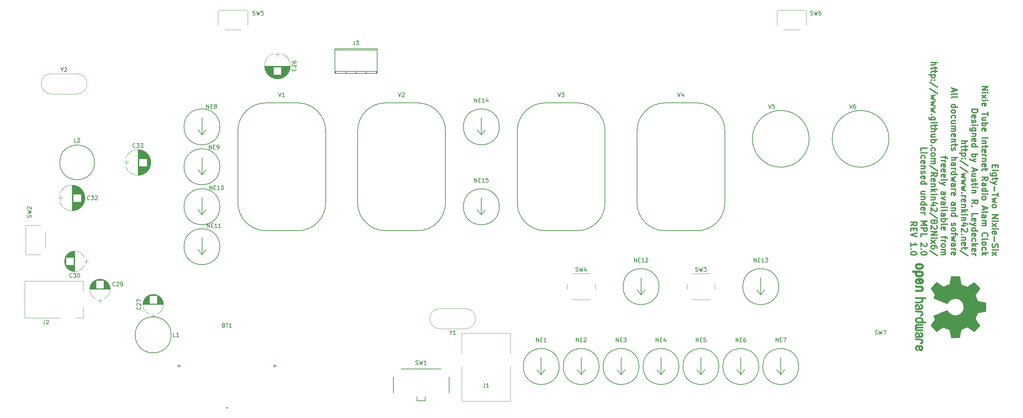
<source format=gto>
G04 #@! TF.FileFunction,Legend,Top*
%FSLAX46Y46*%
G04 Gerber Fmt 4.6, Leading zero omitted, Abs format (unit mm)*
G04 Created by KiCad (PCBNEW 4.0.5) date 04/10/17 22:24:21*
%MOMM*%
%LPD*%
G01*
G04 APERTURE LIST*
%ADD10C,0.100000*%
%ADD11C,0.300000*%
%ADD12C,0.120000*%
%ADD13C,0.150000*%
%ADD14C,0.010000*%
G04 APERTURE END LIST*
D10*
D11*
X268752143Y-89537855D02*
X268752143Y-90037855D01*
X267966429Y-90252141D02*
X267966429Y-89537855D01*
X269466429Y-89537855D01*
X269466429Y-90252141D01*
X267966429Y-90894998D02*
X268966429Y-90894998D01*
X269466429Y-90894998D02*
X269395000Y-90823569D01*
X269323571Y-90894998D01*
X269395000Y-90966426D01*
X269466429Y-90894998D01*
X269323571Y-90894998D01*
X268966429Y-92252141D02*
X267752143Y-92252141D01*
X267609286Y-92180712D01*
X267537857Y-92109284D01*
X267466429Y-91966427D01*
X267466429Y-91752141D01*
X267537857Y-91609284D01*
X268037857Y-92252141D02*
X267966429Y-92109284D01*
X267966429Y-91823570D01*
X268037857Y-91680712D01*
X268109286Y-91609284D01*
X268252143Y-91537855D01*
X268680714Y-91537855D01*
X268823571Y-91609284D01*
X268895000Y-91680712D01*
X268966429Y-91823570D01*
X268966429Y-92109284D01*
X268895000Y-92252141D01*
X268966429Y-92752141D02*
X268966429Y-93323570D01*
X269466429Y-92966427D02*
X268180714Y-92966427D01*
X268037857Y-93037855D01*
X267966429Y-93180713D01*
X267966429Y-93323570D01*
X268966429Y-93680713D02*
X267966429Y-94037856D01*
X268966429Y-94394998D02*
X267966429Y-94037856D01*
X267609286Y-93894998D01*
X267537857Y-93823570D01*
X267466429Y-93680713D01*
X268537857Y-94966427D02*
X268537857Y-96109284D01*
X269466429Y-96609284D02*
X269466429Y-97466427D01*
X267966429Y-97037856D02*
X269466429Y-97037856D01*
X268966429Y-97823570D02*
X267966429Y-98109284D01*
X268680714Y-98394998D01*
X267966429Y-98680713D01*
X268966429Y-98966427D01*
X267966429Y-99752142D02*
X268037857Y-99609284D01*
X268109286Y-99537856D01*
X268252143Y-99466427D01*
X268680714Y-99466427D01*
X268823571Y-99537856D01*
X268895000Y-99609284D01*
X268966429Y-99752142D01*
X268966429Y-99966427D01*
X268895000Y-100109284D01*
X268823571Y-100180713D01*
X268680714Y-100252142D01*
X268252143Y-100252142D01*
X268109286Y-100180713D01*
X268037857Y-100109284D01*
X267966429Y-99966427D01*
X267966429Y-99752142D01*
X267966429Y-102037856D02*
X269466429Y-102037856D01*
X267966429Y-102894999D01*
X269466429Y-102894999D01*
X267966429Y-103609285D02*
X268966429Y-103609285D01*
X269466429Y-103609285D02*
X269395000Y-103537856D01*
X269323571Y-103609285D01*
X269395000Y-103680713D01*
X269466429Y-103609285D01*
X269323571Y-103609285D01*
X267966429Y-104180714D02*
X268966429Y-104966428D01*
X268966429Y-104180714D02*
X267966429Y-104966428D01*
X267966429Y-105537857D02*
X268966429Y-105537857D01*
X269466429Y-105537857D02*
X269395000Y-105466428D01*
X269323571Y-105537857D01*
X269395000Y-105609285D01*
X269466429Y-105537857D01*
X269323571Y-105537857D01*
X268037857Y-106823571D02*
X267966429Y-106680714D01*
X267966429Y-106395000D01*
X268037857Y-106252143D01*
X268180714Y-106180714D01*
X268752143Y-106180714D01*
X268895000Y-106252143D01*
X268966429Y-106395000D01*
X268966429Y-106680714D01*
X268895000Y-106823571D01*
X268752143Y-106895000D01*
X268609286Y-106895000D01*
X268466429Y-106180714D01*
X268537857Y-107537857D02*
X268537857Y-108680714D01*
X268037857Y-109323571D02*
X267966429Y-109537857D01*
X267966429Y-109895000D01*
X268037857Y-110037857D01*
X268109286Y-110109286D01*
X268252143Y-110180714D01*
X268395000Y-110180714D01*
X268537857Y-110109286D01*
X268609286Y-110037857D01*
X268680714Y-109895000D01*
X268752143Y-109609286D01*
X268823571Y-109466428D01*
X268895000Y-109395000D01*
X269037857Y-109323571D01*
X269180714Y-109323571D01*
X269323571Y-109395000D01*
X269395000Y-109466428D01*
X269466429Y-109609286D01*
X269466429Y-109966428D01*
X269395000Y-110180714D01*
X267966429Y-110823571D02*
X268966429Y-110823571D01*
X269466429Y-110823571D02*
X269395000Y-110752142D01*
X269323571Y-110823571D01*
X269395000Y-110894999D01*
X269466429Y-110823571D01*
X269323571Y-110823571D01*
X267966429Y-111395000D02*
X268966429Y-112180714D01*
X268966429Y-111395000D02*
X267966429Y-112180714D01*
X265416429Y-69895000D02*
X266916429Y-69895000D01*
X265416429Y-70752143D01*
X266916429Y-70752143D01*
X265416429Y-71466429D02*
X266416429Y-71466429D01*
X266916429Y-71466429D02*
X266845000Y-71395000D01*
X266773571Y-71466429D01*
X266845000Y-71537857D01*
X266916429Y-71466429D01*
X266773571Y-71466429D01*
X265416429Y-72037858D02*
X266416429Y-72823572D01*
X266416429Y-72037858D02*
X265416429Y-72823572D01*
X265416429Y-73395001D02*
X266416429Y-73395001D01*
X266916429Y-73395001D02*
X266845000Y-73323572D01*
X266773571Y-73395001D01*
X266845000Y-73466429D01*
X266916429Y-73395001D01*
X266773571Y-73395001D01*
X265487857Y-74680715D02*
X265416429Y-74537858D01*
X265416429Y-74252144D01*
X265487857Y-74109287D01*
X265630714Y-74037858D01*
X266202143Y-74037858D01*
X266345000Y-74109287D01*
X266416429Y-74252144D01*
X266416429Y-74537858D01*
X266345000Y-74680715D01*
X266202143Y-74752144D01*
X266059286Y-74752144D01*
X265916429Y-74037858D01*
X266916429Y-76323572D02*
X266916429Y-77180715D01*
X265416429Y-76752144D02*
X266916429Y-76752144D01*
X266416429Y-78323572D02*
X265416429Y-78323572D01*
X266416429Y-77680715D02*
X265630714Y-77680715D01*
X265487857Y-77752143D01*
X265416429Y-77895001D01*
X265416429Y-78109286D01*
X265487857Y-78252143D01*
X265559286Y-78323572D01*
X265416429Y-79037858D02*
X266916429Y-79037858D01*
X266345000Y-79037858D02*
X266416429Y-79180715D01*
X266416429Y-79466429D01*
X266345000Y-79609286D01*
X266273571Y-79680715D01*
X266130714Y-79752144D01*
X265702143Y-79752144D01*
X265559286Y-79680715D01*
X265487857Y-79609286D01*
X265416429Y-79466429D01*
X265416429Y-79180715D01*
X265487857Y-79037858D01*
X265487857Y-80966429D02*
X265416429Y-80823572D01*
X265416429Y-80537858D01*
X265487857Y-80395001D01*
X265630714Y-80323572D01*
X266202143Y-80323572D01*
X266345000Y-80395001D01*
X266416429Y-80537858D01*
X266416429Y-80823572D01*
X266345000Y-80966429D01*
X266202143Y-81037858D01*
X266059286Y-81037858D01*
X265916429Y-80323572D01*
X265416429Y-82823572D02*
X266916429Y-82823572D01*
X266416429Y-83537858D02*
X265416429Y-83537858D01*
X266273571Y-83537858D02*
X266345000Y-83609286D01*
X266416429Y-83752144D01*
X266416429Y-83966429D01*
X266345000Y-84109286D01*
X266202143Y-84180715D01*
X265416429Y-84180715D01*
X266416429Y-84680715D02*
X266416429Y-85252144D01*
X266916429Y-84895001D02*
X265630714Y-84895001D01*
X265487857Y-84966429D01*
X265416429Y-85109287D01*
X265416429Y-85252144D01*
X265487857Y-86323572D02*
X265416429Y-86180715D01*
X265416429Y-85895001D01*
X265487857Y-85752144D01*
X265630714Y-85680715D01*
X266202143Y-85680715D01*
X266345000Y-85752144D01*
X266416429Y-85895001D01*
X266416429Y-86180715D01*
X266345000Y-86323572D01*
X266202143Y-86395001D01*
X266059286Y-86395001D01*
X265916429Y-85680715D01*
X265416429Y-87037858D02*
X266416429Y-87037858D01*
X266130714Y-87037858D02*
X266273571Y-87109286D01*
X266345000Y-87180715D01*
X266416429Y-87323572D01*
X266416429Y-87466429D01*
X266416429Y-87966429D02*
X265416429Y-87966429D01*
X266273571Y-87966429D02*
X266345000Y-88037857D01*
X266416429Y-88180715D01*
X266416429Y-88395000D01*
X266345000Y-88537857D01*
X266202143Y-88609286D01*
X265416429Y-88609286D01*
X265487857Y-89895000D02*
X265416429Y-89752143D01*
X265416429Y-89466429D01*
X265487857Y-89323572D01*
X265630714Y-89252143D01*
X266202143Y-89252143D01*
X266345000Y-89323572D01*
X266416429Y-89466429D01*
X266416429Y-89752143D01*
X266345000Y-89895000D01*
X266202143Y-89966429D01*
X266059286Y-89966429D01*
X265916429Y-89252143D01*
X266416429Y-90395000D02*
X266416429Y-90966429D01*
X266916429Y-90609286D02*
X265630714Y-90609286D01*
X265487857Y-90680714D01*
X265416429Y-90823572D01*
X265416429Y-90966429D01*
X265416429Y-93466429D02*
X266130714Y-92966429D01*
X265416429Y-92609286D02*
X266916429Y-92609286D01*
X266916429Y-93180714D01*
X266845000Y-93323572D01*
X266773571Y-93395000D01*
X266630714Y-93466429D01*
X266416429Y-93466429D01*
X266273571Y-93395000D01*
X266202143Y-93323572D01*
X266130714Y-93180714D01*
X266130714Y-92609286D01*
X265416429Y-94752143D02*
X266202143Y-94752143D01*
X266345000Y-94680714D01*
X266416429Y-94537857D01*
X266416429Y-94252143D01*
X266345000Y-94109286D01*
X265487857Y-94752143D02*
X265416429Y-94609286D01*
X265416429Y-94252143D01*
X265487857Y-94109286D01*
X265630714Y-94037857D01*
X265773571Y-94037857D01*
X265916429Y-94109286D01*
X265987857Y-94252143D01*
X265987857Y-94609286D01*
X266059286Y-94752143D01*
X265416429Y-96109286D02*
X266916429Y-96109286D01*
X265487857Y-96109286D02*
X265416429Y-95966429D01*
X265416429Y-95680715D01*
X265487857Y-95537857D01*
X265559286Y-95466429D01*
X265702143Y-95395000D01*
X266130714Y-95395000D01*
X266273571Y-95466429D01*
X266345000Y-95537857D01*
X266416429Y-95680715D01*
X266416429Y-95966429D01*
X266345000Y-96109286D01*
X265416429Y-96823572D02*
X266416429Y-96823572D01*
X266916429Y-96823572D02*
X266845000Y-96752143D01*
X266773571Y-96823572D01*
X266845000Y-96895000D01*
X266916429Y-96823572D01*
X266773571Y-96823572D01*
X265416429Y-97752144D02*
X265487857Y-97609286D01*
X265559286Y-97537858D01*
X265702143Y-97466429D01*
X266130714Y-97466429D01*
X266273571Y-97537858D01*
X266345000Y-97609286D01*
X266416429Y-97752144D01*
X266416429Y-97966429D01*
X266345000Y-98109286D01*
X266273571Y-98180715D01*
X266130714Y-98252144D01*
X265702143Y-98252144D01*
X265559286Y-98180715D01*
X265487857Y-98109286D01*
X265416429Y-97966429D01*
X265416429Y-97752144D01*
X265845000Y-99966429D02*
X265845000Y-100680715D01*
X265416429Y-99823572D02*
X266916429Y-100323572D01*
X265416429Y-100823572D01*
X265416429Y-101537858D02*
X265487857Y-101395000D01*
X265630714Y-101323572D01*
X266916429Y-101323572D01*
X265416429Y-102752143D02*
X266202143Y-102752143D01*
X266345000Y-102680714D01*
X266416429Y-102537857D01*
X266416429Y-102252143D01*
X266345000Y-102109286D01*
X265487857Y-102752143D02*
X265416429Y-102609286D01*
X265416429Y-102252143D01*
X265487857Y-102109286D01*
X265630714Y-102037857D01*
X265773571Y-102037857D01*
X265916429Y-102109286D01*
X265987857Y-102252143D01*
X265987857Y-102609286D01*
X266059286Y-102752143D01*
X265416429Y-103466429D02*
X266416429Y-103466429D01*
X266273571Y-103466429D02*
X266345000Y-103537857D01*
X266416429Y-103680715D01*
X266416429Y-103895000D01*
X266345000Y-104037857D01*
X266202143Y-104109286D01*
X265416429Y-104109286D01*
X266202143Y-104109286D02*
X266345000Y-104180715D01*
X266416429Y-104323572D01*
X266416429Y-104537857D01*
X266345000Y-104680715D01*
X266202143Y-104752143D01*
X265416429Y-104752143D01*
X265559286Y-107466429D02*
X265487857Y-107395000D01*
X265416429Y-107180714D01*
X265416429Y-107037857D01*
X265487857Y-106823572D01*
X265630714Y-106680714D01*
X265773571Y-106609286D01*
X266059286Y-106537857D01*
X266273571Y-106537857D01*
X266559286Y-106609286D01*
X266702143Y-106680714D01*
X266845000Y-106823572D01*
X266916429Y-107037857D01*
X266916429Y-107180714D01*
X266845000Y-107395000D01*
X266773571Y-107466429D01*
X265416429Y-108323572D02*
X265487857Y-108180714D01*
X265630714Y-108109286D01*
X266916429Y-108109286D01*
X265416429Y-109109286D02*
X265487857Y-108966428D01*
X265559286Y-108895000D01*
X265702143Y-108823571D01*
X266130714Y-108823571D01*
X266273571Y-108895000D01*
X266345000Y-108966428D01*
X266416429Y-109109286D01*
X266416429Y-109323571D01*
X266345000Y-109466428D01*
X266273571Y-109537857D01*
X266130714Y-109609286D01*
X265702143Y-109609286D01*
X265559286Y-109537857D01*
X265487857Y-109466428D01*
X265416429Y-109323571D01*
X265416429Y-109109286D01*
X265487857Y-110895000D02*
X265416429Y-110752143D01*
X265416429Y-110466429D01*
X265487857Y-110323571D01*
X265559286Y-110252143D01*
X265702143Y-110180714D01*
X266130714Y-110180714D01*
X266273571Y-110252143D01*
X266345000Y-110323571D01*
X266416429Y-110466429D01*
X266416429Y-110752143D01*
X266345000Y-110895000D01*
X265416429Y-111537857D02*
X266916429Y-111537857D01*
X265987857Y-111680714D02*
X265416429Y-112109285D01*
X266416429Y-112109285D02*
X265845000Y-111537857D01*
X262866429Y-75609286D02*
X264366429Y-75609286D01*
X264366429Y-75966429D01*
X264295000Y-76180714D01*
X264152143Y-76323572D01*
X264009286Y-76395000D01*
X263723571Y-76466429D01*
X263509286Y-76466429D01*
X263223571Y-76395000D01*
X263080714Y-76323572D01*
X262937857Y-76180714D01*
X262866429Y-75966429D01*
X262866429Y-75609286D01*
X262937857Y-77680714D02*
X262866429Y-77537857D01*
X262866429Y-77252143D01*
X262937857Y-77109286D01*
X263080714Y-77037857D01*
X263652143Y-77037857D01*
X263795000Y-77109286D01*
X263866429Y-77252143D01*
X263866429Y-77537857D01*
X263795000Y-77680714D01*
X263652143Y-77752143D01*
X263509286Y-77752143D01*
X263366429Y-77037857D01*
X262937857Y-78323571D02*
X262866429Y-78466428D01*
X262866429Y-78752143D01*
X262937857Y-78895000D01*
X263080714Y-78966428D01*
X263152143Y-78966428D01*
X263295000Y-78895000D01*
X263366429Y-78752143D01*
X263366429Y-78537857D01*
X263437857Y-78395000D01*
X263580714Y-78323571D01*
X263652143Y-78323571D01*
X263795000Y-78395000D01*
X263866429Y-78537857D01*
X263866429Y-78752143D01*
X263795000Y-78895000D01*
X262866429Y-79609286D02*
X263866429Y-79609286D01*
X264366429Y-79609286D02*
X264295000Y-79537857D01*
X264223571Y-79609286D01*
X264295000Y-79680714D01*
X264366429Y-79609286D01*
X264223571Y-79609286D01*
X263866429Y-80966429D02*
X262652143Y-80966429D01*
X262509286Y-80895000D01*
X262437857Y-80823572D01*
X262366429Y-80680715D01*
X262366429Y-80466429D01*
X262437857Y-80323572D01*
X262937857Y-80966429D02*
X262866429Y-80823572D01*
X262866429Y-80537858D01*
X262937857Y-80395000D01*
X263009286Y-80323572D01*
X263152143Y-80252143D01*
X263580714Y-80252143D01*
X263723571Y-80323572D01*
X263795000Y-80395000D01*
X263866429Y-80537858D01*
X263866429Y-80823572D01*
X263795000Y-80966429D01*
X263866429Y-81680715D02*
X262866429Y-81680715D01*
X263723571Y-81680715D02*
X263795000Y-81752143D01*
X263866429Y-81895001D01*
X263866429Y-82109286D01*
X263795000Y-82252143D01*
X263652143Y-82323572D01*
X262866429Y-82323572D01*
X262937857Y-83609286D02*
X262866429Y-83466429D01*
X262866429Y-83180715D01*
X262937857Y-83037858D01*
X263080714Y-82966429D01*
X263652143Y-82966429D01*
X263795000Y-83037858D01*
X263866429Y-83180715D01*
X263866429Y-83466429D01*
X263795000Y-83609286D01*
X263652143Y-83680715D01*
X263509286Y-83680715D01*
X263366429Y-82966429D01*
X262866429Y-84966429D02*
X264366429Y-84966429D01*
X262937857Y-84966429D02*
X262866429Y-84823572D01*
X262866429Y-84537858D01*
X262937857Y-84395000D01*
X263009286Y-84323572D01*
X263152143Y-84252143D01*
X263580714Y-84252143D01*
X263723571Y-84323572D01*
X263795000Y-84395000D01*
X263866429Y-84537858D01*
X263866429Y-84823572D01*
X263795000Y-84966429D01*
X262866429Y-86823572D02*
X264366429Y-86823572D01*
X263795000Y-86823572D02*
X263866429Y-86966429D01*
X263866429Y-87252143D01*
X263795000Y-87395000D01*
X263723571Y-87466429D01*
X263580714Y-87537858D01*
X263152143Y-87537858D01*
X263009286Y-87466429D01*
X262937857Y-87395000D01*
X262866429Y-87252143D01*
X262866429Y-86966429D01*
X262937857Y-86823572D01*
X263866429Y-88037858D02*
X262866429Y-88395001D01*
X263866429Y-88752143D02*
X262866429Y-88395001D01*
X262509286Y-88252143D01*
X262437857Y-88180715D01*
X262366429Y-88037858D01*
X263295000Y-90395000D02*
X263295000Y-91109286D01*
X262866429Y-90252143D02*
X264366429Y-90752143D01*
X262866429Y-91252143D01*
X263866429Y-92395000D02*
X262866429Y-92395000D01*
X263866429Y-91752143D02*
X263080714Y-91752143D01*
X262937857Y-91823571D01*
X262866429Y-91966429D01*
X262866429Y-92180714D01*
X262937857Y-92323571D01*
X263009286Y-92395000D01*
X262937857Y-93037857D02*
X262866429Y-93180714D01*
X262866429Y-93466429D01*
X262937857Y-93609286D01*
X263080714Y-93680714D01*
X263152143Y-93680714D01*
X263295000Y-93609286D01*
X263366429Y-93466429D01*
X263366429Y-93252143D01*
X263437857Y-93109286D01*
X263580714Y-93037857D01*
X263652143Y-93037857D01*
X263795000Y-93109286D01*
X263866429Y-93252143D01*
X263866429Y-93466429D01*
X263795000Y-93609286D01*
X263866429Y-94109286D02*
X263866429Y-94680715D01*
X264366429Y-94323572D02*
X263080714Y-94323572D01*
X262937857Y-94395000D01*
X262866429Y-94537858D01*
X262866429Y-94680715D01*
X262866429Y-95180715D02*
X263866429Y-95180715D01*
X264366429Y-95180715D02*
X264295000Y-95109286D01*
X264223571Y-95180715D01*
X264295000Y-95252143D01*
X264366429Y-95180715D01*
X264223571Y-95180715D01*
X263866429Y-95895001D02*
X262866429Y-95895001D01*
X263723571Y-95895001D02*
X263795000Y-95966429D01*
X263866429Y-96109287D01*
X263866429Y-96323572D01*
X263795000Y-96466429D01*
X263652143Y-96537858D01*
X262866429Y-96537858D01*
X262866429Y-99252144D02*
X263580714Y-98752144D01*
X262866429Y-98395001D02*
X264366429Y-98395001D01*
X264366429Y-98966429D01*
X264295000Y-99109287D01*
X264223571Y-99180715D01*
X264080714Y-99252144D01*
X263866429Y-99252144D01*
X263723571Y-99180715D01*
X263652143Y-99109287D01*
X263580714Y-98966429D01*
X263580714Y-98395001D01*
X263009286Y-99895001D02*
X262937857Y-99966429D01*
X262866429Y-99895001D01*
X262937857Y-99823572D01*
X263009286Y-99895001D01*
X262866429Y-99895001D01*
X262866429Y-102466430D02*
X262866429Y-101752144D01*
X264366429Y-101752144D01*
X262937857Y-103537858D02*
X262866429Y-103395001D01*
X262866429Y-103109287D01*
X262937857Y-102966430D01*
X263080714Y-102895001D01*
X263652143Y-102895001D01*
X263795000Y-102966430D01*
X263866429Y-103109287D01*
X263866429Y-103395001D01*
X263795000Y-103537858D01*
X263652143Y-103609287D01*
X263509286Y-103609287D01*
X263366429Y-102895001D01*
X263866429Y-104109287D02*
X262866429Y-104466430D01*
X263866429Y-104823572D02*
X262866429Y-104466430D01*
X262509286Y-104323572D01*
X262437857Y-104252144D01*
X262366429Y-104109287D01*
X262866429Y-106037858D02*
X264366429Y-106037858D01*
X262937857Y-106037858D02*
X262866429Y-105895001D01*
X262866429Y-105609287D01*
X262937857Y-105466429D01*
X263009286Y-105395001D01*
X263152143Y-105323572D01*
X263580714Y-105323572D01*
X263723571Y-105395001D01*
X263795000Y-105466429D01*
X263866429Y-105609287D01*
X263866429Y-105895001D01*
X263795000Y-106037858D01*
X262937857Y-107323572D02*
X262866429Y-107180715D01*
X262866429Y-106895001D01*
X262937857Y-106752144D01*
X263080714Y-106680715D01*
X263652143Y-106680715D01*
X263795000Y-106752144D01*
X263866429Y-106895001D01*
X263866429Y-107180715D01*
X263795000Y-107323572D01*
X263652143Y-107395001D01*
X263509286Y-107395001D01*
X263366429Y-106680715D01*
X262937857Y-108680715D02*
X262866429Y-108537858D01*
X262866429Y-108252144D01*
X262937857Y-108109286D01*
X263009286Y-108037858D01*
X263152143Y-107966429D01*
X263580714Y-107966429D01*
X263723571Y-108037858D01*
X263795000Y-108109286D01*
X263866429Y-108252144D01*
X263866429Y-108537858D01*
X263795000Y-108680715D01*
X262866429Y-109323572D02*
X264366429Y-109323572D01*
X263437857Y-109466429D02*
X262866429Y-109895000D01*
X263866429Y-109895000D02*
X263295000Y-109323572D01*
X262937857Y-111109286D02*
X262866429Y-110966429D01*
X262866429Y-110680715D01*
X262937857Y-110537858D01*
X263080714Y-110466429D01*
X263652143Y-110466429D01*
X263795000Y-110537858D01*
X263866429Y-110680715D01*
X263866429Y-110966429D01*
X263795000Y-111109286D01*
X263652143Y-111180715D01*
X263509286Y-111180715D01*
X263366429Y-110466429D01*
X262866429Y-111823572D02*
X263866429Y-111823572D01*
X263580714Y-111823572D02*
X263723571Y-111895000D01*
X263795000Y-111966429D01*
X263866429Y-112109286D01*
X263866429Y-112252143D01*
X260316429Y-83537854D02*
X261816429Y-83537854D01*
X260316429Y-84180711D02*
X261102143Y-84180711D01*
X261245000Y-84109282D01*
X261316429Y-83966425D01*
X261316429Y-83752140D01*
X261245000Y-83609282D01*
X261173571Y-83537854D01*
X261316429Y-84680711D02*
X261316429Y-85252140D01*
X261816429Y-84894997D02*
X260530714Y-84894997D01*
X260387857Y-84966425D01*
X260316429Y-85109283D01*
X260316429Y-85252140D01*
X261316429Y-85537854D02*
X261316429Y-86109283D01*
X261816429Y-85752140D02*
X260530714Y-85752140D01*
X260387857Y-85823568D01*
X260316429Y-85966426D01*
X260316429Y-86109283D01*
X261316429Y-86609283D02*
X259816429Y-86609283D01*
X261245000Y-86609283D02*
X261316429Y-86752140D01*
X261316429Y-87037854D01*
X261245000Y-87180711D01*
X261173571Y-87252140D01*
X261030714Y-87323569D01*
X260602143Y-87323569D01*
X260459286Y-87252140D01*
X260387857Y-87180711D01*
X260316429Y-87037854D01*
X260316429Y-86752140D01*
X260387857Y-86609283D01*
X260459286Y-87966426D02*
X260387857Y-88037854D01*
X260316429Y-87966426D01*
X260387857Y-87894997D01*
X260459286Y-87966426D01*
X260316429Y-87966426D01*
X261245000Y-87966426D02*
X261173571Y-88037854D01*
X261102143Y-87966426D01*
X261173571Y-87894997D01*
X261245000Y-87966426D01*
X261102143Y-87966426D01*
X261887857Y-89752140D02*
X259959286Y-88466426D01*
X261887857Y-91323569D02*
X259959286Y-90037855D01*
X261316429Y-91680713D02*
X260316429Y-91966427D01*
X261030714Y-92252141D01*
X260316429Y-92537856D01*
X261316429Y-92823570D01*
X261316429Y-93252142D02*
X260316429Y-93537856D01*
X261030714Y-93823570D01*
X260316429Y-94109285D01*
X261316429Y-94394999D01*
X261316429Y-94823571D02*
X260316429Y-95109285D01*
X261030714Y-95394999D01*
X260316429Y-95680714D01*
X261316429Y-95966428D01*
X260459286Y-96537857D02*
X260387857Y-96609285D01*
X260316429Y-96537857D01*
X260387857Y-96466428D01*
X260459286Y-96537857D01*
X260316429Y-96537857D01*
X260316429Y-97252143D02*
X261316429Y-97252143D01*
X261030714Y-97252143D02*
X261173571Y-97323571D01*
X261245000Y-97395000D01*
X261316429Y-97537857D01*
X261316429Y-97680714D01*
X260387857Y-98752142D02*
X260316429Y-98609285D01*
X260316429Y-98323571D01*
X260387857Y-98180714D01*
X260530714Y-98109285D01*
X261102143Y-98109285D01*
X261245000Y-98180714D01*
X261316429Y-98323571D01*
X261316429Y-98609285D01*
X261245000Y-98752142D01*
X261102143Y-98823571D01*
X260959286Y-98823571D01*
X260816429Y-98109285D01*
X261316429Y-99466428D02*
X260316429Y-99466428D01*
X261173571Y-99466428D02*
X261245000Y-99537856D01*
X261316429Y-99680714D01*
X261316429Y-99894999D01*
X261245000Y-100037856D01*
X261102143Y-100109285D01*
X260316429Y-100109285D01*
X260316429Y-100823571D02*
X261816429Y-100823571D01*
X260887857Y-100966428D02*
X260316429Y-101394999D01*
X261316429Y-101394999D02*
X260745000Y-100823571D01*
X260316429Y-102037857D02*
X261316429Y-102037857D01*
X261816429Y-102037857D02*
X261745000Y-101966428D01*
X261673571Y-102037857D01*
X261745000Y-102109285D01*
X261816429Y-102037857D01*
X261673571Y-102037857D01*
X261316429Y-102752143D02*
X260316429Y-102752143D01*
X261173571Y-102752143D02*
X261245000Y-102823571D01*
X261316429Y-102966429D01*
X261316429Y-103180714D01*
X261245000Y-103323571D01*
X261102143Y-103395000D01*
X260316429Y-103395000D01*
X261316429Y-104752143D02*
X260316429Y-104752143D01*
X261887857Y-104395000D02*
X260816429Y-104037857D01*
X260816429Y-104966429D01*
X261673571Y-105466428D02*
X261745000Y-105537857D01*
X261816429Y-105680714D01*
X261816429Y-106037857D01*
X261745000Y-106180714D01*
X261673571Y-106252143D01*
X261530714Y-106323571D01*
X261387857Y-106323571D01*
X261173571Y-106252143D01*
X260316429Y-105395000D01*
X260316429Y-106323571D01*
X260459286Y-106966428D02*
X260387857Y-107037856D01*
X260316429Y-106966428D01*
X260387857Y-106894999D01*
X260459286Y-106966428D01*
X260316429Y-106966428D01*
X261316429Y-107680714D02*
X260316429Y-107680714D01*
X261173571Y-107680714D02*
X261245000Y-107752142D01*
X261316429Y-107895000D01*
X261316429Y-108109285D01*
X261245000Y-108252142D01*
X261102143Y-108323571D01*
X260316429Y-108323571D01*
X260387857Y-109609285D02*
X260316429Y-109466428D01*
X260316429Y-109180714D01*
X260387857Y-109037857D01*
X260530714Y-108966428D01*
X261102143Y-108966428D01*
X261245000Y-109037857D01*
X261316429Y-109180714D01*
X261316429Y-109466428D01*
X261245000Y-109609285D01*
X261102143Y-109680714D01*
X260959286Y-109680714D01*
X260816429Y-108966428D01*
X261316429Y-110109285D02*
X261316429Y-110680714D01*
X261816429Y-110323571D02*
X260530714Y-110323571D01*
X260387857Y-110394999D01*
X260316429Y-110537857D01*
X260316429Y-110680714D01*
X261887857Y-112252142D02*
X259959286Y-110966428D01*
X258195000Y-70395000D02*
X258195000Y-71109286D01*
X257766429Y-70252143D02*
X259266429Y-70752143D01*
X257766429Y-71252143D01*
X257766429Y-71966429D02*
X257837857Y-71823571D01*
X257980714Y-71752143D01*
X259266429Y-71752143D01*
X257766429Y-72752143D02*
X257837857Y-72609285D01*
X257980714Y-72537857D01*
X259266429Y-72537857D01*
X257766429Y-75109285D02*
X259266429Y-75109285D01*
X257837857Y-75109285D02*
X257766429Y-74966428D01*
X257766429Y-74680714D01*
X257837857Y-74537856D01*
X257909286Y-74466428D01*
X258052143Y-74394999D01*
X258480714Y-74394999D01*
X258623571Y-74466428D01*
X258695000Y-74537856D01*
X258766429Y-74680714D01*
X258766429Y-74966428D01*
X258695000Y-75109285D01*
X257766429Y-76037857D02*
X257837857Y-75894999D01*
X257909286Y-75823571D01*
X258052143Y-75752142D01*
X258480714Y-75752142D01*
X258623571Y-75823571D01*
X258695000Y-75894999D01*
X258766429Y-76037857D01*
X258766429Y-76252142D01*
X258695000Y-76394999D01*
X258623571Y-76466428D01*
X258480714Y-76537857D01*
X258052143Y-76537857D01*
X257909286Y-76466428D01*
X257837857Y-76394999D01*
X257766429Y-76252142D01*
X257766429Y-76037857D01*
X257837857Y-77823571D02*
X257766429Y-77680714D01*
X257766429Y-77395000D01*
X257837857Y-77252142D01*
X257909286Y-77180714D01*
X258052143Y-77109285D01*
X258480714Y-77109285D01*
X258623571Y-77180714D01*
X258695000Y-77252142D01*
X258766429Y-77395000D01*
X258766429Y-77680714D01*
X258695000Y-77823571D01*
X258766429Y-79109285D02*
X257766429Y-79109285D01*
X258766429Y-78466428D02*
X257980714Y-78466428D01*
X257837857Y-78537856D01*
X257766429Y-78680714D01*
X257766429Y-78894999D01*
X257837857Y-79037856D01*
X257909286Y-79109285D01*
X257766429Y-79823571D02*
X258766429Y-79823571D01*
X258623571Y-79823571D02*
X258695000Y-79894999D01*
X258766429Y-80037857D01*
X258766429Y-80252142D01*
X258695000Y-80394999D01*
X258552143Y-80466428D01*
X257766429Y-80466428D01*
X258552143Y-80466428D02*
X258695000Y-80537857D01*
X258766429Y-80680714D01*
X258766429Y-80894999D01*
X258695000Y-81037857D01*
X258552143Y-81109285D01*
X257766429Y-81109285D01*
X257837857Y-82394999D02*
X257766429Y-82252142D01*
X257766429Y-81966428D01*
X257837857Y-81823571D01*
X257980714Y-81752142D01*
X258552143Y-81752142D01*
X258695000Y-81823571D01*
X258766429Y-81966428D01*
X258766429Y-82252142D01*
X258695000Y-82394999D01*
X258552143Y-82466428D01*
X258409286Y-82466428D01*
X258266429Y-81752142D01*
X258766429Y-83109285D02*
X257766429Y-83109285D01*
X258623571Y-83109285D02*
X258695000Y-83180713D01*
X258766429Y-83323571D01*
X258766429Y-83537856D01*
X258695000Y-83680713D01*
X258552143Y-83752142D01*
X257766429Y-83752142D01*
X258766429Y-84252142D02*
X258766429Y-84823571D01*
X259266429Y-84466428D02*
X257980714Y-84466428D01*
X257837857Y-84537856D01*
X257766429Y-84680714D01*
X257766429Y-84823571D01*
X257837857Y-85252142D02*
X257766429Y-85394999D01*
X257766429Y-85680714D01*
X257837857Y-85823571D01*
X257980714Y-85894999D01*
X258052143Y-85894999D01*
X258195000Y-85823571D01*
X258266429Y-85680714D01*
X258266429Y-85466428D01*
X258337857Y-85323571D01*
X258480714Y-85252142D01*
X258552143Y-85252142D01*
X258695000Y-85323571D01*
X258766429Y-85466428D01*
X258766429Y-85680714D01*
X258695000Y-85823571D01*
X257766429Y-87680714D02*
X259266429Y-87680714D01*
X257766429Y-88323571D02*
X258552143Y-88323571D01*
X258695000Y-88252142D01*
X258766429Y-88109285D01*
X258766429Y-87895000D01*
X258695000Y-87752142D01*
X258623571Y-87680714D01*
X257766429Y-89680714D02*
X258552143Y-89680714D01*
X258695000Y-89609285D01*
X258766429Y-89466428D01*
X258766429Y-89180714D01*
X258695000Y-89037857D01*
X257837857Y-89680714D02*
X257766429Y-89537857D01*
X257766429Y-89180714D01*
X257837857Y-89037857D01*
X257980714Y-88966428D01*
X258123571Y-88966428D01*
X258266429Y-89037857D01*
X258337857Y-89180714D01*
X258337857Y-89537857D01*
X258409286Y-89680714D01*
X257766429Y-90395000D02*
X258766429Y-90395000D01*
X258480714Y-90395000D02*
X258623571Y-90466428D01*
X258695000Y-90537857D01*
X258766429Y-90680714D01*
X258766429Y-90823571D01*
X257766429Y-91966428D02*
X259266429Y-91966428D01*
X257837857Y-91966428D02*
X257766429Y-91823571D01*
X257766429Y-91537857D01*
X257837857Y-91394999D01*
X257909286Y-91323571D01*
X258052143Y-91252142D01*
X258480714Y-91252142D01*
X258623571Y-91323571D01*
X258695000Y-91394999D01*
X258766429Y-91537857D01*
X258766429Y-91823571D01*
X258695000Y-91966428D01*
X258766429Y-92537857D02*
X257766429Y-92823571D01*
X258480714Y-93109285D01*
X257766429Y-93395000D01*
X258766429Y-93680714D01*
X257766429Y-94895000D02*
X258552143Y-94895000D01*
X258695000Y-94823571D01*
X258766429Y-94680714D01*
X258766429Y-94395000D01*
X258695000Y-94252143D01*
X257837857Y-94895000D02*
X257766429Y-94752143D01*
X257766429Y-94395000D01*
X257837857Y-94252143D01*
X257980714Y-94180714D01*
X258123571Y-94180714D01*
X258266429Y-94252143D01*
X258337857Y-94395000D01*
X258337857Y-94752143D01*
X258409286Y-94895000D01*
X257766429Y-95609286D02*
X258766429Y-95609286D01*
X258480714Y-95609286D02*
X258623571Y-95680714D01*
X258695000Y-95752143D01*
X258766429Y-95895000D01*
X258766429Y-96037857D01*
X257837857Y-97109285D02*
X257766429Y-96966428D01*
X257766429Y-96680714D01*
X257837857Y-96537857D01*
X257980714Y-96466428D01*
X258552143Y-96466428D01*
X258695000Y-96537857D01*
X258766429Y-96680714D01*
X258766429Y-96966428D01*
X258695000Y-97109285D01*
X258552143Y-97180714D01*
X258409286Y-97180714D01*
X258266429Y-96466428D01*
X257766429Y-99609285D02*
X258552143Y-99609285D01*
X258695000Y-99537856D01*
X258766429Y-99394999D01*
X258766429Y-99109285D01*
X258695000Y-98966428D01*
X257837857Y-99609285D02*
X257766429Y-99466428D01*
X257766429Y-99109285D01*
X257837857Y-98966428D01*
X257980714Y-98894999D01*
X258123571Y-98894999D01*
X258266429Y-98966428D01*
X258337857Y-99109285D01*
X258337857Y-99466428D01*
X258409286Y-99609285D01*
X258766429Y-100323571D02*
X257766429Y-100323571D01*
X258623571Y-100323571D02*
X258695000Y-100394999D01*
X258766429Y-100537857D01*
X258766429Y-100752142D01*
X258695000Y-100894999D01*
X258552143Y-100966428D01*
X257766429Y-100966428D01*
X257766429Y-102323571D02*
X259266429Y-102323571D01*
X257837857Y-102323571D02*
X257766429Y-102180714D01*
X257766429Y-101895000D01*
X257837857Y-101752142D01*
X257909286Y-101680714D01*
X258052143Y-101609285D01*
X258480714Y-101609285D01*
X258623571Y-101680714D01*
X258695000Y-101752142D01*
X258766429Y-101895000D01*
X258766429Y-102180714D01*
X258695000Y-102323571D01*
X257837857Y-104109285D02*
X257766429Y-104252142D01*
X257766429Y-104537857D01*
X257837857Y-104680714D01*
X257980714Y-104752142D01*
X258052143Y-104752142D01*
X258195000Y-104680714D01*
X258266429Y-104537857D01*
X258266429Y-104323571D01*
X258337857Y-104180714D01*
X258480714Y-104109285D01*
X258552143Y-104109285D01*
X258695000Y-104180714D01*
X258766429Y-104323571D01*
X258766429Y-104537857D01*
X258695000Y-104680714D01*
X257766429Y-105609286D02*
X257837857Y-105466428D01*
X257909286Y-105395000D01*
X258052143Y-105323571D01*
X258480714Y-105323571D01*
X258623571Y-105395000D01*
X258695000Y-105466428D01*
X258766429Y-105609286D01*
X258766429Y-105823571D01*
X258695000Y-105966428D01*
X258623571Y-106037857D01*
X258480714Y-106109286D01*
X258052143Y-106109286D01*
X257909286Y-106037857D01*
X257837857Y-105966428D01*
X257766429Y-105823571D01*
X257766429Y-105609286D01*
X258766429Y-106537857D02*
X258766429Y-107109286D01*
X257766429Y-106752143D02*
X259052143Y-106752143D01*
X259195000Y-106823571D01*
X259266429Y-106966429D01*
X259266429Y-107109286D01*
X258766429Y-107466429D02*
X257766429Y-107752143D01*
X258480714Y-108037857D01*
X257766429Y-108323572D01*
X258766429Y-108609286D01*
X257766429Y-109823572D02*
X258552143Y-109823572D01*
X258695000Y-109752143D01*
X258766429Y-109609286D01*
X258766429Y-109323572D01*
X258695000Y-109180715D01*
X257837857Y-109823572D02*
X257766429Y-109680715D01*
X257766429Y-109323572D01*
X257837857Y-109180715D01*
X257980714Y-109109286D01*
X258123571Y-109109286D01*
X258266429Y-109180715D01*
X258337857Y-109323572D01*
X258337857Y-109680715D01*
X258409286Y-109823572D01*
X257766429Y-110537858D02*
X258766429Y-110537858D01*
X258480714Y-110537858D02*
X258623571Y-110609286D01*
X258695000Y-110680715D01*
X258766429Y-110823572D01*
X258766429Y-110966429D01*
X257837857Y-112037857D02*
X257766429Y-111895000D01*
X257766429Y-111609286D01*
X257837857Y-111466429D01*
X257980714Y-111395000D01*
X258552143Y-111395000D01*
X258695000Y-111466429D01*
X258766429Y-111609286D01*
X258766429Y-111895000D01*
X258695000Y-112037857D01*
X258552143Y-112109286D01*
X258409286Y-112109286D01*
X258266429Y-111395000D01*
X256216429Y-87395002D02*
X256216429Y-87966431D01*
X255216429Y-87609288D02*
X256502143Y-87609288D01*
X256645000Y-87680716D01*
X256716429Y-87823574D01*
X256716429Y-87966431D01*
X255216429Y-88466431D02*
X256216429Y-88466431D01*
X255930714Y-88466431D02*
X256073571Y-88537859D01*
X256145000Y-88609288D01*
X256216429Y-88752145D01*
X256216429Y-88895002D01*
X255287857Y-89966430D02*
X255216429Y-89823573D01*
X255216429Y-89537859D01*
X255287857Y-89395002D01*
X255430714Y-89323573D01*
X256002143Y-89323573D01*
X256145000Y-89395002D01*
X256216429Y-89537859D01*
X256216429Y-89823573D01*
X256145000Y-89966430D01*
X256002143Y-90037859D01*
X255859286Y-90037859D01*
X255716429Y-89323573D01*
X255287857Y-91252144D02*
X255216429Y-91109287D01*
X255216429Y-90823573D01*
X255287857Y-90680716D01*
X255430714Y-90609287D01*
X256002143Y-90609287D01*
X256145000Y-90680716D01*
X256216429Y-90823573D01*
X256216429Y-91109287D01*
X256145000Y-91252144D01*
X256002143Y-91323573D01*
X255859286Y-91323573D01*
X255716429Y-90609287D01*
X255287857Y-92537858D02*
X255216429Y-92395001D01*
X255216429Y-92109287D01*
X255287857Y-91966430D01*
X255430714Y-91895001D01*
X256002143Y-91895001D01*
X256145000Y-91966430D01*
X256216429Y-92109287D01*
X256216429Y-92395001D01*
X256145000Y-92537858D01*
X256002143Y-92609287D01*
X255859286Y-92609287D01*
X255716429Y-91895001D01*
X255216429Y-93466430D02*
X255287857Y-93323572D01*
X255430714Y-93252144D01*
X256716429Y-93252144D01*
X256216429Y-93895001D02*
X255216429Y-94252144D01*
X256216429Y-94609286D02*
X255216429Y-94252144D01*
X254859286Y-94109286D01*
X254787857Y-94037858D01*
X254716429Y-93895001D01*
X255216429Y-96966429D02*
X256002143Y-96966429D01*
X256145000Y-96895000D01*
X256216429Y-96752143D01*
X256216429Y-96466429D01*
X256145000Y-96323572D01*
X255287857Y-96966429D02*
X255216429Y-96823572D01*
X255216429Y-96466429D01*
X255287857Y-96323572D01*
X255430714Y-96252143D01*
X255573571Y-96252143D01*
X255716429Y-96323572D01*
X255787857Y-96466429D01*
X255787857Y-96823572D01*
X255859286Y-96966429D01*
X256216429Y-97537858D02*
X255216429Y-97895001D01*
X256216429Y-98252143D01*
X255216429Y-99466429D02*
X256002143Y-99466429D01*
X256145000Y-99395000D01*
X256216429Y-99252143D01*
X256216429Y-98966429D01*
X256145000Y-98823572D01*
X255287857Y-99466429D02*
X255216429Y-99323572D01*
X255216429Y-98966429D01*
X255287857Y-98823572D01*
X255430714Y-98752143D01*
X255573571Y-98752143D01*
X255716429Y-98823572D01*
X255787857Y-98966429D01*
X255787857Y-99323572D01*
X255859286Y-99466429D01*
X255216429Y-100180715D02*
X256216429Y-100180715D01*
X256716429Y-100180715D02*
X256645000Y-100109286D01*
X256573571Y-100180715D01*
X256645000Y-100252143D01*
X256716429Y-100180715D01*
X256573571Y-100180715D01*
X255216429Y-101109287D02*
X255287857Y-100966429D01*
X255430714Y-100895001D01*
X256716429Y-100895001D01*
X255216429Y-102323572D02*
X256002143Y-102323572D01*
X256145000Y-102252143D01*
X256216429Y-102109286D01*
X256216429Y-101823572D01*
X256145000Y-101680715D01*
X255287857Y-102323572D02*
X255216429Y-102180715D01*
X255216429Y-101823572D01*
X255287857Y-101680715D01*
X255430714Y-101609286D01*
X255573571Y-101609286D01*
X255716429Y-101680715D01*
X255787857Y-101823572D01*
X255787857Y-102180715D01*
X255859286Y-102323572D01*
X255216429Y-103037858D02*
X256716429Y-103037858D01*
X256145000Y-103037858D02*
X256216429Y-103180715D01*
X256216429Y-103466429D01*
X256145000Y-103609286D01*
X256073571Y-103680715D01*
X255930714Y-103752144D01*
X255502143Y-103752144D01*
X255359286Y-103680715D01*
X255287857Y-103609286D01*
X255216429Y-103466429D01*
X255216429Y-103180715D01*
X255287857Y-103037858D01*
X255216429Y-104609287D02*
X255287857Y-104466429D01*
X255430714Y-104395001D01*
X256716429Y-104395001D01*
X255287857Y-105752143D02*
X255216429Y-105609286D01*
X255216429Y-105323572D01*
X255287857Y-105180715D01*
X255430714Y-105109286D01*
X256002143Y-105109286D01*
X256145000Y-105180715D01*
X256216429Y-105323572D01*
X256216429Y-105609286D01*
X256145000Y-105752143D01*
X256002143Y-105823572D01*
X255859286Y-105823572D01*
X255716429Y-105109286D01*
X256216429Y-107395000D02*
X256216429Y-107966429D01*
X255216429Y-107609286D02*
X256502143Y-107609286D01*
X256645000Y-107680714D01*
X256716429Y-107823572D01*
X256716429Y-107966429D01*
X255216429Y-108466429D02*
X256216429Y-108466429D01*
X255930714Y-108466429D02*
X256073571Y-108537857D01*
X256145000Y-108609286D01*
X256216429Y-108752143D01*
X256216429Y-108895000D01*
X255216429Y-109609286D02*
X255287857Y-109466428D01*
X255359286Y-109395000D01*
X255502143Y-109323571D01*
X255930714Y-109323571D01*
X256073571Y-109395000D01*
X256145000Y-109466428D01*
X256216429Y-109609286D01*
X256216429Y-109823571D01*
X256145000Y-109966428D01*
X256073571Y-110037857D01*
X255930714Y-110109286D01*
X255502143Y-110109286D01*
X255359286Y-110037857D01*
X255287857Y-109966428D01*
X255216429Y-109823571D01*
X255216429Y-109609286D01*
X255216429Y-110752143D02*
X256216429Y-110752143D01*
X256073571Y-110752143D02*
X256145000Y-110823571D01*
X256216429Y-110966429D01*
X256216429Y-111180714D01*
X256145000Y-111323571D01*
X256002143Y-111395000D01*
X255216429Y-111395000D01*
X256002143Y-111395000D02*
X256145000Y-111466429D01*
X256216429Y-111609286D01*
X256216429Y-111823571D01*
X256145000Y-111966429D01*
X256002143Y-112037857D01*
X255216429Y-112037857D01*
X252666429Y-63894995D02*
X254166429Y-63894995D01*
X252666429Y-64537852D02*
X253452143Y-64537852D01*
X253595000Y-64466423D01*
X253666429Y-64323566D01*
X253666429Y-64109281D01*
X253595000Y-63966423D01*
X253523571Y-63894995D01*
X253666429Y-65037852D02*
X253666429Y-65609281D01*
X254166429Y-65252138D02*
X252880714Y-65252138D01*
X252737857Y-65323566D01*
X252666429Y-65466424D01*
X252666429Y-65609281D01*
X253666429Y-65894995D02*
X253666429Y-66466424D01*
X254166429Y-66109281D02*
X252880714Y-66109281D01*
X252737857Y-66180709D01*
X252666429Y-66323567D01*
X252666429Y-66466424D01*
X253666429Y-66966424D02*
X252166429Y-66966424D01*
X253595000Y-66966424D02*
X253666429Y-67109281D01*
X253666429Y-67394995D01*
X253595000Y-67537852D01*
X253523571Y-67609281D01*
X253380714Y-67680710D01*
X252952143Y-67680710D01*
X252809286Y-67609281D01*
X252737857Y-67537852D01*
X252666429Y-67394995D01*
X252666429Y-67109281D01*
X252737857Y-66966424D01*
X252809286Y-68323567D02*
X252737857Y-68394995D01*
X252666429Y-68323567D01*
X252737857Y-68252138D01*
X252809286Y-68323567D01*
X252666429Y-68323567D01*
X253595000Y-68323567D02*
X253523571Y-68394995D01*
X253452143Y-68323567D01*
X253523571Y-68252138D01*
X253595000Y-68323567D01*
X253452143Y-68323567D01*
X254237857Y-70109281D02*
X252309286Y-68823567D01*
X254237857Y-71680710D02*
X252309286Y-70394996D01*
X253666429Y-72037854D02*
X252666429Y-72323568D01*
X253380714Y-72609282D01*
X252666429Y-72894997D01*
X253666429Y-73180711D01*
X253666429Y-73609283D02*
X252666429Y-73894997D01*
X253380714Y-74180711D01*
X252666429Y-74466426D01*
X253666429Y-74752140D01*
X253666429Y-75180712D02*
X252666429Y-75466426D01*
X253380714Y-75752140D01*
X252666429Y-76037855D01*
X253666429Y-76323569D01*
X252809286Y-76894998D02*
X252737857Y-76966426D01*
X252666429Y-76894998D01*
X252737857Y-76823569D01*
X252809286Y-76894998D01*
X252666429Y-76894998D01*
X253666429Y-78252141D02*
X252452143Y-78252141D01*
X252309286Y-78180712D01*
X252237857Y-78109284D01*
X252166429Y-77966427D01*
X252166429Y-77752141D01*
X252237857Y-77609284D01*
X252737857Y-78252141D02*
X252666429Y-78109284D01*
X252666429Y-77823570D01*
X252737857Y-77680712D01*
X252809286Y-77609284D01*
X252952143Y-77537855D01*
X253380714Y-77537855D01*
X253523571Y-77609284D01*
X253595000Y-77680712D01*
X253666429Y-77823570D01*
X253666429Y-78109284D01*
X253595000Y-78252141D01*
X252666429Y-78966427D02*
X253666429Y-78966427D01*
X254166429Y-78966427D02*
X254095000Y-78894998D01*
X254023571Y-78966427D01*
X254095000Y-79037855D01*
X254166429Y-78966427D01*
X254023571Y-78966427D01*
X253666429Y-79466427D02*
X253666429Y-80037856D01*
X254166429Y-79680713D02*
X252880714Y-79680713D01*
X252737857Y-79752141D01*
X252666429Y-79894999D01*
X252666429Y-80037856D01*
X252666429Y-80537856D02*
X254166429Y-80537856D01*
X252666429Y-81180713D02*
X253452143Y-81180713D01*
X253595000Y-81109284D01*
X253666429Y-80966427D01*
X253666429Y-80752142D01*
X253595000Y-80609284D01*
X253523571Y-80537856D01*
X253666429Y-82537856D02*
X252666429Y-82537856D01*
X253666429Y-81894999D02*
X252880714Y-81894999D01*
X252737857Y-81966427D01*
X252666429Y-82109285D01*
X252666429Y-82323570D01*
X252737857Y-82466427D01*
X252809286Y-82537856D01*
X252666429Y-83252142D02*
X254166429Y-83252142D01*
X253595000Y-83252142D02*
X253666429Y-83394999D01*
X253666429Y-83680713D01*
X253595000Y-83823570D01*
X253523571Y-83894999D01*
X253380714Y-83966428D01*
X252952143Y-83966428D01*
X252809286Y-83894999D01*
X252737857Y-83823570D01*
X252666429Y-83680713D01*
X252666429Y-83394999D01*
X252737857Y-83252142D01*
X252809286Y-84609285D02*
X252737857Y-84680713D01*
X252666429Y-84609285D01*
X252737857Y-84537856D01*
X252809286Y-84609285D01*
X252666429Y-84609285D01*
X252737857Y-85966428D02*
X252666429Y-85823571D01*
X252666429Y-85537857D01*
X252737857Y-85394999D01*
X252809286Y-85323571D01*
X252952143Y-85252142D01*
X253380714Y-85252142D01*
X253523571Y-85323571D01*
X253595000Y-85394999D01*
X253666429Y-85537857D01*
X253666429Y-85823571D01*
X253595000Y-85966428D01*
X252666429Y-86823571D02*
X252737857Y-86680713D01*
X252809286Y-86609285D01*
X252952143Y-86537856D01*
X253380714Y-86537856D01*
X253523571Y-86609285D01*
X253595000Y-86680713D01*
X253666429Y-86823571D01*
X253666429Y-87037856D01*
X253595000Y-87180713D01*
X253523571Y-87252142D01*
X253380714Y-87323571D01*
X252952143Y-87323571D01*
X252809286Y-87252142D01*
X252737857Y-87180713D01*
X252666429Y-87037856D01*
X252666429Y-86823571D01*
X252666429Y-87966428D02*
X253666429Y-87966428D01*
X253523571Y-87966428D02*
X253595000Y-88037856D01*
X253666429Y-88180714D01*
X253666429Y-88394999D01*
X253595000Y-88537856D01*
X253452143Y-88609285D01*
X252666429Y-88609285D01*
X253452143Y-88609285D02*
X253595000Y-88680714D01*
X253666429Y-88823571D01*
X253666429Y-89037856D01*
X253595000Y-89180714D01*
X253452143Y-89252142D01*
X252666429Y-89252142D01*
X254237857Y-91037856D02*
X252309286Y-89752142D01*
X252666429Y-92395000D02*
X253380714Y-91895000D01*
X252666429Y-91537857D02*
X254166429Y-91537857D01*
X254166429Y-92109285D01*
X254095000Y-92252143D01*
X254023571Y-92323571D01*
X253880714Y-92395000D01*
X253666429Y-92395000D01*
X253523571Y-92323571D01*
X253452143Y-92252143D01*
X253380714Y-92109285D01*
X253380714Y-91537857D01*
X252737857Y-93609285D02*
X252666429Y-93466428D01*
X252666429Y-93180714D01*
X252737857Y-93037857D01*
X252880714Y-92966428D01*
X253452143Y-92966428D01*
X253595000Y-93037857D01*
X253666429Y-93180714D01*
X253666429Y-93466428D01*
X253595000Y-93609285D01*
X253452143Y-93680714D01*
X253309286Y-93680714D01*
X253166429Y-92966428D01*
X253666429Y-94323571D02*
X252666429Y-94323571D01*
X253523571Y-94323571D02*
X253595000Y-94394999D01*
X253666429Y-94537857D01*
X253666429Y-94752142D01*
X253595000Y-94894999D01*
X253452143Y-94966428D01*
X252666429Y-94966428D01*
X252666429Y-95680714D02*
X254166429Y-95680714D01*
X253237857Y-95823571D02*
X252666429Y-96252142D01*
X253666429Y-96252142D02*
X253095000Y-95680714D01*
X252666429Y-96895000D02*
X253666429Y-96895000D01*
X254166429Y-96895000D02*
X254095000Y-96823571D01*
X254023571Y-96895000D01*
X254095000Y-96966428D01*
X254166429Y-96895000D01*
X254023571Y-96895000D01*
X253666429Y-97609286D02*
X252666429Y-97609286D01*
X253523571Y-97609286D02*
X253595000Y-97680714D01*
X253666429Y-97823572D01*
X253666429Y-98037857D01*
X253595000Y-98180714D01*
X253452143Y-98252143D01*
X252666429Y-98252143D01*
X253666429Y-99609286D02*
X252666429Y-99609286D01*
X254237857Y-99252143D02*
X253166429Y-98895000D01*
X253166429Y-99823572D01*
X254023571Y-100323571D02*
X254095000Y-100395000D01*
X254166429Y-100537857D01*
X254166429Y-100895000D01*
X254095000Y-101037857D01*
X254023571Y-101109286D01*
X253880714Y-101180714D01*
X253737857Y-101180714D01*
X253523571Y-101109286D01*
X252666429Y-100252143D01*
X252666429Y-101180714D01*
X254237857Y-102894999D02*
X252309286Y-101609285D01*
X253523571Y-103609286D02*
X253595000Y-103466428D01*
X253666429Y-103395000D01*
X253809286Y-103323571D01*
X253880714Y-103323571D01*
X254023571Y-103395000D01*
X254095000Y-103466428D01*
X254166429Y-103609286D01*
X254166429Y-103895000D01*
X254095000Y-104037857D01*
X254023571Y-104109286D01*
X253880714Y-104180714D01*
X253809286Y-104180714D01*
X253666429Y-104109286D01*
X253595000Y-104037857D01*
X253523571Y-103895000D01*
X253523571Y-103609286D01*
X253452143Y-103466428D01*
X253380714Y-103395000D01*
X253237857Y-103323571D01*
X252952143Y-103323571D01*
X252809286Y-103395000D01*
X252737857Y-103466428D01*
X252666429Y-103609286D01*
X252666429Y-103895000D01*
X252737857Y-104037857D01*
X252809286Y-104109286D01*
X252952143Y-104180714D01*
X253237857Y-104180714D01*
X253380714Y-104109286D01*
X253452143Y-104037857D01*
X253523571Y-103895000D01*
X254023571Y-104752142D02*
X254095000Y-104823571D01*
X254166429Y-104966428D01*
X254166429Y-105323571D01*
X254095000Y-105466428D01*
X254023571Y-105537857D01*
X253880714Y-105609285D01*
X253737857Y-105609285D01*
X253523571Y-105537857D01*
X252666429Y-104680714D01*
X252666429Y-105609285D01*
X252666429Y-106252142D02*
X254166429Y-106252142D01*
X252666429Y-107109285D01*
X254166429Y-107109285D01*
X252666429Y-107823571D02*
X253666429Y-107823571D01*
X254166429Y-107823571D02*
X254095000Y-107752142D01*
X254023571Y-107823571D01*
X254095000Y-107894999D01*
X254166429Y-107823571D01*
X254023571Y-107823571D01*
X252666429Y-108395000D02*
X253666429Y-109180714D01*
X253666429Y-108395000D02*
X252666429Y-109180714D01*
X254166429Y-110395000D02*
X254166429Y-110109286D01*
X254095000Y-109966429D01*
X254023571Y-109895000D01*
X253809286Y-109752143D01*
X253523571Y-109680714D01*
X252952143Y-109680714D01*
X252809286Y-109752143D01*
X252737857Y-109823571D01*
X252666429Y-109966429D01*
X252666429Y-110252143D01*
X252737857Y-110395000D01*
X252809286Y-110466429D01*
X252952143Y-110537857D01*
X253309286Y-110537857D01*
X253452143Y-110466429D01*
X253523571Y-110395000D01*
X253595000Y-110252143D01*
X253595000Y-109966429D01*
X253523571Y-109823571D01*
X253452143Y-109752143D01*
X253309286Y-109680714D01*
X254237857Y-112252142D02*
X252309286Y-110966428D01*
X250116429Y-86037858D02*
X250116429Y-85323572D01*
X251616429Y-85323572D01*
X250116429Y-86537858D02*
X251116429Y-86537858D01*
X251616429Y-86537858D02*
X251545000Y-86466429D01*
X251473571Y-86537858D01*
X251545000Y-86609286D01*
X251616429Y-86537858D01*
X251473571Y-86537858D01*
X250187857Y-87895001D02*
X250116429Y-87752144D01*
X250116429Y-87466430D01*
X250187857Y-87323572D01*
X250259286Y-87252144D01*
X250402143Y-87180715D01*
X250830714Y-87180715D01*
X250973571Y-87252144D01*
X251045000Y-87323572D01*
X251116429Y-87466430D01*
X251116429Y-87752144D01*
X251045000Y-87895001D01*
X250187857Y-89109286D02*
X250116429Y-88966429D01*
X250116429Y-88680715D01*
X250187857Y-88537858D01*
X250330714Y-88466429D01*
X250902143Y-88466429D01*
X251045000Y-88537858D01*
X251116429Y-88680715D01*
X251116429Y-88966429D01*
X251045000Y-89109286D01*
X250902143Y-89180715D01*
X250759286Y-89180715D01*
X250616429Y-88466429D01*
X251116429Y-89823572D02*
X250116429Y-89823572D01*
X250973571Y-89823572D02*
X251045000Y-89895000D01*
X251116429Y-90037858D01*
X251116429Y-90252143D01*
X251045000Y-90395000D01*
X250902143Y-90466429D01*
X250116429Y-90466429D01*
X250187857Y-91109286D02*
X250116429Y-91252143D01*
X250116429Y-91537858D01*
X250187857Y-91680715D01*
X250330714Y-91752143D01*
X250402143Y-91752143D01*
X250545000Y-91680715D01*
X250616429Y-91537858D01*
X250616429Y-91323572D01*
X250687857Y-91180715D01*
X250830714Y-91109286D01*
X250902143Y-91109286D01*
X251045000Y-91180715D01*
X251116429Y-91323572D01*
X251116429Y-91537858D01*
X251045000Y-91680715D01*
X250187857Y-92966429D02*
X250116429Y-92823572D01*
X250116429Y-92537858D01*
X250187857Y-92395001D01*
X250330714Y-92323572D01*
X250902143Y-92323572D01*
X251045000Y-92395001D01*
X251116429Y-92537858D01*
X251116429Y-92823572D01*
X251045000Y-92966429D01*
X250902143Y-93037858D01*
X250759286Y-93037858D01*
X250616429Y-92323572D01*
X250116429Y-94323572D02*
X251616429Y-94323572D01*
X250187857Y-94323572D02*
X250116429Y-94180715D01*
X250116429Y-93895001D01*
X250187857Y-93752143D01*
X250259286Y-93680715D01*
X250402143Y-93609286D01*
X250830714Y-93609286D01*
X250973571Y-93680715D01*
X251045000Y-93752143D01*
X251116429Y-93895001D01*
X251116429Y-94180715D01*
X251045000Y-94323572D01*
X251116429Y-96823572D02*
X250116429Y-96823572D01*
X251116429Y-96180715D02*
X250330714Y-96180715D01*
X250187857Y-96252143D01*
X250116429Y-96395001D01*
X250116429Y-96609286D01*
X250187857Y-96752143D01*
X250259286Y-96823572D01*
X251116429Y-97537858D02*
X250116429Y-97537858D01*
X250973571Y-97537858D02*
X251045000Y-97609286D01*
X251116429Y-97752144D01*
X251116429Y-97966429D01*
X251045000Y-98109286D01*
X250902143Y-98180715D01*
X250116429Y-98180715D01*
X250116429Y-99537858D02*
X251616429Y-99537858D01*
X250187857Y-99537858D02*
X250116429Y-99395001D01*
X250116429Y-99109287D01*
X250187857Y-98966429D01*
X250259286Y-98895001D01*
X250402143Y-98823572D01*
X250830714Y-98823572D01*
X250973571Y-98895001D01*
X251045000Y-98966429D01*
X251116429Y-99109287D01*
X251116429Y-99395001D01*
X251045000Y-99537858D01*
X250187857Y-100823572D02*
X250116429Y-100680715D01*
X250116429Y-100395001D01*
X250187857Y-100252144D01*
X250330714Y-100180715D01*
X250902143Y-100180715D01*
X251045000Y-100252144D01*
X251116429Y-100395001D01*
X251116429Y-100680715D01*
X251045000Y-100823572D01*
X250902143Y-100895001D01*
X250759286Y-100895001D01*
X250616429Y-100180715D01*
X250116429Y-101537858D02*
X251116429Y-101537858D01*
X250830714Y-101537858D02*
X250973571Y-101609286D01*
X251045000Y-101680715D01*
X251116429Y-101823572D01*
X251116429Y-101966429D01*
X250116429Y-103609286D02*
X251616429Y-103609286D01*
X250545000Y-104109286D01*
X251616429Y-104609286D01*
X250116429Y-104609286D01*
X250116429Y-105323572D02*
X251616429Y-105323572D01*
X251616429Y-105895000D01*
X251545000Y-106037858D01*
X251473571Y-106109286D01*
X251330714Y-106180715D01*
X251116429Y-106180715D01*
X250973571Y-106109286D01*
X250902143Y-106037858D01*
X250830714Y-105895000D01*
X250830714Y-105323572D01*
X250116429Y-107537858D02*
X250116429Y-106823572D01*
X251616429Y-106823572D01*
X251473571Y-109109286D02*
X251545000Y-109180715D01*
X251616429Y-109323572D01*
X251616429Y-109680715D01*
X251545000Y-109823572D01*
X251473571Y-109895001D01*
X251330714Y-109966429D01*
X251187857Y-109966429D01*
X250973571Y-109895001D01*
X250116429Y-109037858D01*
X250116429Y-109966429D01*
X250259286Y-110609286D02*
X250187857Y-110680714D01*
X250116429Y-110609286D01*
X250187857Y-110537857D01*
X250259286Y-110609286D01*
X250116429Y-110609286D01*
X251616429Y-111609286D02*
X251616429Y-111752143D01*
X251545000Y-111895000D01*
X251473571Y-111966429D01*
X251330714Y-112037858D01*
X251045000Y-112109286D01*
X250687857Y-112109286D01*
X250402143Y-112037858D01*
X250259286Y-111966429D01*
X250187857Y-111895000D01*
X250116429Y-111752143D01*
X250116429Y-111609286D01*
X250187857Y-111466429D01*
X250259286Y-111395000D01*
X250402143Y-111323572D01*
X250687857Y-111252143D01*
X251045000Y-111252143D01*
X251330714Y-111323572D01*
X251473571Y-111395000D01*
X251545000Y-111466429D01*
X251616429Y-111609286D01*
X247566429Y-104752144D02*
X248280714Y-104252144D01*
X247566429Y-103895001D02*
X249066429Y-103895001D01*
X249066429Y-104466429D01*
X248995000Y-104609287D01*
X248923571Y-104680715D01*
X248780714Y-104752144D01*
X248566429Y-104752144D01*
X248423571Y-104680715D01*
X248352143Y-104609287D01*
X248280714Y-104466429D01*
X248280714Y-103895001D01*
X248352143Y-105395001D02*
X248352143Y-105895001D01*
X247566429Y-106109287D02*
X247566429Y-105395001D01*
X249066429Y-105395001D01*
X249066429Y-106109287D01*
X249066429Y-106537858D02*
X247566429Y-107037858D01*
X249066429Y-107537858D01*
X247566429Y-109966429D02*
X247566429Y-109109286D01*
X247566429Y-109537858D02*
X249066429Y-109537858D01*
X248852143Y-109395001D01*
X248709286Y-109252143D01*
X248637857Y-109109286D01*
X247709286Y-110609286D02*
X247637857Y-110680714D01*
X247566429Y-110609286D01*
X247637857Y-110537857D01*
X247709286Y-110609286D01*
X247566429Y-110609286D01*
X249066429Y-111609286D02*
X249066429Y-111752143D01*
X248995000Y-111895000D01*
X248923571Y-111966429D01*
X248780714Y-112037858D01*
X248495000Y-112109286D01*
X248137857Y-112109286D01*
X247852143Y-112037858D01*
X247709286Y-111966429D01*
X247637857Y-111895000D01*
X247566429Y-111752143D01*
X247566429Y-111609286D01*
X247637857Y-111466429D01*
X247709286Y-111395000D01*
X247852143Y-111323572D01*
X248137857Y-111252143D01*
X248495000Y-111252143D01*
X248780714Y-111323572D01*
X248923571Y-111395000D01*
X248995000Y-111466429D01*
X249066429Y-111609286D01*
D12*
X32260000Y-66690000D02*
X38660000Y-66690000D01*
X32260000Y-71740000D02*
X38660000Y-71740000D01*
X32260000Y-71740000D02*
G75*
G02X32260000Y-66690000I0J2525000D01*
G01*
X38660000Y-71740000D02*
G75*
G03X38660000Y-66690000I0J2525000D01*
G01*
D13*
X171000000Y-99000000D02*
X171000000Y-81000000D01*
X149000000Y-81000000D02*
X149000000Y-99000000D01*
X164000000Y-106000000D02*
G75*
G03X171000000Y-99000000I0J7000000D01*
G01*
X149000000Y-99000000D02*
G75*
G03X156000000Y-106000000I7000000J0D01*
G01*
X171000000Y-81000000D02*
G75*
G03X164000000Y-74000000I-7000000J0D01*
G01*
X156000000Y-74000000D02*
G75*
G03X149000000Y-81000000I0J-7000000D01*
G01*
X164000000Y-74000000D02*
X156000000Y-74000000D01*
X164000000Y-106000000D02*
X156000000Y-106000000D01*
X131000000Y-99000000D02*
X131000000Y-81000000D01*
X109000000Y-81000000D02*
X109000000Y-99000000D01*
X124000000Y-106000000D02*
G75*
G03X131000000Y-99000000I0J7000000D01*
G01*
X109000000Y-99000000D02*
G75*
G03X116000000Y-106000000I7000000J0D01*
G01*
X131000000Y-81000000D02*
G75*
G03X124000000Y-74000000I-7000000J0D01*
G01*
X116000000Y-74000000D02*
G75*
G03X109000000Y-81000000I0J-7000000D01*
G01*
X124000000Y-74000000D02*
X116000000Y-74000000D01*
X124000000Y-106000000D02*
X116000000Y-106000000D01*
X101000000Y-99000000D02*
X101000000Y-81000000D01*
X79000000Y-81000000D02*
X79000000Y-99000000D01*
X94000000Y-106000000D02*
G75*
G03X101000000Y-99000000I0J7000000D01*
G01*
X79000000Y-99000000D02*
G75*
G03X86000000Y-106000000I7000000J0D01*
G01*
X101000000Y-81000000D02*
G75*
G03X94000000Y-74000000I-7000000J0D01*
G01*
X86000000Y-74000000D02*
G75*
G03X79000000Y-81000000I0J-7000000D01*
G01*
X94000000Y-74000000D02*
X86000000Y-74000000D01*
X94000000Y-106000000D02*
X86000000Y-106000000D01*
D12*
X221450000Y-54500000D02*
X221450000Y-50950000D01*
X221250000Y-50750000D02*
X214250000Y-50750000D01*
X214050000Y-50950000D02*
X214050000Y-54500000D01*
X215750000Y-55700000D02*
X219750000Y-55700000D01*
X81450000Y-54500000D02*
X81450000Y-50950000D01*
X81250000Y-50750000D02*
X74250000Y-50750000D01*
X74050000Y-50950000D02*
X74050000Y-54500000D01*
X75750000Y-55700000D02*
X79750000Y-55700000D01*
X162750000Y-123250000D02*
X167250000Y-123250000D01*
X161500000Y-119250000D02*
X161500000Y-120750000D01*
X167250000Y-116750000D02*
X162750000Y-116750000D01*
X168500000Y-120750000D02*
X168500000Y-119250000D01*
X192750000Y-123250000D02*
X197250000Y-123250000D01*
X191500000Y-119250000D02*
X191500000Y-120750000D01*
X197250000Y-116750000D02*
X192750000Y-116750000D01*
X198500000Y-120750000D02*
X198500000Y-119250000D01*
X29575000Y-104595000D02*
X26025000Y-104595000D01*
X25825000Y-104795000D02*
X25825000Y-111795000D01*
X26025000Y-111995000D02*
X29575000Y-111995000D01*
X30775000Y-110295000D02*
X30775000Y-106295000D01*
D13*
X117917200Y-146576800D02*
X117917200Y-142576800D01*
X131917200Y-142576800D02*
X131917200Y-146576800D01*
X119917200Y-140576800D02*
X129917200Y-140576800D01*
X123917200Y-147576800D02*
X123917200Y-148576800D01*
X123917200Y-148576800D02*
X125917200Y-148576800D01*
X125917200Y-148576800D02*
X125917200Y-147576800D01*
X144500000Y-100000000D02*
G75*
G03X144500000Y-100000000I-4500000J0D01*
G01*
X140000000Y-97714000D02*
X140000000Y-102032000D01*
X140000000Y-102032000D02*
X138984000Y-100762000D01*
X141016000Y-100762000D02*
X140000000Y-102032000D01*
X144500000Y-80000000D02*
G75*
G03X144500000Y-80000000I-4500000J0D01*
G01*
X140000000Y-77714000D02*
X140000000Y-82032000D01*
X140000000Y-82032000D02*
X138984000Y-80762000D01*
X141016000Y-80762000D02*
X140000000Y-82032000D01*
X214500000Y-120000000D02*
G75*
G03X214500000Y-120000000I-4500000J0D01*
G01*
X210000000Y-117714000D02*
X210000000Y-122032000D01*
X210000000Y-122032000D02*
X208984000Y-120762000D01*
X211016000Y-120762000D02*
X210000000Y-122032000D01*
X184500000Y-120000000D02*
G75*
G03X184500000Y-120000000I-4500000J0D01*
G01*
X180000000Y-117714000D02*
X180000000Y-122032000D01*
X180000000Y-122032000D02*
X178984000Y-120762000D01*
X181016000Y-120762000D02*
X180000000Y-122032000D01*
X74500000Y-110000000D02*
G75*
G03X74500000Y-110000000I-4500000J0D01*
G01*
X70000000Y-107714000D02*
X70000000Y-112032000D01*
X70000000Y-112032000D02*
X68984000Y-110762000D01*
X71016000Y-110762000D02*
X70000000Y-112032000D01*
X74500000Y-100000000D02*
G75*
G03X74500000Y-100000000I-4500000J0D01*
G01*
X70000000Y-97714000D02*
X70000000Y-102032000D01*
X70000000Y-102032000D02*
X68984000Y-100762000D01*
X71016000Y-100762000D02*
X70000000Y-102032000D01*
X74500000Y-90000000D02*
G75*
G03X74500000Y-90000000I-4500000J0D01*
G01*
X70000000Y-87714000D02*
X70000000Y-92032000D01*
X70000000Y-92032000D02*
X68984000Y-90762000D01*
X71016000Y-90762000D02*
X70000000Y-92032000D01*
X74500000Y-80000000D02*
G75*
G03X74500000Y-80000000I-4500000J0D01*
G01*
X70000000Y-77714000D02*
X70000000Y-82032000D01*
X70000000Y-82032000D02*
X68984000Y-80762000D01*
X71016000Y-80762000D02*
X70000000Y-82032000D01*
X219500000Y-140000000D02*
G75*
G03X219500000Y-140000000I-4500000J0D01*
G01*
X215000000Y-137714000D02*
X215000000Y-142032000D01*
X215000000Y-142032000D02*
X213984000Y-140762000D01*
X216016000Y-140762000D02*
X215000000Y-142032000D01*
X209500000Y-140000000D02*
G75*
G03X209500000Y-140000000I-4500000J0D01*
G01*
X205000000Y-137714000D02*
X205000000Y-142032000D01*
X205000000Y-142032000D02*
X203984000Y-140762000D01*
X206016000Y-140762000D02*
X205000000Y-142032000D01*
X199500000Y-140000000D02*
G75*
G03X199500000Y-140000000I-4500000J0D01*
G01*
X195000000Y-137714000D02*
X195000000Y-142032000D01*
X195000000Y-142032000D02*
X193984000Y-140762000D01*
X196016000Y-140762000D02*
X195000000Y-142032000D01*
X189500000Y-140000000D02*
G75*
G03X189500000Y-140000000I-4500000J0D01*
G01*
X185000000Y-137714000D02*
X185000000Y-142032000D01*
X185000000Y-142032000D02*
X183984000Y-140762000D01*
X186016000Y-140762000D02*
X185000000Y-142032000D01*
X179500000Y-140000000D02*
G75*
G03X179500000Y-140000000I-4500000J0D01*
G01*
X175000000Y-137714000D02*
X175000000Y-142032000D01*
X175000000Y-142032000D02*
X173984000Y-140762000D01*
X176016000Y-140762000D02*
X175000000Y-142032000D01*
X169500000Y-140000000D02*
G75*
G03X169500000Y-140000000I-4500000J0D01*
G01*
X165000000Y-137714000D02*
X165000000Y-142032000D01*
X165000000Y-142032000D02*
X163984000Y-140762000D01*
X166016000Y-140762000D02*
X165000000Y-142032000D01*
X159500000Y-140000000D02*
G75*
G03X159500000Y-140000000I-4500000J0D01*
G01*
X155000000Y-137714000D02*
X155000000Y-142032000D01*
X155000000Y-142032000D02*
X153984000Y-140762000D01*
X156016000Y-140762000D02*
X155000000Y-142032000D01*
D12*
X34370000Y-127790000D02*
X25570000Y-127790000D01*
X25570000Y-127790000D02*
X25570000Y-118590000D01*
X40270000Y-125090000D02*
X40270000Y-127790000D01*
X40270000Y-127790000D02*
X38370000Y-127790000D01*
X25570000Y-118590000D02*
X40270000Y-118590000D01*
X40270000Y-118590000D02*
X40270000Y-121190000D01*
X135073200Y-140055600D02*
X135073200Y-148695600D01*
X135073200Y-131675600D02*
X135073200Y-136755600D01*
X147273200Y-140055600D02*
X147273200Y-148695600D01*
X147273200Y-131675600D02*
X147273200Y-136755600D01*
X147273200Y-148695600D02*
X135073200Y-148695600D01*
X135073200Y-131675600D02*
X147273200Y-131675600D01*
X56803600Y-122083137D02*
G75*
G03X56805000Y-126877436I981400J-2396863D01*
G01*
X58766400Y-122083137D02*
G75*
G02X58765000Y-126877436I-981400J-2396863D01*
G01*
X58766400Y-122083137D02*
G75*
G03X56805000Y-122082564I-981400J-2396863D01*
G01*
X55235000Y-124480000D02*
X60335000Y-124480000D01*
X55235000Y-124440000D02*
X60335000Y-124440000D01*
X55236000Y-124400000D02*
X60334000Y-124400000D01*
X55237000Y-124360000D02*
X60333000Y-124360000D01*
X55239000Y-124320000D02*
X60331000Y-124320000D01*
X55242000Y-124280000D02*
X60328000Y-124280000D01*
X55246000Y-124240000D02*
X60324000Y-124240000D01*
X55250000Y-124200000D02*
X56805000Y-124200000D01*
X58765000Y-124200000D02*
X60320000Y-124200000D01*
X55254000Y-124160000D02*
X56805000Y-124160000D01*
X58765000Y-124160000D02*
X60316000Y-124160000D01*
X55260000Y-124120000D02*
X56805000Y-124120000D01*
X58765000Y-124120000D02*
X60310000Y-124120000D01*
X55266000Y-124080000D02*
X56805000Y-124080000D01*
X58765000Y-124080000D02*
X60304000Y-124080000D01*
X55272000Y-124040000D02*
X56805000Y-124040000D01*
X58765000Y-124040000D02*
X60298000Y-124040000D01*
X55279000Y-124000000D02*
X56805000Y-124000000D01*
X58765000Y-124000000D02*
X60291000Y-124000000D01*
X55287000Y-123960000D02*
X56805000Y-123960000D01*
X58765000Y-123960000D02*
X60283000Y-123960000D01*
X55296000Y-123920000D02*
X56805000Y-123920000D01*
X58765000Y-123920000D02*
X60274000Y-123920000D01*
X55305000Y-123880000D02*
X56805000Y-123880000D01*
X58765000Y-123880000D02*
X60265000Y-123880000D01*
X55315000Y-123840000D02*
X56805000Y-123840000D01*
X58765000Y-123840000D02*
X60255000Y-123840000D01*
X55325000Y-123800000D02*
X56805000Y-123800000D01*
X58765000Y-123800000D02*
X60245000Y-123800000D01*
X55337000Y-123759000D02*
X56805000Y-123759000D01*
X58765000Y-123759000D02*
X60233000Y-123759000D01*
X55349000Y-123719000D02*
X56805000Y-123719000D01*
X58765000Y-123719000D02*
X60221000Y-123719000D01*
X55361000Y-123679000D02*
X56805000Y-123679000D01*
X58765000Y-123679000D02*
X60209000Y-123679000D01*
X55375000Y-123639000D02*
X56805000Y-123639000D01*
X58765000Y-123639000D02*
X60195000Y-123639000D01*
X55389000Y-123599000D02*
X56805000Y-123599000D01*
X58765000Y-123599000D02*
X60181000Y-123599000D01*
X55403000Y-123559000D02*
X56805000Y-123559000D01*
X58765000Y-123559000D02*
X60167000Y-123559000D01*
X55419000Y-123519000D02*
X56805000Y-123519000D01*
X58765000Y-123519000D02*
X60151000Y-123519000D01*
X55435000Y-123479000D02*
X56805000Y-123479000D01*
X58765000Y-123479000D02*
X60135000Y-123479000D01*
X55452000Y-123439000D02*
X56805000Y-123439000D01*
X58765000Y-123439000D02*
X60118000Y-123439000D01*
X55470000Y-123399000D02*
X56805000Y-123399000D01*
X58765000Y-123399000D02*
X60100000Y-123399000D01*
X55489000Y-123359000D02*
X56805000Y-123359000D01*
X58765000Y-123359000D02*
X60081000Y-123359000D01*
X55509000Y-123319000D02*
X56805000Y-123319000D01*
X58765000Y-123319000D02*
X60061000Y-123319000D01*
X55529000Y-123279000D02*
X56805000Y-123279000D01*
X58765000Y-123279000D02*
X60041000Y-123279000D01*
X55551000Y-123239000D02*
X56805000Y-123239000D01*
X58765000Y-123239000D02*
X60019000Y-123239000D01*
X55573000Y-123199000D02*
X56805000Y-123199000D01*
X58765000Y-123199000D02*
X59997000Y-123199000D01*
X55596000Y-123159000D02*
X56805000Y-123159000D01*
X58765000Y-123159000D02*
X59974000Y-123159000D01*
X55620000Y-123119000D02*
X56805000Y-123119000D01*
X58765000Y-123119000D02*
X59950000Y-123119000D01*
X55645000Y-123079000D02*
X56805000Y-123079000D01*
X58765000Y-123079000D02*
X59925000Y-123079000D01*
X55672000Y-123039000D02*
X56805000Y-123039000D01*
X58765000Y-123039000D02*
X59898000Y-123039000D01*
X55699000Y-122999000D02*
X56805000Y-122999000D01*
X58765000Y-122999000D02*
X59871000Y-122999000D01*
X55727000Y-122959000D02*
X56805000Y-122959000D01*
X58765000Y-122959000D02*
X59843000Y-122959000D01*
X55757000Y-122919000D02*
X56805000Y-122919000D01*
X58765000Y-122919000D02*
X59813000Y-122919000D01*
X55788000Y-122879000D02*
X56805000Y-122879000D01*
X58765000Y-122879000D02*
X59782000Y-122879000D01*
X55820000Y-122839000D02*
X56805000Y-122839000D01*
X58765000Y-122839000D02*
X59750000Y-122839000D01*
X55853000Y-122799000D02*
X56805000Y-122799000D01*
X58765000Y-122799000D02*
X59717000Y-122799000D01*
X55888000Y-122759000D02*
X56805000Y-122759000D01*
X58765000Y-122759000D02*
X59682000Y-122759000D01*
X55924000Y-122719000D02*
X56805000Y-122719000D01*
X58765000Y-122719000D02*
X59646000Y-122719000D01*
X55962000Y-122679000D02*
X56805000Y-122679000D01*
X58765000Y-122679000D02*
X59608000Y-122679000D01*
X56002000Y-122639000D02*
X56805000Y-122639000D01*
X58765000Y-122639000D02*
X59568000Y-122639000D01*
X56043000Y-122599000D02*
X56805000Y-122599000D01*
X58765000Y-122599000D02*
X59527000Y-122599000D01*
X56086000Y-122559000D02*
X56805000Y-122559000D01*
X58765000Y-122559000D02*
X59484000Y-122559000D01*
X56131000Y-122519000D02*
X56805000Y-122519000D01*
X58765000Y-122519000D02*
X59439000Y-122519000D01*
X56179000Y-122479000D02*
X56805000Y-122479000D01*
X58765000Y-122479000D02*
X59391000Y-122479000D01*
X56229000Y-122439000D02*
X56805000Y-122439000D01*
X58765000Y-122439000D02*
X59341000Y-122439000D01*
X56281000Y-122399000D02*
X56805000Y-122399000D01*
X58765000Y-122399000D02*
X59289000Y-122399000D01*
X56337000Y-122359000D02*
X56805000Y-122359000D01*
X58765000Y-122359000D02*
X59233000Y-122359000D01*
X56395000Y-122319000D02*
X56805000Y-122319000D01*
X58765000Y-122319000D02*
X59175000Y-122319000D01*
X56458000Y-122279000D02*
X56805000Y-122279000D01*
X58765000Y-122279000D02*
X59112000Y-122279000D01*
X56524000Y-122239000D02*
X59046000Y-122239000D01*
X56596000Y-122199000D02*
X58974000Y-122199000D01*
X56673000Y-122159000D02*
X58897000Y-122159000D01*
X56757000Y-122119000D02*
X58813000Y-122119000D01*
X56851000Y-122079000D02*
X58719000Y-122079000D01*
X56956000Y-122039000D02*
X58614000Y-122039000D01*
X57078000Y-121999000D02*
X58492000Y-121999000D01*
X57226000Y-121959000D02*
X58344000Y-121959000D01*
X57431000Y-121919000D02*
X58139000Y-121919000D01*
X57785000Y-127930000D02*
X57785000Y-126730000D01*
X57135000Y-127330000D02*
X58435000Y-127330000D01*
X43468600Y-118273137D02*
G75*
G03X43470000Y-123067436I981400J-2396863D01*
G01*
X45431400Y-118273137D02*
G75*
G02X45430000Y-123067436I-981400J-2396863D01*
G01*
X45431400Y-118273137D02*
G75*
G03X43470000Y-118272564I-981400J-2396863D01*
G01*
X41900000Y-120670000D02*
X47000000Y-120670000D01*
X41900000Y-120630000D02*
X47000000Y-120630000D01*
X41901000Y-120590000D02*
X46999000Y-120590000D01*
X41902000Y-120550000D02*
X46998000Y-120550000D01*
X41904000Y-120510000D02*
X46996000Y-120510000D01*
X41907000Y-120470000D02*
X46993000Y-120470000D01*
X41911000Y-120430000D02*
X46989000Y-120430000D01*
X41915000Y-120390000D02*
X43470000Y-120390000D01*
X45430000Y-120390000D02*
X46985000Y-120390000D01*
X41919000Y-120350000D02*
X43470000Y-120350000D01*
X45430000Y-120350000D02*
X46981000Y-120350000D01*
X41925000Y-120310000D02*
X43470000Y-120310000D01*
X45430000Y-120310000D02*
X46975000Y-120310000D01*
X41931000Y-120270000D02*
X43470000Y-120270000D01*
X45430000Y-120270000D02*
X46969000Y-120270000D01*
X41937000Y-120230000D02*
X43470000Y-120230000D01*
X45430000Y-120230000D02*
X46963000Y-120230000D01*
X41944000Y-120190000D02*
X43470000Y-120190000D01*
X45430000Y-120190000D02*
X46956000Y-120190000D01*
X41952000Y-120150000D02*
X43470000Y-120150000D01*
X45430000Y-120150000D02*
X46948000Y-120150000D01*
X41961000Y-120110000D02*
X43470000Y-120110000D01*
X45430000Y-120110000D02*
X46939000Y-120110000D01*
X41970000Y-120070000D02*
X43470000Y-120070000D01*
X45430000Y-120070000D02*
X46930000Y-120070000D01*
X41980000Y-120030000D02*
X43470000Y-120030000D01*
X45430000Y-120030000D02*
X46920000Y-120030000D01*
X41990000Y-119990000D02*
X43470000Y-119990000D01*
X45430000Y-119990000D02*
X46910000Y-119990000D01*
X42002000Y-119949000D02*
X43470000Y-119949000D01*
X45430000Y-119949000D02*
X46898000Y-119949000D01*
X42014000Y-119909000D02*
X43470000Y-119909000D01*
X45430000Y-119909000D02*
X46886000Y-119909000D01*
X42026000Y-119869000D02*
X43470000Y-119869000D01*
X45430000Y-119869000D02*
X46874000Y-119869000D01*
X42040000Y-119829000D02*
X43470000Y-119829000D01*
X45430000Y-119829000D02*
X46860000Y-119829000D01*
X42054000Y-119789000D02*
X43470000Y-119789000D01*
X45430000Y-119789000D02*
X46846000Y-119789000D01*
X42068000Y-119749000D02*
X43470000Y-119749000D01*
X45430000Y-119749000D02*
X46832000Y-119749000D01*
X42084000Y-119709000D02*
X43470000Y-119709000D01*
X45430000Y-119709000D02*
X46816000Y-119709000D01*
X42100000Y-119669000D02*
X43470000Y-119669000D01*
X45430000Y-119669000D02*
X46800000Y-119669000D01*
X42117000Y-119629000D02*
X43470000Y-119629000D01*
X45430000Y-119629000D02*
X46783000Y-119629000D01*
X42135000Y-119589000D02*
X43470000Y-119589000D01*
X45430000Y-119589000D02*
X46765000Y-119589000D01*
X42154000Y-119549000D02*
X43470000Y-119549000D01*
X45430000Y-119549000D02*
X46746000Y-119549000D01*
X42174000Y-119509000D02*
X43470000Y-119509000D01*
X45430000Y-119509000D02*
X46726000Y-119509000D01*
X42194000Y-119469000D02*
X43470000Y-119469000D01*
X45430000Y-119469000D02*
X46706000Y-119469000D01*
X42216000Y-119429000D02*
X43470000Y-119429000D01*
X45430000Y-119429000D02*
X46684000Y-119429000D01*
X42238000Y-119389000D02*
X43470000Y-119389000D01*
X45430000Y-119389000D02*
X46662000Y-119389000D01*
X42261000Y-119349000D02*
X43470000Y-119349000D01*
X45430000Y-119349000D02*
X46639000Y-119349000D01*
X42285000Y-119309000D02*
X43470000Y-119309000D01*
X45430000Y-119309000D02*
X46615000Y-119309000D01*
X42310000Y-119269000D02*
X43470000Y-119269000D01*
X45430000Y-119269000D02*
X46590000Y-119269000D01*
X42337000Y-119229000D02*
X43470000Y-119229000D01*
X45430000Y-119229000D02*
X46563000Y-119229000D01*
X42364000Y-119189000D02*
X43470000Y-119189000D01*
X45430000Y-119189000D02*
X46536000Y-119189000D01*
X42392000Y-119149000D02*
X43470000Y-119149000D01*
X45430000Y-119149000D02*
X46508000Y-119149000D01*
X42422000Y-119109000D02*
X43470000Y-119109000D01*
X45430000Y-119109000D02*
X46478000Y-119109000D01*
X42453000Y-119069000D02*
X43470000Y-119069000D01*
X45430000Y-119069000D02*
X46447000Y-119069000D01*
X42485000Y-119029000D02*
X43470000Y-119029000D01*
X45430000Y-119029000D02*
X46415000Y-119029000D01*
X42518000Y-118989000D02*
X43470000Y-118989000D01*
X45430000Y-118989000D02*
X46382000Y-118989000D01*
X42553000Y-118949000D02*
X43470000Y-118949000D01*
X45430000Y-118949000D02*
X46347000Y-118949000D01*
X42589000Y-118909000D02*
X43470000Y-118909000D01*
X45430000Y-118909000D02*
X46311000Y-118909000D01*
X42627000Y-118869000D02*
X43470000Y-118869000D01*
X45430000Y-118869000D02*
X46273000Y-118869000D01*
X42667000Y-118829000D02*
X43470000Y-118829000D01*
X45430000Y-118829000D02*
X46233000Y-118829000D01*
X42708000Y-118789000D02*
X43470000Y-118789000D01*
X45430000Y-118789000D02*
X46192000Y-118789000D01*
X42751000Y-118749000D02*
X43470000Y-118749000D01*
X45430000Y-118749000D02*
X46149000Y-118749000D01*
X42796000Y-118709000D02*
X43470000Y-118709000D01*
X45430000Y-118709000D02*
X46104000Y-118709000D01*
X42844000Y-118669000D02*
X43470000Y-118669000D01*
X45430000Y-118669000D02*
X46056000Y-118669000D01*
X42894000Y-118629000D02*
X43470000Y-118629000D01*
X45430000Y-118629000D02*
X46006000Y-118629000D01*
X42946000Y-118589000D02*
X43470000Y-118589000D01*
X45430000Y-118589000D02*
X45954000Y-118589000D01*
X43002000Y-118549000D02*
X43470000Y-118549000D01*
X45430000Y-118549000D02*
X45898000Y-118549000D01*
X43060000Y-118509000D02*
X43470000Y-118509000D01*
X45430000Y-118509000D02*
X45840000Y-118509000D01*
X43123000Y-118469000D02*
X43470000Y-118469000D01*
X45430000Y-118469000D02*
X45777000Y-118469000D01*
X43189000Y-118429000D02*
X45711000Y-118429000D01*
X43261000Y-118389000D02*
X45639000Y-118389000D01*
X43338000Y-118349000D02*
X45562000Y-118349000D01*
X43422000Y-118309000D02*
X45478000Y-118309000D01*
X43516000Y-118269000D02*
X45384000Y-118269000D01*
X43621000Y-118229000D02*
X45279000Y-118229000D01*
X43743000Y-118189000D02*
X45157000Y-118189000D01*
X43891000Y-118149000D02*
X45009000Y-118149000D01*
X44096000Y-118109000D02*
X44804000Y-118109000D01*
X44450000Y-124120000D02*
X44450000Y-122920000D01*
X43800000Y-123520000D02*
X45100000Y-123520000D01*
X35723137Y-114646400D02*
G75*
G03X40517436Y-114645000I2396863J981400D01*
G01*
X35723137Y-112683600D02*
G75*
G02X40517436Y-112685000I2396863J-981400D01*
G01*
X35723137Y-112683600D02*
G75*
G03X35722564Y-114645000I2396863J-981400D01*
G01*
X38120000Y-116215000D02*
X38120000Y-111115000D01*
X38080000Y-116215000D02*
X38080000Y-111115000D01*
X38040000Y-116214000D02*
X38040000Y-111116000D01*
X38000000Y-116213000D02*
X38000000Y-111117000D01*
X37960000Y-116211000D02*
X37960000Y-111119000D01*
X37920000Y-116208000D02*
X37920000Y-111122000D01*
X37880000Y-116204000D02*
X37880000Y-111126000D01*
X37840000Y-116200000D02*
X37840000Y-114645000D01*
X37840000Y-112685000D02*
X37840000Y-111130000D01*
X37800000Y-116196000D02*
X37800000Y-114645000D01*
X37800000Y-112685000D02*
X37800000Y-111134000D01*
X37760000Y-116190000D02*
X37760000Y-114645000D01*
X37760000Y-112685000D02*
X37760000Y-111140000D01*
X37720000Y-116184000D02*
X37720000Y-114645000D01*
X37720000Y-112685000D02*
X37720000Y-111146000D01*
X37680000Y-116178000D02*
X37680000Y-114645000D01*
X37680000Y-112685000D02*
X37680000Y-111152000D01*
X37640000Y-116171000D02*
X37640000Y-114645000D01*
X37640000Y-112685000D02*
X37640000Y-111159000D01*
X37600000Y-116163000D02*
X37600000Y-114645000D01*
X37600000Y-112685000D02*
X37600000Y-111167000D01*
X37560000Y-116154000D02*
X37560000Y-114645000D01*
X37560000Y-112685000D02*
X37560000Y-111176000D01*
X37520000Y-116145000D02*
X37520000Y-114645000D01*
X37520000Y-112685000D02*
X37520000Y-111185000D01*
X37480000Y-116135000D02*
X37480000Y-114645000D01*
X37480000Y-112685000D02*
X37480000Y-111195000D01*
X37440000Y-116125000D02*
X37440000Y-114645000D01*
X37440000Y-112685000D02*
X37440000Y-111205000D01*
X37399000Y-116113000D02*
X37399000Y-114645000D01*
X37399000Y-112685000D02*
X37399000Y-111217000D01*
X37359000Y-116101000D02*
X37359000Y-114645000D01*
X37359000Y-112685000D02*
X37359000Y-111229000D01*
X37319000Y-116089000D02*
X37319000Y-114645000D01*
X37319000Y-112685000D02*
X37319000Y-111241000D01*
X37279000Y-116075000D02*
X37279000Y-114645000D01*
X37279000Y-112685000D02*
X37279000Y-111255000D01*
X37239000Y-116061000D02*
X37239000Y-114645000D01*
X37239000Y-112685000D02*
X37239000Y-111269000D01*
X37199000Y-116047000D02*
X37199000Y-114645000D01*
X37199000Y-112685000D02*
X37199000Y-111283000D01*
X37159000Y-116031000D02*
X37159000Y-114645000D01*
X37159000Y-112685000D02*
X37159000Y-111299000D01*
X37119000Y-116015000D02*
X37119000Y-114645000D01*
X37119000Y-112685000D02*
X37119000Y-111315000D01*
X37079000Y-115998000D02*
X37079000Y-114645000D01*
X37079000Y-112685000D02*
X37079000Y-111332000D01*
X37039000Y-115980000D02*
X37039000Y-114645000D01*
X37039000Y-112685000D02*
X37039000Y-111350000D01*
X36999000Y-115961000D02*
X36999000Y-114645000D01*
X36999000Y-112685000D02*
X36999000Y-111369000D01*
X36959000Y-115941000D02*
X36959000Y-114645000D01*
X36959000Y-112685000D02*
X36959000Y-111389000D01*
X36919000Y-115921000D02*
X36919000Y-114645000D01*
X36919000Y-112685000D02*
X36919000Y-111409000D01*
X36879000Y-115899000D02*
X36879000Y-114645000D01*
X36879000Y-112685000D02*
X36879000Y-111431000D01*
X36839000Y-115877000D02*
X36839000Y-114645000D01*
X36839000Y-112685000D02*
X36839000Y-111453000D01*
X36799000Y-115854000D02*
X36799000Y-114645000D01*
X36799000Y-112685000D02*
X36799000Y-111476000D01*
X36759000Y-115830000D02*
X36759000Y-114645000D01*
X36759000Y-112685000D02*
X36759000Y-111500000D01*
X36719000Y-115805000D02*
X36719000Y-114645000D01*
X36719000Y-112685000D02*
X36719000Y-111525000D01*
X36679000Y-115778000D02*
X36679000Y-114645000D01*
X36679000Y-112685000D02*
X36679000Y-111552000D01*
X36639000Y-115751000D02*
X36639000Y-114645000D01*
X36639000Y-112685000D02*
X36639000Y-111579000D01*
X36599000Y-115723000D02*
X36599000Y-114645000D01*
X36599000Y-112685000D02*
X36599000Y-111607000D01*
X36559000Y-115693000D02*
X36559000Y-114645000D01*
X36559000Y-112685000D02*
X36559000Y-111637000D01*
X36519000Y-115662000D02*
X36519000Y-114645000D01*
X36519000Y-112685000D02*
X36519000Y-111668000D01*
X36479000Y-115630000D02*
X36479000Y-114645000D01*
X36479000Y-112685000D02*
X36479000Y-111700000D01*
X36439000Y-115597000D02*
X36439000Y-114645000D01*
X36439000Y-112685000D02*
X36439000Y-111733000D01*
X36399000Y-115562000D02*
X36399000Y-114645000D01*
X36399000Y-112685000D02*
X36399000Y-111768000D01*
X36359000Y-115526000D02*
X36359000Y-114645000D01*
X36359000Y-112685000D02*
X36359000Y-111804000D01*
X36319000Y-115488000D02*
X36319000Y-114645000D01*
X36319000Y-112685000D02*
X36319000Y-111842000D01*
X36279000Y-115448000D02*
X36279000Y-114645000D01*
X36279000Y-112685000D02*
X36279000Y-111882000D01*
X36239000Y-115407000D02*
X36239000Y-114645000D01*
X36239000Y-112685000D02*
X36239000Y-111923000D01*
X36199000Y-115364000D02*
X36199000Y-114645000D01*
X36199000Y-112685000D02*
X36199000Y-111966000D01*
X36159000Y-115319000D02*
X36159000Y-114645000D01*
X36159000Y-112685000D02*
X36159000Y-112011000D01*
X36119000Y-115271000D02*
X36119000Y-114645000D01*
X36119000Y-112685000D02*
X36119000Y-112059000D01*
X36079000Y-115221000D02*
X36079000Y-114645000D01*
X36079000Y-112685000D02*
X36079000Y-112109000D01*
X36039000Y-115169000D02*
X36039000Y-114645000D01*
X36039000Y-112685000D02*
X36039000Y-112161000D01*
X35999000Y-115113000D02*
X35999000Y-114645000D01*
X35999000Y-112685000D02*
X35999000Y-112217000D01*
X35959000Y-115055000D02*
X35959000Y-114645000D01*
X35959000Y-112685000D02*
X35959000Y-112275000D01*
X35919000Y-114992000D02*
X35919000Y-114645000D01*
X35919000Y-112685000D02*
X35919000Y-112338000D01*
X35879000Y-114926000D02*
X35879000Y-112404000D01*
X35839000Y-114854000D02*
X35839000Y-112476000D01*
X35799000Y-114777000D02*
X35799000Y-112553000D01*
X35759000Y-114693000D02*
X35759000Y-112637000D01*
X35719000Y-114599000D02*
X35719000Y-112731000D01*
X35679000Y-114494000D02*
X35679000Y-112836000D01*
X35639000Y-114372000D02*
X35639000Y-112958000D01*
X35599000Y-114224000D02*
X35599000Y-113106000D01*
X35559000Y-114019000D02*
X35559000Y-113311000D01*
X41570000Y-113665000D02*
X40370000Y-113665000D01*
X40970000Y-114315000D02*
X40970000Y-113015000D01*
X40533440Y-96810643D02*
G75*
G03X34356764Y-96810000I-3088440J-979357D01*
G01*
X40533440Y-98769357D02*
G75*
G02X34356764Y-98770000I-3088440J979357D01*
G01*
X40533440Y-98769357D02*
G75*
G03X40533236Y-96810000I-3088440J979357D01*
G01*
X37445000Y-94590000D02*
X37445000Y-100990000D01*
X37485000Y-94590000D02*
X37485000Y-100990000D01*
X37525000Y-94590000D02*
X37525000Y-100990000D01*
X37565000Y-94592000D02*
X37565000Y-100988000D01*
X37605000Y-94593000D02*
X37605000Y-100987000D01*
X37645000Y-94596000D02*
X37645000Y-100984000D01*
X37685000Y-94598000D02*
X37685000Y-100982000D01*
X37725000Y-94602000D02*
X37725000Y-96810000D01*
X37725000Y-98770000D02*
X37725000Y-100978000D01*
X37765000Y-94605000D02*
X37765000Y-96810000D01*
X37765000Y-98770000D02*
X37765000Y-100975000D01*
X37805000Y-94610000D02*
X37805000Y-96810000D01*
X37805000Y-98770000D02*
X37805000Y-100970000D01*
X37845000Y-94614000D02*
X37845000Y-96810000D01*
X37845000Y-98770000D02*
X37845000Y-100966000D01*
X37885000Y-94620000D02*
X37885000Y-96810000D01*
X37885000Y-98770000D02*
X37885000Y-100960000D01*
X37925000Y-94625000D02*
X37925000Y-96810000D01*
X37925000Y-98770000D02*
X37925000Y-100955000D01*
X37965000Y-94632000D02*
X37965000Y-96810000D01*
X37965000Y-98770000D02*
X37965000Y-100948000D01*
X38005000Y-94638000D02*
X38005000Y-96810000D01*
X38005000Y-98770000D02*
X38005000Y-100942000D01*
X38045000Y-94646000D02*
X38045000Y-96810000D01*
X38045000Y-98770000D02*
X38045000Y-100934000D01*
X38085000Y-94653000D02*
X38085000Y-96810000D01*
X38085000Y-98770000D02*
X38085000Y-100927000D01*
X38125000Y-94662000D02*
X38125000Y-96810000D01*
X38125000Y-98770000D02*
X38125000Y-100918000D01*
X38166000Y-94671000D02*
X38166000Y-96810000D01*
X38166000Y-98770000D02*
X38166000Y-100909000D01*
X38206000Y-94680000D02*
X38206000Y-96810000D01*
X38206000Y-98770000D02*
X38206000Y-100900000D01*
X38246000Y-94690000D02*
X38246000Y-96810000D01*
X38246000Y-98770000D02*
X38246000Y-100890000D01*
X38286000Y-94700000D02*
X38286000Y-96810000D01*
X38286000Y-98770000D02*
X38286000Y-100880000D01*
X38326000Y-94711000D02*
X38326000Y-96810000D01*
X38326000Y-98770000D02*
X38326000Y-100869000D01*
X38366000Y-94723000D02*
X38366000Y-96810000D01*
X38366000Y-98770000D02*
X38366000Y-100857000D01*
X38406000Y-94735000D02*
X38406000Y-96810000D01*
X38406000Y-98770000D02*
X38406000Y-100845000D01*
X38446000Y-94748000D02*
X38446000Y-96810000D01*
X38446000Y-98770000D02*
X38446000Y-100832000D01*
X38486000Y-94761000D02*
X38486000Y-96810000D01*
X38486000Y-98770000D02*
X38486000Y-100819000D01*
X38526000Y-94775000D02*
X38526000Y-96810000D01*
X38526000Y-98770000D02*
X38526000Y-100805000D01*
X38566000Y-94789000D02*
X38566000Y-96810000D01*
X38566000Y-98770000D02*
X38566000Y-100791000D01*
X38606000Y-94804000D02*
X38606000Y-96810000D01*
X38606000Y-98770000D02*
X38606000Y-100776000D01*
X38646000Y-94820000D02*
X38646000Y-96810000D01*
X38646000Y-98770000D02*
X38646000Y-100760000D01*
X38686000Y-94836000D02*
X38686000Y-96810000D01*
X38686000Y-98770000D02*
X38686000Y-100744000D01*
X38726000Y-94853000D02*
X38726000Y-96810000D01*
X38726000Y-98770000D02*
X38726000Y-100727000D01*
X38766000Y-94871000D02*
X38766000Y-96810000D01*
X38766000Y-98770000D02*
X38766000Y-100709000D01*
X38806000Y-94889000D02*
X38806000Y-96810000D01*
X38806000Y-98770000D02*
X38806000Y-100691000D01*
X38846000Y-94908000D02*
X38846000Y-96810000D01*
X38846000Y-98770000D02*
X38846000Y-100672000D01*
X38886000Y-94927000D02*
X38886000Y-96810000D01*
X38886000Y-98770000D02*
X38886000Y-100653000D01*
X38926000Y-94947000D02*
X38926000Y-96810000D01*
X38926000Y-98770000D02*
X38926000Y-100633000D01*
X38966000Y-94968000D02*
X38966000Y-96810000D01*
X38966000Y-98770000D02*
X38966000Y-100612000D01*
X39006000Y-94990000D02*
X39006000Y-96810000D01*
X39006000Y-98770000D02*
X39006000Y-100590000D01*
X39046000Y-95012000D02*
X39046000Y-96810000D01*
X39046000Y-98770000D02*
X39046000Y-100568000D01*
X39086000Y-95035000D02*
X39086000Y-96810000D01*
X39086000Y-98770000D02*
X39086000Y-100545000D01*
X39126000Y-95059000D02*
X39126000Y-96810000D01*
X39126000Y-98770000D02*
X39126000Y-100521000D01*
X39166000Y-95084000D02*
X39166000Y-96810000D01*
X39166000Y-98770000D02*
X39166000Y-100496000D01*
X39206000Y-95109000D02*
X39206000Y-96810000D01*
X39206000Y-98770000D02*
X39206000Y-100471000D01*
X39246000Y-95136000D02*
X39246000Y-96810000D01*
X39246000Y-98770000D02*
X39246000Y-100444000D01*
X39286000Y-95163000D02*
X39286000Y-96810000D01*
X39286000Y-98770000D02*
X39286000Y-100417000D01*
X39326000Y-95191000D02*
X39326000Y-96810000D01*
X39326000Y-98770000D02*
X39326000Y-100389000D01*
X39366000Y-95220000D02*
X39366000Y-96810000D01*
X39366000Y-98770000D02*
X39366000Y-100360000D01*
X39406000Y-95250000D02*
X39406000Y-96810000D01*
X39406000Y-98770000D02*
X39406000Y-100330000D01*
X39446000Y-95280000D02*
X39446000Y-96810000D01*
X39446000Y-98770000D02*
X39446000Y-100300000D01*
X39486000Y-95312000D02*
X39486000Y-96810000D01*
X39486000Y-98770000D02*
X39486000Y-100268000D01*
X39526000Y-95345000D02*
X39526000Y-96810000D01*
X39526000Y-98770000D02*
X39526000Y-100235000D01*
X39566000Y-95379000D02*
X39566000Y-96810000D01*
X39566000Y-98770000D02*
X39566000Y-100201000D01*
X39606000Y-95415000D02*
X39606000Y-96810000D01*
X39606000Y-98770000D02*
X39606000Y-100165000D01*
X39646000Y-95451000D02*
X39646000Y-96810000D01*
X39646000Y-98770000D02*
X39646000Y-100129000D01*
X39686000Y-95489000D02*
X39686000Y-100091000D01*
X39726000Y-95528000D02*
X39726000Y-100052000D01*
X39766000Y-95568000D02*
X39766000Y-100012000D01*
X39806000Y-95610000D02*
X39806000Y-99970000D01*
X39846000Y-95653000D02*
X39846000Y-99927000D01*
X39886000Y-95698000D02*
X39886000Y-99882000D01*
X39926000Y-95745000D02*
X39926000Y-99835000D01*
X39966000Y-95793000D02*
X39966000Y-99787000D01*
X40006000Y-95844000D02*
X40006000Y-99736000D01*
X40046000Y-95896000D02*
X40046000Y-99684000D01*
X40086000Y-95951000D02*
X40086000Y-99629000D01*
X40126000Y-96009000D02*
X40126000Y-99571000D01*
X40166000Y-96069000D02*
X40166000Y-99511000D01*
X40206000Y-96132000D02*
X40206000Y-99448000D01*
X40246000Y-96199000D02*
X40246000Y-99381000D01*
X40286000Y-96270000D02*
X40286000Y-99310000D01*
X40326000Y-96345000D02*
X40326000Y-99235000D01*
X40366000Y-96426000D02*
X40366000Y-99154000D01*
X40406000Y-96512000D02*
X40406000Y-99068000D01*
X40446000Y-96606000D02*
X40446000Y-98974000D01*
X40486000Y-96709000D02*
X40486000Y-98871000D01*
X40526000Y-96824000D02*
X40526000Y-98756000D01*
X40566000Y-96956000D02*
X40566000Y-98624000D01*
X40606000Y-97114000D02*
X40606000Y-98466000D01*
X40646000Y-97322000D02*
X40646000Y-98258000D01*
X33995000Y-97790000D02*
X35195000Y-97790000D01*
X34595000Y-97140000D02*
X34595000Y-98440000D01*
X57043440Y-87920643D02*
G75*
G03X50866764Y-87920000I-3088440J-979357D01*
G01*
X57043440Y-89879357D02*
G75*
G02X50866764Y-89880000I-3088440J979357D01*
G01*
X57043440Y-89879357D02*
G75*
G03X57043236Y-87920000I-3088440J979357D01*
G01*
X53955000Y-85700000D02*
X53955000Y-92100000D01*
X53995000Y-85700000D02*
X53995000Y-92100000D01*
X54035000Y-85700000D02*
X54035000Y-92100000D01*
X54075000Y-85702000D02*
X54075000Y-92098000D01*
X54115000Y-85703000D02*
X54115000Y-92097000D01*
X54155000Y-85706000D02*
X54155000Y-92094000D01*
X54195000Y-85708000D02*
X54195000Y-92092000D01*
X54235000Y-85712000D02*
X54235000Y-87920000D01*
X54235000Y-89880000D02*
X54235000Y-92088000D01*
X54275000Y-85715000D02*
X54275000Y-87920000D01*
X54275000Y-89880000D02*
X54275000Y-92085000D01*
X54315000Y-85720000D02*
X54315000Y-87920000D01*
X54315000Y-89880000D02*
X54315000Y-92080000D01*
X54355000Y-85724000D02*
X54355000Y-87920000D01*
X54355000Y-89880000D02*
X54355000Y-92076000D01*
X54395000Y-85730000D02*
X54395000Y-87920000D01*
X54395000Y-89880000D02*
X54395000Y-92070000D01*
X54435000Y-85735000D02*
X54435000Y-87920000D01*
X54435000Y-89880000D02*
X54435000Y-92065000D01*
X54475000Y-85742000D02*
X54475000Y-87920000D01*
X54475000Y-89880000D02*
X54475000Y-92058000D01*
X54515000Y-85748000D02*
X54515000Y-87920000D01*
X54515000Y-89880000D02*
X54515000Y-92052000D01*
X54555000Y-85756000D02*
X54555000Y-87920000D01*
X54555000Y-89880000D02*
X54555000Y-92044000D01*
X54595000Y-85763000D02*
X54595000Y-87920000D01*
X54595000Y-89880000D02*
X54595000Y-92037000D01*
X54635000Y-85772000D02*
X54635000Y-87920000D01*
X54635000Y-89880000D02*
X54635000Y-92028000D01*
X54676000Y-85781000D02*
X54676000Y-87920000D01*
X54676000Y-89880000D02*
X54676000Y-92019000D01*
X54716000Y-85790000D02*
X54716000Y-87920000D01*
X54716000Y-89880000D02*
X54716000Y-92010000D01*
X54756000Y-85800000D02*
X54756000Y-87920000D01*
X54756000Y-89880000D02*
X54756000Y-92000000D01*
X54796000Y-85810000D02*
X54796000Y-87920000D01*
X54796000Y-89880000D02*
X54796000Y-91990000D01*
X54836000Y-85821000D02*
X54836000Y-87920000D01*
X54836000Y-89880000D02*
X54836000Y-91979000D01*
X54876000Y-85833000D02*
X54876000Y-87920000D01*
X54876000Y-89880000D02*
X54876000Y-91967000D01*
X54916000Y-85845000D02*
X54916000Y-87920000D01*
X54916000Y-89880000D02*
X54916000Y-91955000D01*
X54956000Y-85858000D02*
X54956000Y-87920000D01*
X54956000Y-89880000D02*
X54956000Y-91942000D01*
X54996000Y-85871000D02*
X54996000Y-87920000D01*
X54996000Y-89880000D02*
X54996000Y-91929000D01*
X55036000Y-85885000D02*
X55036000Y-87920000D01*
X55036000Y-89880000D02*
X55036000Y-91915000D01*
X55076000Y-85899000D02*
X55076000Y-87920000D01*
X55076000Y-89880000D02*
X55076000Y-91901000D01*
X55116000Y-85914000D02*
X55116000Y-87920000D01*
X55116000Y-89880000D02*
X55116000Y-91886000D01*
X55156000Y-85930000D02*
X55156000Y-87920000D01*
X55156000Y-89880000D02*
X55156000Y-91870000D01*
X55196000Y-85946000D02*
X55196000Y-87920000D01*
X55196000Y-89880000D02*
X55196000Y-91854000D01*
X55236000Y-85963000D02*
X55236000Y-87920000D01*
X55236000Y-89880000D02*
X55236000Y-91837000D01*
X55276000Y-85981000D02*
X55276000Y-87920000D01*
X55276000Y-89880000D02*
X55276000Y-91819000D01*
X55316000Y-85999000D02*
X55316000Y-87920000D01*
X55316000Y-89880000D02*
X55316000Y-91801000D01*
X55356000Y-86018000D02*
X55356000Y-87920000D01*
X55356000Y-89880000D02*
X55356000Y-91782000D01*
X55396000Y-86037000D02*
X55396000Y-87920000D01*
X55396000Y-89880000D02*
X55396000Y-91763000D01*
X55436000Y-86057000D02*
X55436000Y-87920000D01*
X55436000Y-89880000D02*
X55436000Y-91743000D01*
X55476000Y-86078000D02*
X55476000Y-87920000D01*
X55476000Y-89880000D02*
X55476000Y-91722000D01*
X55516000Y-86100000D02*
X55516000Y-87920000D01*
X55516000Y-89880000D02*
X55516000Y-91700000D01*
X55556000Y-86122000D02*
X55556000Y-87920000D01*
X55556000Y-89880000D02*
X55556000Y-91678000D01*
X55596000Y-86145000D02*
X55596000Y-87920000D01*
X55596000Y-89880000D02*
X55596000Y-91655000D01*
X55636000Y-86169000D02*
X55636000Y-87920000D01*
X55636000Y-89880000D02*
X55636000Y-91631000D01*
X55676000Y-86194000D02*
X55676000Y-87920000D01*
X55676000Y-89880000D02*
X55676000Y-91606000D01*
X55716000Y-86219000D02*
X55716000Y-87920000D01*
X55716000Y-89880000D02*
X55716000Y-91581000D01*
X55756000Y-86246000D02*
X55756000Y-87920000D01*
X55756000Y-89880000D02*
X55756000Y-91554000D01*
X55796000Y-86273000D02*
X55796000Y-87920000D01*
X55796000Y-89880000D02*
X55796000Y-91527000D01*
X55836000Y-86301000D02*
X55836000Y-87920000D01*
X55836000Y-89880000D02*
X55836000Y-91499000D01*
X55876000Y-86330000D02*
X55876000Y-87920000D01*
X55876000Y-89880000D02*
X55876000Y-91470000D01*
X55916000Y-86360000D02*
X55916000Y-87920000D01*
X55916000Y-89880000D02*
X55916000Y-91440000D01*
X55956000Y-86390000D02*
X55956000Y-87920000D01*
X55956000Y-89880000D02*
X55956000Y-91410000D01*
X55996000Y-86422000D02*
X55996000Y-87920000D01*
X55996000Y-89880000D02*
X55996000Y-91378000D01*
X56036000Y-86455000D02*
X56036000Y-87920000D01*
X56036000Y-89880000D02*
X56036000Y-91345000D01*
X56076000Y-86489000D02*
X56076000Y-87920000D01*
X56076000Y-89880000D02*
X56076000Y-91311000D01*
X56116000Y-86525000D02*
X56116000Y-87920000D01*
X56116000Y-89880000D02*
X56116000Y-91275000D01*
X56156000Y-86561000D02*
X56156000Y-87920000D01*
X56156000Y-89880000D02*
X56156000Y-91239000D01*
X56196000Y-86599000D02*
X56196000Y-91201000D01*
X56236000Y-86638000D02*
X56236000Y-91162000D01*
X56276000Y-86678000D02*
X56276000Y-91122000D01*
X56316000Y-86720000D02*
X56316000Y-91080000D01*
X56356000Y-86763000D02*
X56356000Y-91037000D01*
X56396000Y-86808000D02*
X56396000Y-90992000D01*
X56436000Y-86855000D02*
X56436000Y-90945000D01*
X56476000Y-86903000D02*
X56476000Y-90897000D01*
X56516000Y-86954000D02*
X56516000Y-90846000D01*
X56556000Y-87006000D02*
X56556000Y-90794000D01*
X56596000Y-87061000D02*
X56596000Y-90739000D01*
X56636000Y-87119000D02*
X56636000Y-90681000D01*
X56676000Y-87179000D02*
X56676000Y-90621000D01*
X56716000Y-87242000D02*
X56716000Y-90558000D01*
X56756000Y-87309000D02*
X56756000Y-90491000D01*
X56796000Y-87380000D02*
X56796000Y-90420000D01*
X56836000Y-87455000D02*
X56836000Y-90345000D01*
X56876000Y-87536000D02*
X56876000Y-90264000D01*
X56916000Y-87622000D02*
X56916000Y-90178000D01*
X56956000Y-87716000D02*
X56956000Y-90084000D01*
X56996000Y-87819000D02*
X56996000Y-89981000D01*
X57036000Y-87934000D02*
X57036000Y-89866000D01*
X57076000Y-88066000D02*
X57076000Y-89734000D01*
X57116000Y-88224000D02*
X57116000Y-89576000D01*
X57156000Y-88432000D02*
X57156000Y-89368000D01*
X50505000Y-88900000D02*
X51705000Y-88900000D01*
X51105000Y-88250000D02*
X51105000Y-89550000D01*
X136015000Y-130541000D02*
X129615000Y-130541000D01*
X136015000Y-125491000D02*
X129615000Y-125491000D01*
X136015000Y-125491000D02*
G75*
G02X136015000Y-130541000I0J-2525000D01*
G01*
X129615000Y-125491000D02*
G75*
G03X129615000Y-130541000I0J-2525000D01*
G01*
D13*
X242112000Y-83000000D02*
G75*
G03X242112000Y-83000000I-7112000J0D01*
G01*
X222112000Y-83000000D02*
G75*
G03X222112000Y-83000000I-7112000J0D01*
G01*
X201000000Y-99000000D02*
X201000000Y-81000000D01*
X179000000Y-81000000D02*
X179000000Y-99000000D01*
X194000000Y-106000000D02*
G75*
G03X201000000Y-99000000I0J7000000D01*
G01*
X179000000Y-99000000D02*
G75*
G03X186000000Y-106000000I7000000J0D01*
G01*
X201000000Y-81000000D02*
G75*
G03X194000000Y-74000000I-7000000J0D01*
G01*
X186000000Y-74000000D02*
G75*
G03X179000000Y-81000000I0J-7000000D01*
G01*
X194000000Y-74000000D02*
X186000000Y-74000000D01*
X194000000Y-106000000D02*
X186000000Y-106000000D01*
D12*
X89879357Y-67838440D02*
G75*
G03X89880000Y-61661764I-979357J3088440D01*
G01*
X87920643Y-67838440D02*
G75*
G02X87920000Y-61661764I979357J3088440D01*
G01*
X87920643Y-67838440D02*
G75*
G03X89880000Y-67838236I979357J3088440D01*
G01*
X92100000Y-64750000D02*
X85700000Y-64750000D01*
X92100000Y-64790000D02*
X85700000Y-64790000D01*
X92100000Y-64830000D02*
X85700000Y-64830000D01*
X92098000Y-64870000D02*
X85702000Y-64870000D01*
X92097000Y-64910000D02*
X85703000Y-64910000D01*
X92094000Y-64950000D02*
X85706000Y-64950000D01*
X92092000Y-64990000D02*
X85708000Y-64990000D01*
X92088000Y-65030000D02*
X89880000Y-65030000D01*
X87920000Y-65030000D02*
X85712000Y-65030000D01*
X92085000Y-65070000D02*
X89880000Y-65070000D01*
X87920000Y-65070000D02*
X85715000Y-65070000D01*
X92080000Y-65110000D02*
X89880000Y-65110000D01*
X87920000Y-65110000D02*
X85720000Y-65110000D01*
X92076000Y-65150000D02*
X89880000Y-65150000D01*
X87920000Y-65150000D02*
X85724000Y-65150000D01*
X92070000Y-65190000D02*
X89880000Y-65190000D01*
X87920000Y-65190000D02*
X85730000Y-65190000D01*
X92065000Y-65230000D02*
X89880000Y-65230000D01*
X87920000Y-65230000D02*
X85735000Y-65230000D01*
X92058000Y-65270000D02*
X89880000Y-65270000D01*
X87920000Y-65270000D02*
X85742000Y-65270000D01*
X92052000Y-65310000D02*
X89880000Y-65310000D01*
X87920000Y-65310000D02*
X85748000Y-65310000D01*
X92044000Y-65350000D02*
X89880000Y-65350000D01*
X87920000Y-65350000D02*
X85756000Y-65350000D01*
X92037000Y-65390000D02*
X89880000Y-65390000D01*
X87920000Y-65390000D02*
X85763000Y-65390000D01*
X92028000Y-65430000D02*
X89880000Y-65430000D01*
X87920000Y-65430000D02*
X85772000Y-65430000D01*
X92019000Y-65471000D02*
X89880000Y-65471000D01*
X87920000Y-65471000D02*
X85781000Y-65471000D01*
X92010000Y-65511000D02*
X89880000Y-65511000D01*
X87920000Y-65511000D02*
X85790000Y-65511000D01*
X92000000Y-65551000D02*
X89880000Y-65551000D01*
X87920000Y-65551000D02*
X85800000Y-65551000D01*
X91990000Y-65591000D02*
X89880000Y-65591000D01*
X87920000Y-65591000D02*
X85810000Y-65591000D01*
X91979000Y-65631000D02*
X89880000Y-65631000D01*
X87920000Y-65631000D02*
X85821000Y-65631000D01*
X91967000Y-65671000D02*
X89880000Y-65671000D01*
X87920000Y-65671000D02*
X85833000Y-65671000D01*
X91955000Y-65711000D02*
X89880000Y-65711000D01*
X87920000Y-65711000D02*
X85845000Y-65711000D01*
X91942000Y-65751000D02*
X89880000Y-65751000D01*
X87920000Y-65751000D02*
X85858000Y-65751000D01*
X91929000Y-65791000D02*
X89880000Y-65791000D01*
X87920000Y-65791000D02*
X85871000Y-65791000D01*
X91915000Y-65831000D02*
X89880000Y-65831000D01*
X87920000Y-65831000D02*
X85885000Y-65831000D01*
X91901000Y-65871000D02*
X89880000Y-65871000D01*
X87920000Y-65871000D02*
X85899000Y-65871000D01*
X91886000Y-65911000D02*
X89880000Y-65911000D01*
X87920000Y-65911000D02*
X85914000Y-65911000D01*
X91870000Y-65951000D02*
X89880000Y-65951000D01*
X87920000Y-65951000D02*
X85930000Y-65951000D01*
X91854000Y-65991000D02*
X89880000Y-65991000D01*
X87920000Y-65991000D02*
X85946000Y-65991000D01*
X91837000Y-66031000D02*
X89880000Y-66031000D01*
X87920000Y-66031000D02*
X85963000Y-66031000D01*
X91819000Y-66071000D02*
X89880000Y-66071000D01*
X87920000Y-66071000D02*
X85981000Y-66071000D01*
X91801000Y-66111000D02*
X89880000Y-66111000D01*
X87920000Y-66111000D02*
X85999000Y-66111000D01*
X91782000Y-66151000D02*
X89880000Y-66151000D01*
X87920000Y-66151000D02*
X86018000Y-66151000D01*
X91763000Y-66191000D02*
X89880000Y-66191000D01*
X87920000Y-66191000D02*
X86037000Y-66191000D01*
X91743000Y-66231000D02*
X89880000Y-66231000D01*
X87920000Y-66231000D02*
X86057000Y-66231000D01*
X91722000Y-66271000D02*
X89880000Y-66271000D01*
X87920000Y-66271000D02*
X86078000Y-66271000D01*
X91700000Y-66311000D02*
X89880000Y-66311000D01*
X87920000Y-66311000D02*
X86100000Y-66311000D01*
X91678000Y-66351000D02*
X89880000Y-66351000D01*
X87920000Y-66351000D02*
X86122000Y-66351000D01*
X91655000Y-66391000D02*
X89880000Y-66391000D01*
X87920000Y-66391000D02*
X86145000Y-66391000D01*
X91631000Y-66431000D02*
X89880000Y-66431000D01*
X87920000Y-66431000D02*
X86169000Y-66431000D01*
X91606000Y-66471000D02*
X89880000Y-66471000D01*
X87920000Y-66471000D02*
X86194000Y-66471000D01*
X91581000Y-66511000D02*
X89880000Y-66511000D01*
X87920000Y-66511000D02*
X86219000Y-66511000D01*
X91554000Y-66551000D02*
X89880000Y-66551000D01*
X87920000Y-66551000D02*
X86246000Y-66551000D01*
X91527000Y-66591000D02*
X89880000Y-66591000D01*
X87920000Y-66591000D02*
X86273000Y-66591000D01*
X91499000Y-66631000D02*
X89880000Y-66631000D01*
X87920000Y-66631000D02*
X86301000Y-66631000D01*
X91470000Y-66671000D02*
X89880000Y-66671000D01*
X87920000Y-66671000D02*
X86330000Y-66671000D01*
X91440000Y-66711000D02*
X89880000Y-66711000D01*
X87920000Y-66711000D02*
X86360000Y-66711000D01*
X91410000Y-66751000D02*
X89880000Y-66751000D01*
X87920000Y-66751000D02*
X86390000Y-66751000D01*
X91378000Y-66791000D02*
X89880000Y-66791000D01*
X87920000Y-66791000D02*
X86422000Y-66791000D01*
X91345000Y-66831000D02*
X89880000Y-66831000D01*
X87920000Y-66831000D02*
X86455000Y-66831000D01*
X91311000Y-66871000D02*
X89880000Y-66871000D01*
X87920000Y-66871000D02*
X86489000Y-66871000D01*
X91275000Y-66911000D02*
X89880000Y-66911000D01*
X87920000Y-66911000D02*
X86525000Y-66911000D01*
X91239000Y-66951000D02*
X89880000Y-66951000D01*
X87920000Y-66951000D02*
X86561000Y-66951000D01*
X91201000Y-66991000D02*
X86599000Y-66991000D01*
X91162000Y-67031000D02*
X86638000Y-67031000D01*
X91122000Y-67071000D02*
X86678000Y-67071000D01*
X91080000Y-67111000D02*
X86720000Y-67111000D01*
X91037000Y-67151000D02*
X86763000Y-67151000D01*
X90992000Y-67191000D02*
X86808000Y-67191000D01*
X90945000Y-67231000D02*
X86855000Y-67231000D01*
X90897000Y-67271000D02*
X86903000Y-67271000D01*
X90846000Y-67311000D02*
X86954000Y-67311000D01*
X90794000Y-67351000D02*
X87006000Y-67351000D01*
X90739000Y-67391000D02*
X87061000Y-67391000D01*
X90681000Y-67431000D02*
X87119000Y-67431000D01*
X90621000Y-67471000D02*
X87179000Y-67471000D01*
X90558000Y-67511000D02*
X87242000Y-67511000D01*
X90491000Y-67551000D02*
X87309000Y-67551000D01*
X90420000Y-67591000D02*
X87380000Y-67591000D01*
X90345000Y-67631000D02*
X87455000Y-67631000D01*
X90264000Y-67671000D02*
X87536000Y-67671000D01*
X90178000Y-67711000D02*
X87622000Y-67711000D01*
X90084000Y-67751000D02*
X87716000Y-67751000D01*
X89981000Y-67791000D02*
X87819000Y-67791000D01*
X89866000Y-67831000D02*
X87934000Y-67831000D01*
X89734000Y-67871000D02*
X88066000Y-67871000D01*
X89576000Y-67911000D02*
X88224000Y-67911000D01*
X89368000Y-67951000D02*
X88432000Y-67951000D01*
X88900000Y-61300000D02*
X88900000Y-62500000D01*
X89550000Y-61900000D02*
X88250000Y-61900000D01*
D13*
X113885980Y-60401200D02*
X103284020Y-60401200D01*
X103284020Y-60799980D02*
X113885980Y-60799980D01*
X103284020Y-66100960D02*
X113885980Y-66100960D01*
X113885980Y-66598800D02*
X103284020Y-66598800D01*
X111081820Y-66100960D02*
X111081820Y-66598800D01*
X108585000Y-66100960D02*
X108585000Y-66598800D01*
X103487220Y-66598800D02*
X103487220Y-66100960D01*
X113685320Y-66100960D02*
X113685320Y-66598800D01*
X106088180Y-66598800D02*
X106088180Y-66100960D01*
X113883440Y-66598800D02*
X113883440Y-60401200D01*
X103289100Y-60401200D02*
X103289100Y-66598800D01*
X62285000Y-132080000D02*
G75*
G03X62285000Y-132080000I-4500000J0D01*
G01*
X43085000Y-88900000D02*
G75*
G03X43085000Y-88900000I-4350000J0D01*
G01*
D14*
G36*
X250738494Y-117048166D02*
X250645796Y-117234084D01*
X250475115Y-117398180D01*
X250411893Y-117443372D01*
X250329166Y-117492604D01*
X250239313Y-117524547D01*
X250119392Y-117542822D01*
X249946463Y-117551048D01*
X249718165Y-117552855D01*
X249405307Y-117544697D01*
X249170402Y-117516341D01*
X248995153Y-117461962D01*
X248861262Y-117375737D01*
X248750431Y-117251841D01*
X248743869Y-117242737D01*
X248676744Y-117120634D01*
X248643533Y-116973600D01*
X248635345Y-116786604D01*
X248635345Y-116482613D01*
X248340238Y-116482485D01*
X248175883Y-116479656D01*
X248079477Y-116462418D01*
X248021657Y-116417370D01*
X247973059Y-116331114D01*
X247963131Y-116310399D01*
X247916602Y-116213462D01*
X247887214Y-116138407D01*
X247884676Y-116082598D01*
X247918698Y-116043397D01*
X247998988Y-116018168D01*
X248135257Y-116004272D01*
X248337213Y-115999073D01*
X248614566Y-115999934D01*
X248977024Y-116004216D01*
X249085440Y-116005553D01*
X249459163Y-116010371D01*
X249703631Y-116014687D01*
X249703631Y-116482357D01*
X249496123Y-116484985D01*
X249360355Y-116496667D01*
X249270808Y-116523097D01*
X249201961Y-116569969D01*
X249168382Y-116601793D01*
X249070131Y-116731892D01*
X249062134Y-116847079D01*
X249143270Y-116965934D01*
X249146264Y-116968947D01*
X249208970Y-117017305D01*
X249294192Y-117046722D01*
X249425436Y-117061560D01*
X249626207Y-117066181D01*
X249670686Y-117066265D01*
X249947361Y-117055098D01*
X250139158Y-117018747D01*
X250256243Y-116952941D01*
X250308785Y-116853407D01*
X250314080Y-116795881D01*
X250289233Y-116659351D01*
X250207419Y-116565702D01*
X250057730Y-116509330D01*
X249829257Y-116484633D01*
X249703631Y-116482357D01*
X249703631Y-116014687D01*
X249748413Y-116015478D01*
X249966030Y-116022078D01*
X250124854Y-116031377D01*
X250237726Y-116044577D01*
X250317487Y-116062885D01*
X250376977Y-116087503D01*
X250429037Y-116119637D01*
X250448627Y-116133415D01*
X250633672Y-116316188D01*
X250738588Y-116547276D01*
X250767837Y-116814590D01*
X250738494Y-117048166D01*
X250738494Y-117048166D01*
G37*
X250738494Y-117048166D02*
X250645796Y-117234084D01*
X250475115Y-117398180D01*
X250411893Y-117443372D01*
X250329166Y-117492604D01*
X250239313Y-117524547D01*
X250119392Y-117542822D01*
X249946463Y-117551048D01*
X249718165Y-117552855D01*
X249405307Y-117544697D01*
X249170402Y-117516341D01*
X248995153Y-117461962D01*
X248861262Y-117375737D01*
X248750431Y-117251841D01*
X248743869Y-117242737D01*
X248676744Y-117120634D01*
X248643533Y-116973600D01*
X248635345Y-116786604D01*
X248635345Y-116482613D01*
X248340238Y-116482485D01*
X248175883Y-116479656D01*
X248079477Y-116462418D01*
X248021657Y-116417370D01*
X247973059Y-116331114D01*
X247963131Y-116310399D01*
X247916602Y-116213462D01*
X247887214Y-116138407D01*
X247884676Y-116082598D01*
X247918698Y-116043397D01*
X247998988Y-116018168D01*
X248135257Y-116004272D01*
X248337213Y-115999073D01*
X248614566Y-115999934D01*
X248977024Y-116004216D01*
X249085440Y-116005553D01*
X249459163Y-116010371D01*
X249703631Y-116014687D01*
X249703631Y-116482357D01*
X249496123Y-116484985D01*
X249360355Y-116496667D01*
X249270808Y-116523097D01*
X249201961Y-116569969D01*
X249168382Y-116601793D01*
X249070131Y-116731892D01*
X249062134Y-116847079D01*
X249143270Y-116965934D01*
X249146264Y-116968947D01*
X249208970Y-117017305D01*
X249294192Y-117046722D01*
X249425436Y-117061560D01*
X249626207Y-117066181D01*
X249670686Y-117066265D01*
X249947361Y-117055098D01*
X250139158Y-117018747D01*
X250256243Y-116952941D01*
X250308785Y-116853407D01*
X250314080Y-116795881D01*
X250289233Y-116659351D01*
X250207419Y-116565702D01*
X250057730Y-116509330D01*
X249829257Y-116484633D01*
X249703631Y-116482357D01*
X249703631Y-116014687D01*
X249748413Y-116015478D01*
X249966030Y-116022078D01*
X250124854Y-116031377D01*
X250237726Y-116044577D01*
X250317487Y-116062885D01*
X250376977Y-116087503D01*
X250429037Y-116119637D01*
X250448627Y-116133415D01*
X250633672Y-116316188D01*
X250738588Y-116547276D01*
X250767837Y-116814590D01*
X250738494Y-117048166D01*
G36*
X250712135Y-120790716D02*
X250621810Y-120946872D01*
X250532155Y-121055441D01*
X250438224Y-121134845D01*
X250323354Y-121189546D01*
X250170886Y-121224010D01*
X249964156Y-121242701D01*
X249686504Y-121250081D01*
X249486914Y-121250939D01*
X248752234Y-121250939D01*
X248659528Y-121044138D01*
X248566821Y-120837338D01*
X249371508Y-120813008D01*
X249672034Y-120802955D01*
X249890165Y-120792409D01*
X250040814Y-120779343D01*
X250138893Y-120761729D01*
X250199312Y-120737539D01*
X250236984Y-120704746D01*
X250245138Y-120694225D01*
X250308822Y-120534813D01*
X250283622Y-120373679D01*
X250216762Y-120277759D01*
X250169384Y-120238741D01*
X250107213Y-120211733D01*
X250012961Y-120194568D01*
X249869343Y-120185082D01*
X249659069Y-120181107D01*
X249439930Y-120180441D01*
X249165001Y-120180310D01*
X248970398Y-120175603D01*
X248839149Y-120159846D01*
X248754282Y-120126567D01*
X248698823Y-120069293D01*
X248655799Y-119981553D01*
X248611093Y-119864362D01*
X248562429Y-119736368D01*
X249426090Y-119751604D01*
X249737435Y-119757739D01*
X249967517Y-119764918D01*
X250132386Y-119775205D01*
X250248091Y-119790670D01*
X250330684Y-119813379D01*
X250396212Y-119845399D01*
X250454026Y-119884003D01*
X250638717Y-120070253D01*
X250745519Y-120297521D01*
X250771102Y-120544709D01*
X250712135Y-120790716D01*
X250712135Y-120790716D01*
G37*
X250712135Y-120790716D02*
X250621810Y-120946872D01*
X250532155Y-121055441D01*
X250438224Y-121134845D01*
X250323354Y-121189546D01*
X250170886Y-121224010D01*
X249964156Y-121242701D01*
X249686504Y-121250081D01*
X249486914Y-121250939D01*
X248752234Y-121250939D01*
X248659528Y-121044138D01*
X248566821Y-120837338D01*
X249371508Y-120813008D01*
X249672034Y-120802955D01*
X249890165Y-120792409D01*
X250040814Y-120779343D01*
X250138893Y-120761729D01*
X250199312Y-120737539D01*
X250236984Y-120704746D01*
X250245138Y-120694225D01*
X250308822Y-120534813D01*
X250283622Y-120373679D01*
X250216762Y-120277759D01*
X250169384Y-120238741D01*
X250107213Y-120211733D01*
X250012961Y-120194568D01*
X249869343Y-120185082D01*
X249659069Y-120181107D01*
X249439930Y-120180441D01*
X249165001Y-120180310D01*
X248970398Y-120175603D01*
X248839149Y-120159846D01*
X248754282Y-120126567D01*
X248698823Y-120069293D01*
X248655799Y-119981553D01*
X248611093Y-119864362D01*
X248562429Y-119736368D01*
X249426090Y-119751604D01*
X249737435Y-119757739D01*
X249967517Y-119764918D01*
X250132386Y-119775205D01*
X250248091Y-119790670D01*
X250330684Y-119813379D01*
X250396212Y-119845399D01*
X250454026Y-119884003D01*
X250638717Y-120070253D01*
X250745519Y-120297521D01*
X250771102Y-120544709D01*
X250712135Y-120790716D01*
G36*
X250731642Y-115175368D02*
X250611720Y-115403436D01*
X250418722Y-115571752D01*
X250294645Y-115631541D01*
X250108347Y-115678066D01*
X249872955Y-115701882D01*
X249616048Y-115704140D01*
X249365201Y-115685992D01*
X249147991Y-115648589D01*
X248991995Y-115593084D01*
X248965129Y-115576025D01*
X248764585Y-115373970D01*
X248644471Y-115133978D01*
X248609320Y-114873566D01*
X248663663Y-114610247D01*
X248696244Y-114536967D01*
X248796647Y-114394261D01*
X248929775Y-114269014D01*
X248946659Y-114257177D01*
X249028031Y-114209065D01*
X249115016Y-114177262D01*
X249229525Y-114158474D01*
X249393470Y-114149408D01*
X249628760Y-114146771D01*
X249681513Y-114146725D01*
X249698301Y-114146846D01*
X249698301Y-114633315D01*
X249476239Y-114636146D01*
X249328877Y-114647288D01*
X249233692Y-114670709D01*
X249168163Y-114710381D01*
X249146264Y-114730633D01*
X249063047Y-114847060D01*
X249066842Y-114960098D01*
X249139027Y-115074391D01*
X249216089Y-115142559D01*
X249328571Y-115182930D01*
X249505945Y-115205602D01*
X249526633Y-115207157D01*
X249848089Y-115211027D01*
X250086833Y-115170583D01*
X250241400Y-115086374D01*
X250310322Y-114958947D01*
X250314080Y-114913460D01*
X250295179Y-114794019D01*
X250229694Y-114712317D01*
X250104456Y-114662363D01*
X249906296Y-114638166D01*
X249698301Y-114633315D01*
X249698301Y-114146846D01*
X249932235Y-114148537D01*
X250107418Y-114156147D01*
X250228809Y-114172814D01*
X250318153Y-114201799D01*
X250397197Y-114246360D01*
X250411893Y-114256207D01*
X250609989Y-114421720D01*
X250724986Y-114602070D01*
X250770635Y-114821635D01*
X250772865Y-114896195D01*
X250731642Y-115175368D01*
X250731642Y-115175368D01*
G37*
X250731642Y-115175368D02*
X250611720Y-115403436D01*
X250418722Y-115571752D01*
X250294645Y-115631541D01*
X250108347Y-115678066D01*
X249872955Y-115701882D01*
X249616048Y-115704140D01*
X249365201Y-115685992D01*
X249147991Y-115648589D01*
X248991995Y-115593084D01*
X248965129Y-115576025D01*
X248764585Y-115373970D01*
X248644471Y-115133978D01*
X248609320Y-114873566D01*
X248663663Y-114610247D01*
X248696244Y-114536967D01*
X248796647Y-114394261D01*
X248929775Y-114269014D01*
X248946659Y-114257177D01*
X249028031Y-114209065D01*
X249115016Y-114177262D01*
X249229525Y-114158474D01*
X249393470Y-114149408D01*
X249628760Y-114146771D01*
X249681513Y-114146725D01*
X249698301Y-114146846D01*
X249698301Y-114633315D01*
X249476239Y-114636146D01*
X249328877Y-114647288D01*
X249233692Y-114670709D01*
X249168163Y-114710381D01*
X249146264Y-114730633D01*
X249063047Y-114847060D01*
X249066842Y-114960098D01*
X249139027Y-115074391D01*
X249216089Y-115142559D01*
X249328571Y-115182930D01*
X249505945Y-115205602D01*
X249526633Y-115207157D01*
X249848089Y-115211027D01*
X250086833Y-115170583D01*
X250241400Y-115086374D01*
X250310322Y-114958947D01*
X250314080Y-114913460D01*
X250295179Y-114794019D01*
X250229694Y-114712317D01*
X250104456Y-114662363D01*
X249906296Y-114638166D01*
X249698301Y-114633315D01*
X249698301Y-114146846D01*
X249932235Y-114148537D01*
X250107418Y-114156147D01*
X250228809Y-114172814D01*
X250318153Y-114201799D01*
X250397197Y-114246360D01*
X250411893Y-114256207D01*
X250609989Y-114421720D01*
X250724986Y-114602070D01*
X250770635Y-114821635D01*
X250772865Y-114896195D01*
X250731642Y-115175368D01*
G36*
X250700539Y-118954253D02*
X250571481Y-119146097D01*
X250385085Y-119294352D01*
X250147891Y-119382916D01*
X249973309Y-119400828D01*
X249900456Y-119398794D01*
X249844676Y-119381760D01*
X249794702Y-119334936D01*
X249739267Y-119243527D01*
X249667104Y-119092742D01*
X249566945Y-118867787D01*
X249566442Y-118866648D01*
X249471604Y-118659585D01*
X249387391Y-118489788D01*
X249322867Y-118374612D01*
X249287100Y-118331410D01*
X249286812Y-118331399D01*
X249208926Y-118369475D01*
X249123076Y-118458516D01*
X249061231Y-118560737D01*
X249048946Y-118612526D01*
X249091436Y-118753816D01*
X249197848Y-118875488D01*
X249314844Y-118934855D01*
X249401095Y-118991967D01*
X249499319Y-119103839D01*
X249584173Y-119235346D01*
X249630319Y-119351368D01*
X249632854Y-119375629D01*
X249591132Y-119402938D01*
X249484481Y-119404584D01*
X249340679Y-119384514D01*
X249187499Y-119346678D01*
X249052717Y-119295023D01*
X249047484Y-119292414D01*
X248830443Y-119136969D01*
X248682815Y-118935507D01*
X248610356Y-118706712D01*
X248618823Y-118469267D01*
X248713973Y-118241854D01*
X248720663Y-118231743D01*
X248882789Y-118052850D01*
X249094318Y-117935220D01*
X249372457Y-117870123D01*
X249450602Y-117861387D01*
X249819451Y-117845914D01*
X249991459Y-117864463D01*
X249991459Y-118331399D01*
X249884162Y-118337466D01*
X249852848Y-118370649D01*
X249876275Y-118453377D01*
X249931652Y-118583779D01*
X250001068Y-118729543D01*
X250002906Y-118733166D01*
X250067892Y-118856717D01*
X250111260Y-118906303D01*
X250156725Y-118894075D01*
X250216464Y-118842588D01*
X250302915Y-118711601D01*
X250309267Y-118570538D01*
X250246351Y-118444005D01*
X250124997Y-118356608D01*
X249991459Y-118331399D01*
X249991459Y-117864463D01*
X250114565Y-117877740D01*
X250348618Y-117959391D01*
X250512587Y-118073061D01*
X250678284Y-118278225D01*
X250760481Y-118504214D01*
X250765719Y-118734925D01*
X250700539Y-118954253D01*
X250700539Y-118954253D01*
G37*
X250700539Y-118954253D02*
X250571481Y-119146097D01*
X250385085Y-119294352D01*
X250147891Y-119382916D01*
X249973309Y-119400828D01*
X249900456Y-119398794D01*
X249844676Y-119381760D01*
X249794702Y-119334936D01*
X249739267Y-119243527D01*
X249667104Y-119092742D01*
X249566945Y-118867787D01*
X249566442Y-118866648D01*
X249471604Y-118659585D01*
X249387391Y-118489788D01*
X249322867Y-118374612D01*
X249287100Y-118331410D01*
X249286812Y-118331399D01*
X249208926Y-118369475D01*
X249123076Y-118458516D01*
X249061231Y-118560737D01*
X249048946Y-118612526D01*
X249091436Y-118753816D01*
X249197848Y-118875488D01*
X249314844Y-118934855D01*
X249401095Y-118991967D01*
X249499319Y-119103839D01*
X249584173Y-119235346D01*
X249630319Y-119351368D01*
X249632854Y-119375629D01*
X249591132Y-119402938D01*
X249484481Y-119404584D01*
X249340679Y-119384514D01*
X249187499Y-119346678D01*
X249052717Y-119295023D01*
X249047484Y-119292414D01*
X248830443Y-119136969D01*
X248682815Y-118935507D01*
X248610356Y-118706712D01*
X248618823Y-118469267D01*
X248713973Y-118241854D01*
X248720663Y-118231743D01*
X248882789Y-118052850D01*
X249094318Y-117935220D01*
X249372457Y-117870123D01*
X249450602Y-117861387D01*
X249819451Y-117845914D01*
X249991459Y-117864463D01*
X249991459Y-118331399D01*
X249884162Y-118337466D01*
X249852848Y-118370649D01*
X249876275Y-118453377D01*
X249931652Y-118583779D01*
X250001068Y-118729543D01*
X250002906Y-118733166D01*
X250067892Y-118856717D01*
X250111260Y-118906303D01*
X250156725Y-118894075D01*
X250216464Y-118842588D01*
X250302915Y-118711601D01*
X250309267Y-118570538D01*
X250246351Y-118444005D01*
X250124997Y-118356608D01*
X249991459Y-118331399D01*
X249991459Y-117864463D01*
X250114565Y-117877740D01*
X250348618Y-117959391D01*
X250512587Y-118073061D01*
X250678284Y-118278225D01*
X250760481Y-118504214D01*
X250765719Y-118734925D01*
X250700539Y-118954253D01*
G36*
X250968571Y-123002663D02*
X250769687Y-123016923D01*
X250652489Y-123033302D01*
X250601368Y-123055998D01*
X250600714Y-123089212D01*
X250606817Y-123099981D01*
X250651003Y-123243233D01*
X250648423Y-123429575D01*
X250603001Y-123619024D01*
X250544241Y-123737517D01*
X250450369Y-123859009D01*
X250344135Y-123947823D01*
X250209150Y-124008792D01*
X250029024Y-124046750D01*
X249787367Y-124066532D01*
X249467789Y-124072970D01*
X249406484Y-124073086D01*
X248717853Y-124073161D01*
X248664434Y-123919923D01*
X248628092Y-123811087D01*
X248611172Y-123751374D01*
X248611015Y-123749617D01*
X248656900Y-123743736D01*
X248783461Y-123738732D01*
X248974059Y-123734984D01*
X249212052Y-123732873D01*
X249356748Y-123732548D01*
X249642045Y-123731871D01*
X249846520Y-123728386D01*
X249986666Y-123719912D01*
X250078977Y-123704266D01*
X250139947Y-123679269D01*
X250186069Y-123642738D01*
X250208280Y-123619929D01*
X250297786Y-123463249D01*
X250304489Y-123292274D01*
X250228792Y-123137150D01*
X250201461Y-123108463D01*
X250150071Y-123066387D01*
X250089114Y-123037201D01*
X250000975Y-123018571D01*
X249868039Y-123008161D01*
X249672691Y-123003637D01*
X249403348Y-123002663D01*
X248717853Y-123002663D01*
X248664434Y-122849425D01*
X248628092Y-122740589D01*
X248611172Y-122680876D01*
X248611015Y-122679119D01*
X248657586Y-122674625D01*
X248788949Y-122670575D01*
X248992578Y-122667130D01*
X249255946Y-122664453D01*
X249566529Y-122662706D01*
X249911799Y-122662051D01*
X249927157Y-122662050D01*
X251243299Y-122662050D01*
X251376711Y-122978334D01*
X250968571Y-123002663D01*
X250968571Y-123002663D01*
G37*
X250968571Y-123002663D02*
X250769687Y-123016923D01*
X250652489Y-123033302D01*
X250601368Y-123055998D01*
X250600714Y-123089212D01*
X250606817Y-123099981D01*
X250651003Y-123243233D01*
X250648423Y-123429575D01*
X250603001Y-123619024D01*
X250544241Y-123737517D01*
X250450369Y-123859009D01*
X250344135Y-123947823D01*
X250209150Y-124008792D01*
X250029024Y-124046750D01*
X249787367Y-124066532D01*
X249467789Y-124072970D01*
X249406484Y-124073086D01*
X248717853Y-124073161D01*
X248664434Y-123919923D01*
X248628092Y-123811087D01*
X248611172Y-123751374D01*
X248611015Y-123749617D01*
X248656900Y-123743736D01*
X248783461Y-123738732D01*
X248974059Y-123734984D01*
X249212052Y-123732873D01*
X249356748Y-123732548D01*
X249642045Y-123731871D01*
X249846520Y-123728386D01*
X249986666Y-123719912D01*
X250078977Y-123704266D01*
X250139947Y-123679269D01*
X250186069Y-123642738D01*
X250208280Y-123619929D01*
X250297786Y-123463249D01*
X250304489Y-123292274D01*
X250228792Y-123137150D01*
X250201461Y-123108463D01*
X250150071Y-123066387D01*
X250089114Y-123037201D01*
X250000975Y-123018571D01*
X249868039Y-123008161D01*
X249672691Y-123003637D01*
X249403348Y-123002663D01*
X248717853Y-123002663D01*
X248664434Y-122849425D01*
X248628092Y-122740589D01*
X248611172Y-122680876D01*
X248611015Y-122679119D01*
X248657586Y-122674625D01*
X248788949Y-122670575D01*
X248992578Y-122667130D01*
X249255946Y-122664453D01*
X249566529Y-122662706D01*
X249911799Y-122662051D01*
X249927157Y-122662050D01*
X251243299Y-122662050D01*
X251376711Y-122978334D01*
X250968571Y-123002663D01*
G36*
X250634399Y-125228241D02*
X250563597Y-125418905D01*
X250562236Y-125421086D01*
X250475450Y-125539006D01*
X250374027Y-125626060D01*
X250241855Y-125687286D01*
X250062818Y-125727723D01*
X249820805Y-125752409D01*
X249499701Y-125766382D01*
X249453952Y-125767607D01*
X248764131Y-125785200D01*
X248687573Y-125637152D01*
X248635837Y-125530030D01*
X248611322Y-125465351D01*
X248611015Y-125462359D01*
X248656249Y-125451166D01*
X248778264Y-125442275D01*
X248956532Y-125436806D01*
X249100884Y-125435613D01*
X249334729Y-125435586D01*
X249481581Y-125424896D01*
X249551624Y-125387633D01*
X249555042Y-125307888D01*
X249502017Y-125169749D01*
X249404546Y-124961188D01*
X249323591Y-124807829D01*
X249253356Y-124728952D01*
X249176806Y-124705764D01*
X249173018Y-124705728D01*
X249041148Y-124743993D01*
X248969909Y-124857283D01*
X248959590Y-125030664D01*
X248961380Y-125155550D01*
X248925411Y-125221399D01*
X248839015Y-125262464D01*
X248728946Y-125286099D01*
X248666492Y-125252039D01*
X248657554Y-125239214D01*
X248621657Y-125118472D01*
X248616574Y-124949388D01*
X248640369Y-124775261D01*
X248683853Y-124651876D01*
X248828691Y-124481287D01*
X249030306Y-124384319D01*
X249187820Y-124365115D01*
X249329896Y-124379770D01*
X249445873Y-124432801D01*
X249548879Y-124537806D01*
X249652046Y-124708386D01*
X249768504Y-124958138D01*
X249775086Y-124973353D01*
X249879019Y-125198329D01*
X249964257Y-125337157D01*
X250040853Y-125396662D01*
X250118861Y-125383672D01*
X250208336Y-125305012D01*
X250228927Y-125281490D01*
X250308764Y-125123933D01*
X250305403Y-124960677D01*
X250227126Y-124818495D01*
X250082219Y-124724160D01*
X250053776Y-124715395D01*
X249915826Y-124630038D01*
X249849380Y-124521729D01*
X249783529Y-124365115D01*
X249953903Y-124365115D01*
X250201546Y-124412756D01*
X250428693Y-124554159D01*
X250504682Y-124627742D01*
X250602210Y-124795009D01*
X250646360Y-125007726D01*
X250634399Y-125228241D01*
X250634399Y-125228241D01*
G37*
X250634399Y-125228241D02*
X250563597Y-125418905D01*
X250562236Y-125421086D01*
X250475450Y-125539006D01*
X250374027Y-125626060D01*
X250241855Y-125687286D01*
X250062818Y-125727723D01*
X249820805Y-125752409D01*
X249499701Y-125766382D01*
X249453952Y-125767607D01*
X248764131Y-125785200D01*
X248687573Y-125637152D01*
X248635837Y-125530030D01*
X248611322Y-125465351D01*
X248611015Y-125462359D01*
X248656249Y-125451166D01*
X248778264Y-125442275D01*
X248956532Y-125436806D01*
X249100884Y-125435613D01*
X249334729Y-125435586D01*
X249481581Y-125424896D01*
X249551624Y-125387633D01*
X249555042Y-125307888D01*
X249502017Y-125169749D01*
X249404546Y-124961188D01*
X249323591Y-124807829D01*
X249253356Y-124728952D01*
X249176806Y-124705764D01*
X249173018Y-124705728D01*
X249041148Y-124743993D01*
X248969909Y-124857283D01*
X248959590Y-125030664D01*
X248961380Y-125155550D01*
X248925411Y-125221399D01*
X248839015Y-125262464D01*
X248728946Y-125286099D01*
X248666492Y-125252039D01*
X248657554Y-125239214D01*
X248621657Y-125118472D01*
X248616574Y-124949388D01*
X248640369Y-124775261D01*
X248683853Y-124651876D01*
X248828691Y-124481287D01*
X249030306Y-124384319D01*
X249187820Y-124365115D01*
X249329896Y-124379770D01*
X249445873Y-124432801D01*
X249548879Y-124537806D01*
X249652046Y-124708386D01*
X249768504Y-124958138D01*
X249775086Y-124973353D01*
X249879019Y-125198329D01*
X249964257Y-125337157D01*
X250040853Y-125396662D01*
X250118861Y-125383672D01*
X250208336Y-125305012D01*
X250228927Y-125281490D01*
X250308764Y-125123933D01*
X250305403Y-124960677D01*
X250227126Y-124818495D01*
X250082219Y-124724160D01*
X250053776Y-124715395D01*
X249915826Y-124630038D01*
X249849380Y-124521729D01*
X249783529Y-124365115D01*
X249953903Y-124365115D01*
X250201546Y-124412756D01*
X250428693Y-124554159D01*
X250504682Y-124627742D01*
X250602210Y-124795009D01*
X250646360Y-125007726D01*
X250634399Y-125228241D01*
G36*
X250638466Y-126871572D02*
X250556901Y-127092609D01*
X250412634Y-127271683D01*
X250311080Y-127341720D01*
X250124732Y-127418071D01*
X249989990Y-127416485D01*
X249899369Y-127336347D01*
X249883960Y-127306696D01*
X249835916Y-127178674D01*
X249848224Y-127113294D01*
X249928902Y-127091148D01*
X249973467Y-127090020D01*
X250137419Y-127049477D01*
X250252109Y-126943802D01*
X250307503Y-126796924D01*
X250293565Y-126632773D01*
X250221173Y-126499337D01*
X250179880Y-126454269D01*
X250129784Y-126422323D01*
X250054058Y-126400744D01*
X249935872Y-126386773D01*
X249758400Y-126377655D01*
X249504814Y-126370631D01*
X249424521Y-126368812D01*
X249149842Y-126362178D01*
X248956519Y-126354636D01*
X248828612Y-126343325D01*
X248750178Y-126325385D01*
X248705275Y-126297955D01*
X248677962Y-126258177D01*
X248665895Y-126232710D01*
X248624633Y-126124556D01*
X248611015Y-126060890D01*
X248656495Y-126039854D01*
X248793994Y-126027013D01*
X249025098Y-126022300D01*
X249351396Y-126025644D01*
X249401724Y-126026686D01*
X249699419Y-126034035D01*
X249916795Y-126042726D01*
X250070847Y-126055092D01*
X250178570Y-126073470D01*
X250256958Y-126100195D01*
X250323006Y-126137602D01*
X250351309Y-126157170D01*
X250476533Y-126269366D01*
X250573937Y-126394850D01*
X250582439Y-126410213D01*
X250649567Y-126635223D01*
X250638466Y-126871572D01*
X250638466Y-126871572D01*
G37*
X250638466Y-126871572D02*
X250556901Y-127092609D01*
X250412634Y-127271683D01*
X250311080Y-127341720D01*
X250124732Y-127418071D01*
X249989990Y-127416485D01*
X249899369Y-127336347D01*
X249883960Y-127306696D01*
X249835916Y-127178674D01*
X249848224Y-127113294D01*
X249928902Y-127091148D01*
X249973467Y-127090020D01*
X250137419Y-127049477D01*
X250252109Y-126943802D01*
X250307503Y-126796924D01*
X250293565Y-126632773D01*
X250221173Y-126499337D01*
X250179880Y-126454269D01*
X250129784Y-126422323D01*
X250054058Y-126400744D01*
X249935872Y-126386773D01*
X249758400Y-126377655D01*
X249504814Y-126370631D01*
X249424521Y-126368812D01*
X249149842Y-126362178D01*
X248956519Y-126354636D01*
X248828612Y-126343325D01*
X248750178Y-126325385D01*
X248705275Y-126297955D01*
X248677962Y-126258177D01*
X248665895Y-126232710D01*
X248624633Y-126124556D01*
X248611015Y-126060890D01*
X248656495Y-126039854D01*
X248793994Y-126027013D01*
X249025098Y-126022300D01*
X249351396Y-126025644D01*
X249401724Y-126026686D01*
X249699419Y-126034035D01*
X249916795Y-126042726D01*
X250070847Y-126055092D01*
X250178570Y-126073470D01*
X250256958Y-126100195D01*
X250323006Y-126137602D01*
X250351309Y-126157170D01*
X250476533Y-126269366D01*
X250573937Y-126394850D01*
X250582439Y-126410213D01*
X250649567Y-126635223D01*
X250638466Y-126871572D01*
G36*
X250250907Y-129084857D02*
X249887231Y-129084239D01*
X249607468Y-129081847D01*
X249398216Y-129076671D01*
X249246074Y-129067704D01*
X249137641Y-129053936D01*
X249059515Y-129034361D01*
X248998293Y-129007968D01*
X248963348Y-128987984D01*
X248773843Y-128822483D01*
X248655058Y-128612648D01*
X248612436Y-128380486D01*
X248651417Y-128148008D01*
X248721468Y-128009572D01*
X248842647Y-127864242D01*
X248990646Y-127765195D01*
X249184466Y-127705435D01*
X249443108Y-127677969D01*
X249632854Y-127674079D01*
X249646490Y-127674603D01*
X249646490Y-128014541D01*
X249428904Y-128016617D01*
X249284866Y-128026130D01*
X249190636Y-128048008D01*
X249122477Y-128087176D01*
X249071064Y-128133976D01*
X248971825Y-128291146D01*
X248963347Y-128459900D01*
X249046201Y-128619393D01*
X249057428Y-128631807D01*
X249115829Y-128684791D01*
X249185314Y-128718014D01*
X249288730Y-128736000D01*
X249448927Y-128743275D01*
X249626035Y-128744426D01*
X249848533Y-128741932D01*
X249996963Y-128731608D01*
X250094511Y-128709191D01*
X250164363Y-128670418D01*
X250201461Y-128638626D01*
X250295025Y-128490939D01*
X250306275Y-128320846D01*
X250234810Y-128158492D01*
X250208280Y-128127160D01*
X250149364Y-128073822D01*
X250079163Y-128040531D01*
X249974582Y-128022656D01*
X249812521Y-128015566D01*
X249646490Y-128014541D01*
X249646490Y-127674603D01*
X249938421Y-127685840D01*
X250168007Y-127725787D01*
X250340613Y-127800913D01*
X250475240Y-127918214D01*
X250544241Y-128009572D01*
X250618786Y-128175627D01*
X250653387Y-128368092D01*
X250644125Y-128546999D01*
X250606762Y-128647108D01*
X250596128Y-128686393D01*
X250635775Y-128712461D01*
X250742019Y-128730658D01*
X250903855Y-128744426D01*
X251084098Y-128759499D01*
X251192542Y-128780436D01*
X251254554Y-128818532D01*
X251295501Y-128885085D01*
X251313634Y-128926897D01*
X251379880Y-129085039D01*
X250250907Y-129084857D01*
X250250907Y-129084857D01*
G37*
X250250907Y-129084857D02*
X249887231Y-129084239D01*
X249607468Y-129081847D01*
X249398216Y-129076671D01*
X249246074Y-129067704D01*
X249137641Y-129053936D01*
X249059515Y-129034361D01*
X248998293Y-129007968D01*
X248963348Y-128987984D01*
X248773843Y-128822483D01*
X248655058Y-128612648D01*
X248612436Y-128380486D01*
X248651417Y-128148008D01*
X248721468Y-128009572D01*
X248842647Y-127864242D01*
X248990646Y-127765195D01*
X249184466Y-127705435D01*
X249443108Y-127677969D01*
X249632854Y-127674079D01*
X249646490Y-127674603D01*
X249646490Y-128014541D01*
X249428904Y-128016617D01*
X249284866Y-128026130D01*
X249190636Y-128048008D01*
X249122477Y-128087176D01*
X249071064Y-128133976D01*
X248971825Y-128291146D01*
X248963347Y-128459900D01*
X249046201Y-128619393D01*
X249057428Y-128631807D01*
X249115829Y-128684791D01*
X249185314Y-128718014D01*
X249288730Y-128736000D01*
X249448927Y-128743275D01*
X249626035Y-128744426D01*
X249848533Y-128741932D01*
X249996963Y-128731608D01*
X250094511Y-128709191D01*
X250164363Y-128670418D01*
X250201461Y-128638626D01*
X250295025Y-128490939D01*
X250306275Y-128320846D01*
X250234810Y-128158492D01*
X250208280Y-128127160D01*
X250149364Y-128073822D01*
X250079163Y-128040531D01*
X249974582Y-128022656D01*
X249812521Y-128015566D01*
X249646490Y-128014541D01*
X249646490Y-127674603D01*
X249938421Y-127685840D01*
X250168007Y-127725787D01*
X250340613Y-127800913D01*
X250475240Y-127918214D01*
X250544241Y-128009572D01*
X250618786Y-128175627D01*
X250653387Y-128368092D01*
X250644125Y-128546999D01*
X250606762Y-128647108D01*
X250596128Y-128686393D01*
X250635775Y-128712461D01*
X250742019Y-128730658D01*
X250903855Y-128744426D01*
X251084098Y-128759499D01*
X251192542Y-128780436D01*
X251254554Y-128818532D01*
X251295501Y-128885085D01*
X251313634Y-128926897D01*
X251379880Y-129085039D01*
X250250907Y-129084857D01*
G36*
X250608600Y-131061873D02*
X250480578Y-131069299D01*
X250286015Y-131075118D01*
X250040298Y-131078859D01*
X249782574Y-131080058D01*
X248910455Y-131080058D01*
X248756472Y-130926075D01*
X248661588Y-130819963D01*
X248623155Y-130726816D01*
X248625587Y-130599504D01*
X248631777Y-130548968D01*
X248649790Y-130391017D01*
X248660112Y-130260371D01*
X248661065Y-130228525D01*
X248654829Y-130121166D01*
X248639176Y-129967619D01*
X248631777Y-129908083D01*
X248620332Y-129761857D01*
X248645192Y-129663589D01*
X248721942Y-129566150D01*
X248756472Y-129530976D01*
X248910455Y-129376993D01*
X250541754Y-129376993D01*
X250598224Y-129500930D01*
X250640050Y-129607650D01*
X250654693Y-129670087D01*
X250608417Y-129686096D01*
X250479116Y-129701058D01*
X250281086Y-129713978D01*
X250028620Y-129723857D01*
X249815325Y-129728622D01*
X248975958Y-129741935D01*
X248959536Y-129858080D01*
X248971018Y-129963716D01*
X249008195Y-130015477D01*
X249077702Y-130029945D01*
X249225760Y-130042298D01*
X249433609Y-130051552D01*
X249682488Y-130056728D01*
X249810565Y-130057474D01*
X250547855Y-130058219D01*
X250601274Y-130211457D01*
X250637594Y-130319916D01*
X250654532Y-130378913D01*
X250654693Y-130380614D01*
X250608651Y-130386533D01*
X250480982Y-130393039D01*
X250287368Y-130399586D01*
X250043493Y-130405627D01*
X249815325Y-130409848D01*
X248975958Y-130423161D01*
X248975958Y-130715115D01*
X249741725Y-130728513D01*
X250507492Y-130741910D01*
X250581092Y-130884238D01*
X250631634Y-130989322D01*
X250654569Y-131051517D01*
X250654693Y-131053312D01*
X250608600Y-131061873D01*
X250608600Y-131061873D01*
G37*
X250608600Y-131061873D02*
X250480578Y-131069299D01*
X250286015Y-131075118D01*
X250040298Y-131078859D01*
X249782574Y-131080058D01*
X248910455Y-131080058D01*
X248756472Y-130926075D01*
X248661588Y-130819963D01*
X248623155Y-130726816D01*
X248625587Y-130599504D01*
X248631777Y-130548968D01*
X248649790Y-130391017D01*
X248660112Y-130260371D01*
X248661065Y-130228525D01*
X248654829Y-130121166D01*
X248639176Y-129967619D01*
X248631777Y-129908083D01*
X248620332Y-129761857D01*
X248645192Y-129663589D01*
X248721942Y-129566150D01*
X248756472Y-129530976D01*
X248910455Y-129376993D01*
X250541754Y-129376993D01*
X250598224Y-129500930D01*
X250640050Y-129607650D01*
X250654693Y-129670087D01*
X250608417Y-129686096D01*
X250479116Y-129701058D01*
X250281086Y-129713978D01*
X250028620Y-129723857D01*
X249815325Y-129728622D01*
X248975958Y-129741935D01*
X248959536Y-129858080D01*
X248971018Y-129963716D01*
X249008195Y-130015477D01*
X249077702Y-130029945D01*
X249225760Y-130042298D01*
X249433609Y-130051552D01*
X249682488Y-130056728D01*
X249810565Y-130057474D01*
X250547855Y-130058219D01*
X250601274Y-130211457D01*
X250637594Y-130319916D01*
X250654532Y-130378913D01*
X250654693Y-130380614D01*
X250608651Y-130386533D01*
X250480982Y-130393039D01*
X250287368Y-130399586D01*
X250043493Y-130405627D01*
X249815325Y-130409848D01*
X248975958Y-130423161D01*
X248975958Y-130715115D01*
X249741725Y-130728513D01*
X250507492Y-130741910D01*
X250581092Y-130884238D01*
X250631634Y-130989322D01*
X250654569Y-131051517D01*
X250654693Y-131053312D01*
X250608600Y-131061873D01*
G36*
X250616406Y-132285678D02*
X250552677Y-132425782D01*
X250475457Y-132535750D01*
X250389113Y-132616324D01*
X250277728Y-132671954D01*
X250125384Y-132707089D01*
X249916165Y-132726179D01*
X249634154Y-132733672D01*
X249448445Y-132734464D01*
X248723954Y-132734464D01*
X248667485Y-132610527D01*
X248626213Y-132512910D01*
X248611015Y-132464550D01*
X248656238Y-132455298D01*
X248778176Y-132447958D01*
X248956228Y-132443464D01*
X249097605Y-132442510D01*
X249301854Y-132438410D01*
X249463887Y-132427354D01*
X249563109Y-132411211D01*
X249584195Y-132398387D01*
X249562662Y-132312186D01*
X249507434Y-132176862D01*
X249432564Y-132020170D01*
X249352108Y-131869863D01*
X249280120Y-131753693D01*
X249230654Y-131699413D01*
X249230119Y-131699198D01*
X249138572Y-131703867D01*
X249051180Y-131745732D01*
X248980198Y-131819235D01*
X248956457Y-131926516D01*
X248959223Y-132018202D01*
X248961259Y-132148058D01*
X248930836Y-132216221D01*
X248850457Y-132257159D01*
X248835300Y-132262321D01*
X248720669Y-132280067D01*
X248651066Y-132232609D01*
X248617895Y-132108907D01*
X248611760Y-131975281D01*
X248657237Y-131734817D01*
X248722183Y-131610338D01*
X248874754Y-131456605D01*
X249062029Y-131375073D01*
X249259915Y-131367756D01*
X249444315Y-131436669D01*
X249559866Y-131540328D01*
X249624558Y-131643823D01*
X249706458Y-131806492D01*
X249789514Y-131996054D01*
X249802205Y-132027650D01*
X249894092Y-132235869D01*
X249975077Y-132355898D01*
X250055587Y-132394501D01*
X250146050Y-132358440D01*
X250216762Y-132296533D01*
X250303830Y-132150213D01*
X250310360Y-131989217D01*
X250243265Y-131841573D01*
X250109456Y-131735310D01*
X250074933Y-131721362D01*
X249947958Y-131640160D01*
X249853691Y-131521608D01*
X249776332Y-131372012D01*
X249995693Y-131372012D01*
X250129720Y-131380817D01*
X250235356Y-131418570D01*
X250348061Y-131502279D01*
X250434873Y-131582636D01*
X250557796Y-131707591D01*
X250623829Y-131804677D01*
X250650316Y-131908954D01*
X250654693Y-132026989D01*
X250616406Y-132285678D01*
X250616406Y-132285678D01*
G37*
X250616406Y-132285678D02*
X250552677Y-132425782D01*
X250475457Y-132535750D01*
X250389113Y-132616324D01*
X250277728Y-132671954D01*
X250125384Y-132707089D01*
X249916165Y-132726179D01*
X249634154Y-132733672D01*
X249448445Y-132734464D01*
X248723954Y-132734464D01*
X248667485Y-132610527D01*
X248626213Y-132512910D01*
X248611015Y-132464550D01*
X248656238Y-132455298D01*
X248778176Y-132447958D01*
X248956228Y-132443464D01*
X249097605Y-132442510D01*
X249301854Y-132438410D01*
X249463887Y-132427354D01*
X249563109Y-132411211D01*
X249584195Y-132398387D01*
X249562662Y-132312186D01*
X249507434Y-132176862D01*
X249432564Y-132020170D01*
X249352108Y-131869863D01*
X249280120Y-131753693D01*
X249230654Y-131699413D01*
X249230119Y-131699198D01*
X249138572Y-131703867D01*
X249051180Y-131745732D01*
X248980198Y-131819235D01*
X248956457Y-131926516D01*
X248959223Y-132018202D01*
X248961259Y-132148058D01*
X248930836Y-132216221D01*
X248850457Y-132257159D01*
X248835300Y-132262321D01*
X248720669Y-132280067D01*
X248651066Y-132232609D01*
X248617895Y-132108907D01*
X248611760Y-131975281D01*
X248657237Y-131734817D01*
X248722183Y-131610338D01*
X248874754Y-131456605D01*
X249062029Y-131375073D01*
X249259915Y-131367756D01*
X249444315Y-131436669D01*
X249559866Y-131540328D01*
X249624558Y-131643823D01*
X249706458Y-131806492D01*
X249789514Y-131996054D01*
X249802205Y-132027650D01*
X249894092Y-132235869D01*
X249975077Y-132355898D01*
X250055587Y-132394501D01*
X250146050Y-132358440D01*
X250216762Y-132296533D01*
X250303830Y-132150213D01*
X250310360Y-131989217D01*
X250243265Y-131841573D01*
X250109456Y-131735310D01*
X250074933Y-131721362D01*
X249947958Y-131640160D01*
X249853691Y-131521608D01*
X249776332Y-131372012D01*
X249995693Y-131372012D01*
X250129720Y-131380817D01*
X250235356Y-131418570D01*
X250348061Y-131502279D01*
X250434873Y-131582636D01*
X250557796Y-131707591D01*
X250623829Y-131804677D01*
X250650316Y-131908954D01*
X250654693Y-132026989D01*
X250616406Y-132285678D01*
G36*
X250608303Y-133987816D02*
X250582884Y-134045976D01*
X250472941Y-134184795D01*
X250313970Y-134303505D01*
X250144323Y-134376921D01*
X250060687Y-134388870D01*
X249943922Y-134348809D01*
X249882138Y-134260935D01*
X249844727Y-134166718D01*
X249837833Y-134123577D01*
X249887862Y-134102571D01*
X249996731Y-134061090D01*
X250045924Y-134042892D01*
X250216087Y-133940848D01*
X250300962Y-133793103D01*
X250298352Y-133603655D01*
X250295009Y-133589623D01*
X250247055Y-133488481D01*
X250153568Y-133414124D01*
X250003061Y-133363338D01*
X249784049Y-133332908D01*
X249485044Y-133319618D01*
X249325944Y-133318372D01*
X249075145Y-133317754D01*
X248904175Y-133313705D01*
X248795546Y-133302933D01*
X248731770Y-133282147D01*
X248695357Y-133248055D01*
X248668821Y-133197365D01*
X248667485Y-133194435D01*
X248626213Y-133096818D01*
X248611015Y-133048458D01*
X248656963Y-133041027D01*
X248783966Y-133034666D01*
X248975765Y-133029832D01*
X249216098Y-133026985D01*
X249391976Y-133026418D01*
X249732312Y-133029313D01*
X249990505Y-133040637D01*
X250181626Y-133064346D01*
X250320747Y-133104397D01*
X250422940Y-133164747D01*
X250503276Y-133249353D01*
X250559345Y-133332899D01*
X250633968Y-133533791D01*
X250650798Y-133767596D01*
X250608303Y-133987816D01*
X250608303Y-133987816D01*
G37*
X250608303Y-133987816D02*
X250582884Y-134045976D01*
X250472941Y-134184795D01*
X250313970Y-134303505D01*
X250144323Y-134376921D01*
X250060687Y-134388870D01*
X249943922Y-134348809D01*
X249882138Y-134260935D01*
X249844727Y-134166718D01*
X249837833Y-134123577D01*
X249887862Y-134102571D01*
X249996731Y-134061090D01*
X250045924Y-134042892D01*
X250216087Y-133940848D01*
X250300962Y-133793103D01*
X250298352Y-133603655D01*
X250295009Y-133589623D01*
X250247055Y-133488481D01*
X250153568Y-133414124D01*
X250003061Y-133363338D01*
X249784049Y-133332908D01*
X249485044Y-133319618D01*
X249325944Y-133318372D01*
X249075145Y-133317754D01*
X248904175Y-133313705D01*
X248795546Y-133302933D01*
X248731770Y-133282147D01*
X248695357Y-133248055D01*
X248668821Y-133197365D01*
X248667485Y-133194435D01*
X248626213Y-133096818D01*
X248611015Y-133048458D01*
X248656963Y-133041027D01*
X248783966Y-133034666D01*
X248975765Y-133029832D01*
X249216098Y-133026985D01*
X249391976Y-133026418D01*
X249732312Y-133029313D01*
X249990505Y-133040637D01*
X250181626Y-133064346D01*
X250320747Y-133104397D01*
X250422940Y-133164747D01*
X250503276Y-133249353D01*
X250559345Y-133332899D01*
X250633968Y-133533791D01*
X250650798Y-133767596D01*
X250608303Y-133987816D01*
G36*
X250580767Y-135667399D02*
X250454943Y-135859917D01*
X250342304Y-135952774D01*
X250137908Y-136026340D01*
X249976170Y-136032183D01*
X249759906Y-136018947D01*
X249541602Y-135520192D01*
X249430070Y-135277685D01*
X249340350Y-135119229D01*
X249262639Y-135036836D01*
X249187133Y-135022518D01*
X249104029Y-135068287D01*
X249048946Y-135118755D01*
X248960611Y-135265605D01*
X248954421Y-135425328D01*
X249023265Y-135572020D01*
X249160028Y-135679781D01*
X249208320Y-135699055D01*
X249359152Y-135791376D01*
X249423433Y-135897588D01*
X249478424Y-136043276D01*
X249269943Y-136043276D01*
X249128074Y-136030396D01*
X249008437Y-135979943D01*
X248871073Y-135874197D01*
X248853223Y-135858480D01*
X248731014Y-135740855D01*
X248665430Y-135639746D01*
X248635258Y-135513250D01*
X248625377Y-135408384D01*
X248622915Y-135220811D01*
X248654108Y-135087284D01*
X248700421Y-135003983D01*
X248802265Y-134873063D01*
X248912409Y-134782439D01*
X249050931Y-134725087D01*
X249237910Y-134693980D01*
X249493423Y-134682094D01*
X249623106Y-134681145D01*
X249778579Y-134684371D01*
X249778579Y-134978166D01*
X249695173Y-134981573D01*
X249681513Y-134990066D01*
X249700069Y-135046110D01*
X249749178Y-135166718D01*
X249818998Y-135327913D01*
X249834005Y-135361622D01*
X249937596Y-135565339D01*
X250028641Y-135677579D01*
X250113919Y-135702247D01*
X250200206Y-135643245D01*
X250238333Y-135594518D01*
X250314583Y-135418694D01*
X250301986Y-135254127D01*
X250208914Y-135116354D01*
X250043744Y-135020913D01*
X249912643Y-134990314D01*
X249778579Y-134978166D01*
X249778579Y-134684371D01*
X249926081Y-134687432D01*
X250150244Y-134710599D01*
X250313474Y-134756490D01*
X250433648Y-134830954D01*
X250528645Y-134939836D01*
X250559345Y-134987305D01*
X250639297Y-135202938D01*
X250644328Y-135439021D01*
X250580767Y-135667399D01*
X250580767Y-135667399D01*
G37*
X250580767Y-135667399D02*
X250454943Y-135859917D01*
X250342304Y-135952774D01*
X250137908Y-136026340D01*
X249976170Y-136032183D01*
X249759906Y-136018947D01*
X249541602Y-135520192D01*
X249430070Y-135277685D01*
X249340350Y-135119229D01*
X249262639Y-135036836D01*
X249187133Y-135022518D01*
X249104029Y-135068287D01*
X249048946Y-135118755D01*
X248960611Y-135265605D01*
X248954421Y-135425328D01*
X249023265Y-135572020D01*
X249160028Y-135679781D01*
X249208320Y-135699055D01*
X249359152Y-135791376D01*
X249423433Y-135897588D01*
X249478424Y-136043276D01*
X249269943Y-136043276D01*
X249128074Y-136030396D01*
X249008437Y-135979943D01*
X248871073Y-135874197D01*
X248853223Y-135858480D01*
X248731014Y-135740855D01*
X248665430Y-135639746D01*
X248635258Y-135513250D01*
X248625377Y-135408384D01*
X248622915Y-135220811D01*
X248654108Y-135087284D01*
X248700421Y-135003983D01*
X248802265Y-134873063D01*
X248912409Y-134782439D01*
X249050931Y-134725087D01*
X249237910Y-134693980D01*
X249493423Y-134682094D01*
X249623106Y-134681145D01*
X249778579Y-134684371D01*
X249778579Y-134978166D01*
X249695173Y-134981573D01*
X249681513Y-134990066D01*
X249700069Y-135046110D01*
X249749178Y-135166718D01*
X249818998Y-135327913D01*
X249834005Y-135361622D01*
X249937596Y-135565339D01*
X250028641Y-135677579D01*
X250113919Y-135702247D01*
X250200206Y-135643245D01*
X250238333Y-135594518D01*
X250314583Y-135418694D01*
X250301986Y-135254127D01*
X250208914Y-135116354D01*
X250043744Y-135020913D01*
X249912643Y-134990314D01*
X249778579Y-134978166D01*
X249778579Y-134684371D01*
X249926081Y-134687432D01*
X250150244Y-134710599D01*
X250313474Y-134756490D01*
X250433648Y-134830954D01*
X250528645Y-134939836D01*
X250559345Y-134987305D01*
X250639297Y-135202938D01*
X250644328Y-135439021D01*
X250580767Y-135667399D01*
G36*
X266420003Y-125443357D02*
X266418561Y-125706677D01*
X266414658Y-125897246D01*
X266407063Y-126027345D01*
X266394550Y-126109257D01*
X266375889Y-126155266D01*
X266349852Y-126177653D01*
X266315212Y-126188702D01*
X266310728Y-126189776D01*
X266229811Y-126206559D01*
X266070158Y-126237625D01*
X265848762Y-126279742D01*
X265582615Y-126329679D01*
X265288710Y-126384203D01*
X265278388Y-126386107D01*
X264990364Y-126440723D01*
X264735885Y-126491822D01*
X264530215Y-126536106D01*
X264388615Y-126570279D01*
X264326350Y-126591043D01*
X264325247Y-126592033D01*
X264294841Y-126653199D01*
X264244172Y-126779310D01*
X264184178Y-126943131D01*
X264183858Y-126944043D01*
X264106296Y-127150388D01*
X264007493Y-127393660D01*
X263908152Y-127622969D01*
X263903240Y-127633822D01*
X263733724Y-128007317D01*
X264298505Y-128834365D01*
X264470680Y-129088077D01*
X264624605Y-129317902D01*
X264751526Y-129510525D01*
X264842691Y-129652632D01*
X264889345Y-129730907D01*
X264892805Y-129738340D01*
X264877400Y-129795224D01*
X264803073Y-129901469D01*
X264666319Y-130061219D01*
X264463632Y-130278616D01*
X264247992Y-130500548D01*
X264035497Y-130714491D01*
X263841590Y-130905969D01*
X263678246Y-131063455D01*
X263557439Y-131175422D01*
X263491145Y-131230343D01*
X263487732Y-131232386D01*
X263442239Y-131238458D01*
X263367944Y-131215584D01*
X263254814Y-131158115D01*
X263092815Y-131060399D01*
X262871914Y-130916784D01*
X262587540Y-130725333D01*
X262337241Y-130555423D01*
X262112750Y-130403538D01*
X261927100Y-130278455D01*
X261793325Y-130188949D01*
X261724458Y-130143800D01*
X261719782Y-130140958D01*
X261653799Y-130146470D01*
X261525552Y-130188255D01*
X261359280Y-130257997D01*
X261306181Y-130282854D01*
X261069623Y-130391311D01*
X260801211Y-130507020D01*
X260568965Y-130601015D01*
X260396593Y-130668745D01*
X260265597Y-130722543D01*
X260197133Y-130753631D01*
X260191858Y-130757496D01*
X260183120Y-130814671D01*
X260159177Y-130949448D01*
X260123438Y-131143906D01*
X260079311Y-131380125D01*
X260030205Y-131640184D01*
X259979528Y-131906163D01*
X259930687Y-132160143D01*
X259887091Y-132384201D01*
X259852149Y-132560420D01*
X259829268Y-132670877D01*
X259822799Y-132697970D01*
X259806833Y-132725956D01*
X259770773Y-132747081D01*
X259702448Y-132762297D01*
X259589685Y-132772553D01*
X259420314Y-132778800D01*
X259182162Y-132781988D01*
X258863058Y-132783067D01*
X258732259Y-132783123D01*
X257668489Y-132783123D01*
X257618067Y-132527663D01*
X257590727Y-132385537D01*
X257550818Y-132173450D01*
X257503155Y-131917193D01*
X257452554Y-131642558D01*
X257438656Y-131566648D01*
X257389383Y-131313221D01*
X257340930Y-131092447D01*
X257297785Y-130922857D01*
X257264437Y-130822980D01*
X257254498Y-130806343D01*
X257184109Y-130765489D01*
X257047717Y-130706913D01*
X256872195Y-130641955D01*
X256834387Y-130629071D01*
X256599970Y-130543934D01*
X256335476Y-130438256D01*
X256097959Y-130334840D01*
X256096856Y-130334330D01*
X255724267Y-130162112D01*
X254891107Y-130728524D01*
X254057947Y-131294935D01*
X253329500Y-130567702D01*
X253112698Y-130347748D01*
X252921586Y-130147132D01*
X252766364Y-129977122D01*
X252657236Y-129848985D01*
X252604405Y-129773989D01*
X252601053Y-129763231D01*
X252627451Y-129700067D01*
X252700840Y-129571180D01*
X252812516Y-129390649D01*
X252953776Y-129172554D01*
X253111973Y-128936754D01*
X253273336Y-128697436D01*
X253413748Y-128484059D01*
X253524569Y-128310175D01*
X253597162Y-128189334D01*
X253622892Y-128135263D01*
X253601120Y-128069294D01*
X253543749Y-127944198D01*
X253462700Y-127785780D01*
X253453691Y-127768987D01*
X253346700Y-127555652D01*
X253294228Y-127409364D01*
X253293670Y-127318380D01*
X253342420Y-127270959D01*
X253343103Y-127270683D01*
X253400836Y-127246980D01*
X253537885Y-127190449D01*
X253743643Y-127105474D01*
X254007502Y-126996438D01*
X254318856Y-126867724D01*
X254667096Y-126723715D01*
X255004256Y-126584251D01*
X255376334Y-126430980D01*
X255721013Y-126290251D01*
X256027729Y-126166282D01*
X256285915Y-126063291D01*
X256485006Y-125985496D01*
X256614435Y-125937114D01*
X256662739Y-125922204D01*
X256718150Y-125959594D01*
X256806462Y-126057398D01*
X256903826Y-126187815D01*
X257211747Y-126559223D01*
X257564696Y-126849530D01*
X257955239Y-127055256D01*
X258375943Y-127172923D01*
X258819371Y-127199051D01*
X259024042Y-127180060D01*
X259448677Y-127076583D01*
X259823664Y-126898373D01*
X260145304Y-126656482D01*
X260409899Y-126361963D01*
X260613750Y-126025871D01*
X260753158Y-125659258D01*
X260824426Y-125273177D01*
X260823855Y-124878681D01*
X260747746Y-124486825D01*
X260592401Y-124108660D01*
X260354121Y-123755240D01*
X260219361Y-123607727D01*
X259873321Y-123324816D01*
X259495174Y-123127832D01*
X259095945Y-123015464D01*
X258686655Y-122986401D01*
X258278328Y-123039331D01*
X257881987Y-123172943D01*
X257508655Y-123385925D01*
X257169355Y-123676966D01*
X256903826Y-124002186D01*
X256802329Y-124137652D01*
X256714975Y-124233349D01*
X256662657Y-124267797D01*
X256605602Y-124249760D01*
X256469302Y-124198462D01*
X256264322Y-124118124D01*
X256001228Y-124012964D01*
X255690584Y-123887204D01*
X255342957Y-123745063D01*
X255004174Y-123605365D01*
X254631778Y-123451241D01*
X254286693Y-123308482D01*
X253979523Y-123181471D01*
X253720875Y-123074589D01*
X253521353Y-122992220D01*
X253391565Y-122938747D01*
X253343103Y-122918933D01*
X253293871Y-122872124D01*
X253294015Y-122781583D01*
X253346123Y-122635658D01*
X253452784Y-122422698D01*
X253453691Y-122421014D01*
X253536464Y-122260670D01*
X253596758Y-122131052D01*
X253622654Y-122057963D01*
X253622892Y-122054737D01*
X253596626Y-121999716D01*
X253523584Y-121878243D01*
X253412405Y-121703871D01*
X253271727Y-121490150D01*
X253111973Y-121253247D01*
X252950221Y-121012055D01*
X252809550Y-120794674D01*
X252698665Y-120615184D01*
X252626270Y-120487664D01*
X252601053Y-120426770D01*
X252634197Y-120370697D01*
X252726827Y-120257960D01*
X252868743Y-120099823D01*
X253049745Y-119907551D01*
X253259631Y-119692409D01*
X253329751Y-119622048D01*
X254058448Y-118894566D01*
X254871100Y-119448295D01*
X255120658Y-119616577D01*
X255344634Y-119764271D01*
X255530051Y-119883090D01*
X255663935Y-119964750D01*
X255733310Y-120000964D01*
X255738245Y-120002025D01*
X255803636Y-119982933D01*
X255935175Y-119931582D01*
X256110819Y-119856860D01*
X256228409Y-119804412D01*
X256453539Y-119706346D01*
X256680985Y-119613993D01*
X256873161Y-119542394D01*
X256931705Y-119522944D01*
X257088044Y-119467686D01*
X257208842Y-119413669D01*
X257254498Y-119383999D01*
X257282439Y-119318524D01*
X257322049Y-119175624D01*
X257368838Y-118973839D01*
X257418317Y-118731712D01*
X257438656Y-118623353D01*
X257489219Y-118348189D01*
X257538178Y-118084254D01*
X257580719Y-117857341D01*
X257612025Y-117693239D01*
X257618067Y-117662338D01*
X257668489Y-117406878D01*
X258732259Y-117406878D01*
X259082050Y-117407452D01*
X259346700Y-117409807D01*
X259538378Y-117414893D01*
X259669256Y-117423661D01*
X259751507Y-117437062D01*
X259797302Y-117456046D01*
X259818812Y-117481562D01*
X259822799Y-117492031D01*
X259836944Y-117555174D01*
X259865166Y-117694675D01*
X259904057Y-117892611D01*
X259950208Y-118131065D01*
X260000212Y-118392114D01*
X260050659Y-118657839D01*
X260098142Y-118910319D01*
X260139252Y-119131635D01*
X260170581Y-119303866D01*
X260188722Y-119409092D01*
X260191858Y-119432505D01*
X260233827Y-119453716D01*
X260345630Y-119500668D01*
X260506112Y-119564581D01*
X260568965Y-119588986D01*
X260811797Y-119687420D01*
X261080082Y-119803334D01*
X261306181Y-119907147D01*
X261479065Y-119983535D01*
X261621123Y-120034356D01*
X261708122Y-120051321D01*
X261719782Y-120048616D01*
X261774830Y-120012761D01*
X261897261Y-119930892D01*
X262074038Y-119811795D01*
X262292123Y-119664258D01*
X262538480Y-119497069D01*
X262587109Y-119464010D01*
X262875227Y-119270020D01*
X263094623Y-119127421D01*
X263255398Y-119030527D01*
X263367654Y-118973654D01*
X263441490Y-118951116D01*
X263487010Y-118957228D01*
X263487300Y-118957384D01*
X263547090Y-119005489D01*
X263662681Y-119111889D01*
X263822091Y-119265052D01*
X264013335Y-119453445D01*
X264224432Y-119665535D01*
X264247992Y-119689453D01*
X264506828Y-119956738D01*
X264696883Y-120163008D01*
X264821663Y-120312408D01*
X264884673Y-120409080D01*
X264892805Y-120451661D01*
X264857328Y-120513804D01*
X264775377Y-120642763D01*
X264655708Y-120825222D01*
X264507074Y-121047867D01*
X264338228Y-121297384D01*
X264298505Y-121355636D01*
X263733724Y-122182684D01*
X263903240Y-122556179D01*
X264002029Y-122783316D01*
X264101383Y-123027128D01*
X264180599Y-123236725D01*
X264183858Y-123245958D01*
X264243871Y-123409905D01*
X264294618Y-123536285D01*
X264325159Y-123597863D01*
X264325247Y-123597968D01*
X264380452Y-123617507D01*
X264516221Y-123650721D01*
X264717291Y-123694313D01*
X264968401Y-123744984D01*
X265254287Y-123799439D01*
X265278388Y-123803894D01*
X265572941Y-123858518D01*
X265840316Y-123908664D01*
X266063520Y-123951102D01*
X266225561Y-123982598D01*
X266309447Y-123999923D01*
X266310728Y-124000225D01*
X266346412Y-124010768D01*
X266373354Y-124031269D01*
X266392782Y-124074011D01*
X266405925Y-124151276D01*
X266414011Y-124275348D01*
X266418268Y-124458509D01*
X266419925Y-124713042D01*
X266420210Y-125051231D01*
X266420210Y-125095000D01*
X266420003Y-125443357D01*
X266420003Y-125443357D01*
G37*
X266420003Y-125443357D02*
X266418561Y-125706677D01*
X266414658Y-125897246D01*
X266407063Y-126027345D01*
X266394550Y-126109257D01*
X266375889Y-126155266D01*
X266349852Y-126177653D01*
X266315212Y-126188702D01*
X266310728Y-126189776D01*
X266229811Y-126206559D01*
X266070158Y-126237625D01*
X265848762Y-126279742D01*
X265582615Y-126329679D01*
X265288710Y-126384203D01*
X265278388Y-126386107D01*
X264990364Y-126440723D01*
X264735885Y-126491822D01*
X264530215Y-126536106D01*
X264388615Y-126570279D01*
X264326350Y-126591043D01*
X264325247Y-126592033D01*
X264294841Y-126653199D01*
X264244172Y-126779310D01*
X264184178Y-126943131D01*
X264183858Y-126944043D01*
X264106296Y-127150388D01*
X264007493Y-127393660D01*
X263908152Y-127622969D01*
X263903240Y-127633822D01*
X263733724Y-128007317D01*
X264298505Y-128834365D01*
X264470680Y-129088077D01*
X264624605Y-129317902D01*
X264751526Y-129510525D01*
X264842691Y-129652632D01*
X264889345Y-129730907D01*
X264892805Y-129738340D01*
X264877400Y-129795224D01*
X264803073Y-129901469D01*
X264666319Y-130061219D01*
X264463632Y-130278616D01*
X264247992Y-130500548D01*
X264035497Y-130714491D01*
X263841590Y-130905969D01*
X263678246Y-131063455D01*
X263557439Y-131175422D01*
X263491145Y-131230343D01*
X263487732Y-131232386D01*
X263442239Y-131238458D01*
X263367944Y-131215584D01*
X263254814Y-131158115D01*
X263092815Y-131060399D01*
X262871914Y-130916784D01*
X262587540Y-130725333D01*
X262337241Y-130555423D01*
X262112750Y-130403538D01*
X261927100Y-130278455D01*
X261793325Y-130188949D01*
X261724458Y-130143800D01*
X261719782Y-130140958D01*
X261653799Y-130146470D01*
X261525552Y-130188255D01*
X261359280Y-130257997D01*
X261306181Y-130282854D01*
X261069623Y-130391311D01*
X260801211Y-130507020D01*
X260568965Y-130601015D01*
X260396593Y-130668745D01*
X260265597Y-130722543D01*
X260197133Y-130753631D01*
X260191858Y-130757496D01*
X260183120Y-130814671D01*
X260159177Y-130949448D01*
X260123438Y-131143906D01*
X260079311Y-131380125D01*
X260030205Y-131640184D01*
X259979528Y-131906163D01*
X259930687Y-132160143D01*
X259887091Y-132384201D01*
X259852149Y-132560420D01*
X259829268Y-132670877D01*
X259822799Y-132697970D01*
X259806833Y-132725956D01*
X259770773Y-132747081D01*
X259702448Y-132762297D01*
X259589685Y-132772553D01*
X259420314Y-132778800D01*
X259182162Y-132781988D01*
X258863058Y-132783067D01*
X258732259Y-132783123D01*
X257668489Y-132783123D01*
X257618067Y-132527663D01*
X257590727Y-132385537D01*
X257550818Y-132173450D01*
X257503155Y-131917193D01*
X257452554Y-131642558D01*
X257438656Y-131566648D01*
X257389383Y-131313221D01*
X257340930Y-131092447D01*
X257297785Y-130922857D01*
X257264437Y-130822980D01*
X257254498Y-130806343D01*
X257184109Y-130765489D01*
X257047717Y-130706913D01*
X256872195Y-130641955D01*
X256834387Y-130629071D01*
X256599970Y-130543934D01*
X256335476Y-130438256D01*
X256097959Y-130334840D01*
X256096856Y-130334330D01*
X255724267Y-130162112D01*
X254891107Y-130728524D01*
X254057947Y-131294935D01*
X253329500Y-130567702D01*
X253112698Y-130347748D01*
X252921586Y-130147132D01*
X252766364Y-129977122D01*
X252657236Y-129848985D01*
X252604405Y-129773989D01*
X252601053Y-129763231D01*
X252627451Y-129700067D01*
X252700840Y-129571180D01*
X252812516Y-129390649D01*
X252953776Y-129172554D01*
X253111973Y-128936754D01*
X253273336Y-128697436D01*
X253413748Y-128484059D01*
X253524569Y-128310175D01*
X253597162Y-128189334D01*
X253622892Y-128135263D01*
X253601120Y-128069294D01*
X253543749Y-127944198D01*
X253462700Y-127785780D01*
X253453691Y-127768987D01*
X253346700Y-127555652D01*
X253294228Y-127409364D01*
X253293670Y-127318380D01*
X253342420Y-127270959D01*
X253343103Y-127270683D01*
X253400836Y-127246980D01*
X253537885Y-127190449D01*
X253743643Y-127105474D01*
X254007502Y-126996438D01*
X254318856Y-126867724D01*
X254667096Y-126723715D01*
X255004256Y-126584251D01*
X255376334Y-126430980D01*
X255721013Y-126290251D01*
X256027729Y-126166282D01*
X256285915Y-126063291D01*
X256485006Y-125985496D01*
X256614435Y-125937114D01*
X256662739Y-125922204D01*
X256718150Y-125959594D01*
X256806462Y-126057398D01*
X256903826Y-126187815D01*
X257211747Y-126559223D01*
X257564696Y-126849530D01*
X257955239Y-127055256D01*
X258375943Y-127172923D01*
X258819371Y-127199051D01*
X259024042Y-127180060D01*
X259448677Y-127076583D01*
X259823664Y-126898373D01*
X260145304Y-126656482D01*
X260409899Y-126361963D01*
X260613750Y-126025871D01*
X260753158Y-125659258D01*
X260824426Y-125273177D01*
X260823855Y-124878681D01*
X260747746Y-124486825D01*
X260592401Y-124108660D01*
X260354121Y-123755240D01*
X260219361Y-123607727D01*
X259873321Y-123324816D01*
X259495174Y-123127832D01*
X259095945Y-123015464D01*
X258686655Y-122986401D01*
X258278328Y-123039331D01*
X257881987Y-123172943D01*
X257508655Y-123385925D01*
X257169355Y-123676966D01*
X256903826Y-124002186D01*
X256802329Y-124137652D01*
X256714975Y-124233349D01*
X256662657Y-124267797D01*
X256605602Y-124249760D01*
X256469302Y-124198462D01*
X256264322Y-124118124D01*
X256001228Y-124012964D01*
X255690584Y-123887204D01*
X255342957Y-123745063D01*
X255004174Y-123605365D01*
X254631778Y-123451241D01*
X254286693Y-123308482D01*
X253979523Y-123181471D01*
X253720875Y-123074589D01*
X253521353Y-122992220D01*
X253391565Y-122938747D01*
X253343103Y-122918933D01*
X253293871Y-122872124D01*
X253294015Y-122781583D01*
X253346123Y-122635658D01*
X253452784Y-122422698D01*
X253453691Y-122421014D01*
X253536464Y-122260670D01*
X253596758Y-122131052D01*
X253622654Y-122057963D01*
X253622892Y-122054737D01*
X253596626Y-121999716D01*
X253523584Y-121878243D01*
X253412405Y-121703871D01*
X253271727Y-121490150D01*
X253111973Y-121253247D01*
X252950221Y-121012055D01*
X252809550Y-120794674D01*
X252698665Y-120615184D01*
X252626270Y-120487664D01*
X252601053Y-120426770D01*
X252634197Y-120370697D01*
X252726827Y-120257960D01*
X252868743Y-120099823D01*
X253049745Y-119907551D01*
X253259631Y-119692409D01*
X253329751Y-119622048D01*
X254058448Y-118894566D01*
X254871100Y-119448295D01*
X255120658Y-119616577D01*
X255344634Y-119764271D01*
X255530051Y-119883090D01*
X255663935Y-119964750D01*
X255733310Y-120000964D01*
X255738245Y-120002025D01*
X255803636Y-119982933D01*
X255935175Y-119931582D01*
X256110819Y-119856860D01*
X256228409Y-119804412D01*
X256453539Y-119706346D01*
X256680985Y-119613993D01*
X256873161Y-119542394D01*
X256931705Y-119522944D01*
X257088044Y-119467686D01*
X257208842Y-119413669D01*
X257254498Y-119383999D01*
X257282439Y-119318524D01*
X257322049Y-119175624D01*
X257368838Y-118973839D01*
X257418317Y-118731712D01*
X257438656Y-118623353D01*
X257489219Y-118348189D01*
X257538178Y-118084254D01*
X257580719Y-117857341D01*
X257612025Y-117693239D01*
X257618067Y-117662338D01*
X257668489Y-117406878D01*
X258732259Y-117406878D01*
X259082050Y-117407452D01*
X259346700Y-117409807D01*
X259538378Y-117414893D01*
X259669256Y-117423661D01*
X259751507Y-117437062D01*
X259797302Y-117456046D01*
X259818812Y-117481562D01*
X259822799Y-117492031D01*
X259836944Y-117555174D01*
X259865166Y-117694675D01*
X259904057Y-117892611D01*
X259950208Y-118131065D01*
X260000212Y-118392114D01*
X260050659Y-118657839D01*
X260098142Y-118910319D01*
X260139252Y-119131635D01*
X260170581Y-119303866D01*
X260188722Y-119409092D01*
X260191858Y-119432505D01*
X260233827Y-119453716D01*
X260345630Y-119500668D01*
X260506112Y-119564581D01*
X260568965Y-119588986D01*
X260811797Y-119687420D01*
X261080082Y-119803334D01*
X261306181Y-119907147D01*
X261479065Y-119983535D01*
X261621123Y-120034356D01*
X261708122Y-120051321D01*
X261719782Y-120048616D01*
X261774830Y-120012761D01*
X261897261Y-119930892D01*
X262074038Y-119811795D01*
X262292123Y-119664258D01*
X262538480Y-119497069D01*
X262587109Y-119464010D01*
X262875227Y-119270020D01*
X263094623Y-119127421D01*
X263255398Y-119030527D01*
X263367654Y-118973654D01*
X263441490Y-118951116D01*
X263487010Y-118957228D01*
X263487300Y-118957384D01*
X263547090Y-119005489D01*
X263662681Y-119111889D01*
X263822091Y-119265052D01*
X264013335Y-119453445D01*
X264224432Y-119665535D01*
X264247992Y-119689453D01*
X264506828Y-119956738D01*
X264696883Y-120163008D01*
X264821663Y-120312408D01*
X264884673Y-120409080D01*
X264892805Y-120451661D01*
X264857328Y-120513804D01*
X264775377Y-120642763D01*
X264655708Y-120825222D01*
X264507074Y-121047867D01*
X264338228Y-121297384D01*
X264298505Y-121355636D01*
X263733724Y-122182684D01*
X263903240Y-122556179D01*
X264002029Y-122783316D01*
X264101383Y-123027128D01*
X264180599Y-123236725D01*
X264183858Y-123245958D01*
X264243871Y-123409905D01*
X264294618Y-123536285D01*
X264325159Y-123597863D01*
X264325247Y-123597968D01*
X264380452Y-123617507D01*
X264516221Y-123650721D01*
X264717291Y-123694313D01*
X264968401Y-123744984D01*
X265254287Y-123799439D01*
X265278388Y-123803894D01*
X265572941Y-123858518D01*
X265840316Y-123908664D01*
X266063520Y-123951102D01*
X266225561Y-123982598D01*
X266309447Y-123999923D01*
X266310728Y-124000225D01*
X266346412Y-124010768D01*
X266373354Y-124031269D01*
X266392782Y-124074011D01*
X266405925Y-124151276D01*
X266414011Y-124275348D01*
X266418268Y-124458509D01*
X266419925Y-124713042D01*
X266420210Y-125051231D01*
X266420210Y-125095000D01*
X266420003Y-125443357D01*
D13*
X34983809Y-65666190D02*
X34983809Y-66142381D01*
X34650476Y-65142381D02*
X34983809Y-65666190D01*
X35317143Y-65142381D01*
X35602857Y-65237619D02*
X35650476Y-65190000D01*
X35745714Y-65142381D01*
X35983810Y-65142381D01*
X36079048Y-65190000D01*
X36126667Y-65237619D01*
X36174286Y-65332857D01*
X36174286Y-65428095D01*
X36126667Y-65570952D01*
X35555238Y-66142381D01*
X36174286Y-66142381D01*
X75465086Y-129679371D02*
X75607943Y-129726990D01*
X75655562Y-129774610D01*
X75703181Y-129869848D01*
X75703181Y-130012705D01*
X75655562Y-130107943D01*
X75607943Y-130155562D01*
X75512705Y-130203181D01*
X75131752Y-130203181D01*
X75131752Y-129203181D01*
X75465086Y-129203181D01*
X75560324Y-129250800D01*
X75607943Y-129298419D01*
X75655562Y-129393657D01*
X75655562Y-129488895D01*
X75607943Y-129584133D01*
X75560324Y-129631752D01*
X75465086Y-129679371D01*
X75131752Y-129679371D01*
X75988895Y-129203181D02*
X76560324Y-129203181D01*
X76274609Y-130203181D02*
X76274609Y-129203181D01*
X77417467Y-130203181D02*
X76846038Y-130203181D01*
X77131752Y-130203181D02*
X77131752Y-129203181D01*
X77036514Y-129346038D01*
X76941276Y-129441276D01*
X76846038Y-129488895D01*
X75869848Y-150322229D02*
X76631753Y-150322229D01*
X63869848Y-139822229D02*
X64631753Y-139822229D01*
X64250801Y-140203181D02*
X64250801Y-139441276D01*
X87869848Y-139822229D02*
X88631753Y-139822229D01*
X88250801Y-140203181D02*
X88250801Y-139441276D01*
X159190476Y-71452381D02*
X159523809Y-72452381D01*
X159857143Y-71452381D01*
X160095238Y-71452381D02*
X160714286Y-71452381D01*
X160380952Y-71833333D01*
X160523810Y-71833333D01*
X160619048Y-71880952D01*
X160666667Y-71928571D01*
X160714286Y-72023810D01*
X160714286Y-72261905D01*
X160666667Y-72357143D01*
X160619048Y-72404762D01*
X160523810Y-72452381D01*
X160238095Y-72452381D01*
X160142857Y-72404762D01*
X160095238Y-72357143D01*
X119190476Y-71452381D02*
X119523809Y-72452381D01*
X119857143Y-71452381D01*
X120142857Y-71547619D02*
X120190476Y-71500000D01*
X120285714Y-71452381D01*
X120523810Y-71452381D01*
X120619048Y-71500000D01*
X120666667Y-71547619D01*
X120714286Y-71642857D01*
X120714286Y-71738095D01*
X120666667Y-71880952D01*
X120095238Y-72452381D01*
X120714286Y-72452381D01*
X89190476Y-71452381D02*
X89523809Y-72452381D01*
X89857143Y-71452381D01*
X90714286Y-72452381D02*
X90142857Y-72452381D01*
X90428571Y-72452381D02*
X90428571Y-71452381D01*
X90333333Y-71595238D01*
X90238095Y-71690476D01*
X90142857Y-71738095D01*
X238666667Y-131904762D02*
X238809524Y-131952381D01*
X239047620Y-131952381D01*
X239142858Y-131904762D01*
X239190477Y-131857143D01*
X239238096Y-131761905D01*
X239238096Y-131666667D01*
X239190477Y-131571429D01*
X239142858Y-131523810D01*
X239047620Y-131476190D01*
X238857143Y-131428571D01*
X238761905Y-131380952D01*
X238714286Y-131333333D01*
X238666667Y-131238095D01*
X238666667Y-131142857D01*
X238714286Y-131047619D01*
X238761905Y-131000000D01*
X238857143Y-130952381D01*
X239095239Y-130952381D01*
X239238096Y-131000000D01*
X239571429Y-130952381D02*
X239809524Y-131952381D01*
X240000001Y-131238095D01*
X240190477Y-131952381D01*
X240428572Y-130952381D01*
X240714286Y-130952381D02*
X241380953Y-130952381D01*
X240952381Y-131952381D01*
X222440476Y-51974762D02*
X222583333Y-52022381D01*
X222821429Y-52022381D01*
X222916667Y-51974762D01*
X222964286Y-51927143D01*
X223011905Y-51831905D01*
X223011905Y-51736667D01*
X222964286Y-51641429D01*
X222916667Y-51593810D01*
X222821429Y-51546190D01*
X222630952Y-51498571D01*
X222535714Y-51450952D01*
X222488095Y-51403333D01*
X222440476Y-51308095D01*
X222440476Y-51212857D01*
X222488095Y-51117619D01*
X222535714Y-51070000D01*
X222630952Y-51022381D01*
X222869048Y-51022381D01*
X223011905Y-51070000D01*
X223345238Y-51022381D02*
X223583333Y-52022381D01*
X223773810Y-51308095D01*
X223964286Y-52022381D01*
X224202381Y-51022381D01*
X225011905Y-51022381D02*
X224821428Y-51022381D01*
X224726190Y-51070000D01*
X224678571Y-51117619D01*
X224583333Y-51260476D01*
X224535714Y-51450952D01*
X224535714Y-51831905D01*
X224583333Y-51927143D01*
X224630952Y-51974762D01*
X224726190Y-52022381D01*
X224916667Y-52022381D01*
X225011905Y-51974762D01*
X225059524Y-51927143D01*
X225107143Y-51831905D01*
X225107143Y-51593810D01*
X225059524Y-51498571D01*
X225011905Y-51450952D01*
X224916667Y-51403333D01*
X224726190Y-51403333D01*
X224630952Y-51450952D01*
X224583333Y-51498571D01*
X224535714Y-51593810D01*
X82740476Y-51974762D02*
X82883333Y-52022381D01*
X83121429Y-52022381D01*
X83216667Y-51974762D01*
X83264286Y-51927143D01*
X83311905Y-51831905D01*
X83311905Y-51736667D01*
X83264286Y-51641429D01*
X83216667Y-51593810D01*
X83121429Y-51546190D01*
X82930952Y-51498571D01*
X82835714Y-51450952D01*
X82788095Y-51403333D01*
X82740476Y-51308095D01*
X82740476Y-51212857D01*
X82788095Y-51117619D01*
X82835714Y-51070000D01*
X82930952Y-51022381D01*
X83169048Y-51022381D01*
X83311905Y-51070000D01*
X83645238Y-51022381D02*
X83883333Y-52022381D01*
X84073810Y-51308095D01*
X84264286Y-52022381D01*
X84502381Y-51022381D01*
X85359524Y-51022381D02*
X84883333Y-51022381D01*
X84835714Y-51498571D01*
X84883333Y-51450952D01*
X84978571Y-51403333D01*
X85216667Y-51403333D01*
X85311905Y-51450952D01*
X85359524Y-51498571D01*
X85407143Y-51593810D01*
X85407143Y-51831905D01*
X85359524Y-51927143D01*
X85311905Y-51974762D01*
X85216667Y-52022381D01*
X84978571Y-52022381D01*
X84883333Y-51974762D01*
X84835714Y-51927143D01*
X163666667Y-116154762D02*
X163809524Y-116202381D01*
X164047620Y-116202381D01*
X164142858Y-116154762D01*
X164190477Y-116107143D01*
X164238096Y-116011905D01*
X164238096Y-115916667D01*
X164190477Y-115821429D01*
X164142858Y-115773810D01*
X164047620Y-115726190D01*
X163857143Y-115678571D01*
X163761905Y-115630952D01*
X163714286Y-115583333D01*
X163666667Y-115488095D01*
X163666667Y-115392857D01*
X163714286Y-115297619D01*
X163761905Y-115250000D01*
X163857143Y-115202381D01*
X164095239Y-115202381D01*
X164238096Y-115250000D01*
X164571429Y-115202381D02*
X164809524Y-116202381D01*
X165000001Y-115488095D01*
X165190477Y-116202381D01*
X165428572Y-115202381D01*
X166238096Y-115535714D02*
X166238096Y-116202381D01*
X166000000Y-115154762D02*
X165761905Y-115869048D01*
X166380953Y-115869048D01*
X193666667Y-116154762D02*
X193809524Y-116202381D01*
X194047620Y-116202381D01*
X194142858Y-116154762D01*
X194190477Y-116107143D01*
X194238096Y-116011905D01*
X194238096Y-115916667D01*
X194190477Y-115821429D01*
X194142858Y-115773810D01*
X194047620Y-115726190D01*
X193857143Y-115678571D01*
X193761905Y-115630952D01*
X193714286Y-115583333D01*
X193666667Y-115488095D01*
X193666667Y-115392857D01*
X193714286Y-115297619D01*
X193761905Y-115250000D01*
X193857143Y-115202381D01*
X194095239Y-115202381D01*
X194238096Y-115250000D01*
X194571429Y-115202381D02*
X194809524Y-116202381D01*
X195000001Y-115488095D01*
X195190477Y-116202381D01*
X195428572Y-115202381D01*
X195714286Y-115202381D02*
X196333334Y-115202381D01*
X196000000Y-115583333D01*
X196142858Y-115583333D01*
X196238096Y-115630952D01*
X196285715Y-115678571D01*
X196333334Y-115773810D01*
X196333334Y-116011905D01*
X196285715Y-116107143D01*
X196238096Y-116154762D01*
X196142858Y-116202381D01*
X195857143Y-116202381D01*
X195761905Y-116154762D01*
X195714286Y-116107143D01*
X27209762Y-102679524D02*
X27257381Y-102536667D01*
X27257381Y-102298571D01*
X27209762Y-102203333D01*
X27162143Y-102155714D01*
X27066905Y-102108095D01*
X26971667Y-102108095D01*
X26876429Y-102155714D01*
X26828810Y-102203333D01*
X26781190Y-102298571D01*
X26733571Y-102489048D01*
X26685952Y-102584286D01*
X26638333Y-102631905D01*
X26543095Y-102679524D01*
X26447857Y-102679524D01*
X26352619Y-102631905D01*
X26305000Y-102584286D01*
X26257381Y-102489048D01*
X26257381Y-102250952D01*
X26305000Y-102108095D01*
X26257381Y-101774762D02*
X27257381Y-101536667D01*
X26543095Y-101346190D01*
X27257381Y-101155714D01*
X26257381Y-100917619D01*
X26352619Y-100584286D02*
X26305000Y-100536667D01*
X26257381Y-100441429D01*
X26257381Y-100203333D01*
X26305000Y-100108095D01*
X26352619Y-100060476D01*
X26447857Y-100012857D01*
X26543095Y-100012857D01*
X26685952Y-100060476D01*
X27257381Y-100631905D01*
X27257381Y-100012857D01*
X123583867Y-139481562D02*
X123726724Y-139529181D01*
X123964820Y-139529181D01*
X124060058Y-139481562D01*
X124107677Y-139433943D01*
X124155296Y-139338705D01*
X124155296Y-139243467D01*
X124107677Y-139148229D01*
X124060058Y-139100610D01*
X123964820Y-139052990D01*
X123774343Y-139005371D01*
X123679105Y-138957752D01*
X123631486Y-138910133D01*
X123583867Y-138814895D01*
X123583867Y-138719657D01*
X123631486Y-138624419D01*
X123679105Y-138576800D01*
X123774343Y-138529181D01*
X124012439Y-138529181D01*
X124155296Y-138576800D01*
X124488629Y-138529181D02*
X124726724Y-139529181D01*
X124917201Y-138814895D01*
X125107677Y-139529181D01*
X125345772Y-138529181D01*
X126250534Y-139529181D02*
X125679105Y-139529181D01*
X125964819Y-139529181D02*
X125964819Y-138529181D01*
X125869581Y-138672038D01*
X125774343Y-138767276D01*
X125679105Y-138814895D01*
X138309524Y-93848381D02*
X138309524Y-92848381D01*
X138880953Y-93848381D01*
X138880953Y-92848381D01*
X139357143Y-93324571D02*
X139690477Y-93324571D01*
X139833334Y-93848381D02*
X139357143Y-93848381D01*
X139357143Y-92848381D01*
X139833334Y-92848381D01*
X140785715Y-93848381D02*
X140214286Y-93848381D01*
X140500000Y-93848381D02*
X140500000Y-92848381D01*
X140404762Y-92991238D01*
X140309524Y-93086476D01*
X140214286Y-93134095D01*
X141690477Y-92848381D02*
X141214286Y-92848381D01*
X141166667Y-93324571D01*
X141214286Y-93276952D01*
X141309524Y-93229333D01*
X141547620Y-93229333D01*
X141642858Y-93276952D01*
X141690477Y-93324571D01*
X141738096Y-93419810D01*
X141738096Y-93657905D01*
X141690477Y-93753143D01*
X141642858Y-93800762D01*
X141547620Y-93848381D01*
X141309524Y-93848381D01*
X141214286Y-93800762D01*
X141166667Y-93753143D01*
X138309524Y-73848381D02*
X138309524Y-72848381D01*
X138880953Y-73848381D01*
X138880953Y-72848381D01*
X139357143Y-73324571D02*
X139690477Y-73324571D01*
X139833334Y-73848381D02*
X139357143Y-73848381D01*
X139357143Y-72848381D01*
X139833334Y-72848381D01*
X140785715Y-73848381D02*
X140214286Y-73848381D01*
X140500000Y-73848381D02*
X140500000Y-72848381D01*
X140404762Y-72991238D01*
X140309524Y-73086476D01*
X140214286Y-73134095D01*
X141642858Y-73181714D02*
X141642858Y-73848381D01*
X141404762Y-72800762D02*
X141166667Y-73515048D01*
X141785715Y-73515048D01*
X208309524Y-113848381D02*
X208309524Y-112848381D01*
X208880953Y-113848381D01*
X208880953Y-112848381D01*
X209357143Y-113324571D02*
X209690477Y-113324571D01*
X209833334Y-113848381D02*
X209357143Y-113848381D01*
X209357143Y-112848381D01*
X209833334Y-112848381D01*
X210785715Y-113848381D02*
X210214286Y-113848381D01*
X210500000Y-113848381D02*
X210500000Y-112848381D01*
X210404762Y-112991238D01*
X210309524Y-113086476D01*
X210214286Y-113134095D01*
X211119048Y-112848381D02*
X211738096Y-112848381D01*
X211404762Y-113229333D01*
X211547620Y-113229333D01*
X211642858Y-113276952D01*
X211690477Y-113324571D01*
X211738096Y-113419810D01*
X211738096Y-113657905D01*
X211690477Y-113753143D01*
X211642858Y-113800762D01*
X211547620Y-113848381D01*
X211261905Y-113848381D01*
X211166667Y-113800762D01*
X211119048Y-113753143D01*
X178309524Y-113848381D02*
X178309524Y-112848381D01*
X178880953Y-113848381D01*
X178880953Y-112848381D01*
X179357143Y-113324571D02*
X179690477Y-113324571D01*
X179833334Y-113848381D02*
X179357143Y-113848381D01*
X179357143Y-112848381D01*
X179833334Y-112848381D01*
X180785715Y-113848381D02*
X180214286Y-113848381D01*
X180500000Y-113848381D02*
X180500000Y-112848381D01*
X180404762Y-112991238D01*
X180309524Y-113086476D01*
X180214286Y-113134095D01*
X181166667Y-112943619D02*
X181214286Y-112896000D01*
X181309524Y-112848381D01*
X181547620Y-112848381D01*
X181642858Y-112896000D01*
X181690477Y-112943619D01*
X181738096Y-113038857D01*
X181738096Y-113134095D01*
X181690477Y-113276952D01*
X181119048Y-113848381D01*
X181738096Y-113848381D01*
X71334524Y-105227381D02*
X71334524Y-104227381D01*
X71905953Y-105227381D01*
X71905953Y-104227381D01*
X72382143Y-104703571D02*
X72715477Y-104703571D01*
X72858334Y-105227381D02*
X72382143Y-105227381D01*
X72382143Y-104227381D01*
X72858334Y-104227381D01*
X73810715Y-105227381D02*
X73239286Y-105227381D01*
X73525000Y-105227381D02*
X73525000Y-104227381D01*
X73429762Y-104370238D01*
X73334524Y-104465476D01*
X73239286Y-104513095D01*
X74763096Y-105227381D02*
X74191667Y-105227381D01*
X74477381Y-105227381D02*
X74477381Y-104227381D01*
X74382143Y-104370238D01*
X74286905Y-104465476D01*
X74191667Y-104513095D01*
X71969524Y-95702381D02*
X71969524Y-94702381D01*
X72540953Y-95702381D01*
X72540953Y-94702381D01*
X73017143Y-95178571D02*
X73350477Y-95178571D01*
X73493334Y-95702381D02*
X73017143Y-95702381D01*
X73017143Y-94702381D01*
X73493334Y-94702381D01*
X74445715Y-95702381D02*
X73874286Y-95702381D01*
X74160000Y-95702381D02*
X74160000Y-94702381D01*
X74064762Y-94845238D01*
X73969524Y-94940476D01*
X73874286Y-94988095D01*
X75064762Y-94702381D02*
X75160001Y-94702381D01*
X75255239Y-94750000D01*
X75302858Y-94797619D01*
X75350477Y-94892857D01*
X75398096Y-95083333D01*
X75398096Y-95321429D01*
X75350477Y-95511905D01*
X75302858Y-95607143D01*
X75255239Y-95654762D01*
X75160001Y-95702381D01*
X75064762Y-95702381D01*
X74969524Y-95654762D01*
X74921905Y-95607143D01*
X74874286Y-95511905D01*
X74826667Y-95321429D01*
X74826667Y-95083333D01*
X74874286Y-94892857D01*
X74921905Y-94797619D01*
X74969524Y-94750000D01*
X75064762Y-94702381D01*
X71810714Y-85542381D02*
X71810714Y-84542381D01*
X72382143Y-85542381D01*
X72382143Y-84542381D01*
X72858333Y-85018571D02*
X73191667Y-85018571D01*
X73334524Y-85542381D02*
X72858333Y-85542381D01*
X72858333Y-84542381D01*
X73334524Y-84542381D01*
X73810714Y-85542381D02*
X74001190Y-85542381D01*
X74096429Y-85494762D01*
X74144048Y-85447143D01*
X74239286Y-85304286D01*
X74286905Y-85113810D01*
X74286905Y-84732857D01*
X74239286Y-84637619D01*
X74191667Y-84590000D01*
X74096429Y-84542381D01*
X73905952Y-84542381D01*
X73810714Y-84590000D01*
X73763095Y-84637619D01*
X73715476Y-84732857D01*
X73715476Y-84970952D01*
X73763095Y-85066190D01*
X73810714Y-85113810D01*
X73905952Y-85161429D01*
X74096429Y-85161429D01*
X74191667Y-85113810D01*
X74239286Y-85066190D01*
X74286905Y-84970952D01*
X71175714Y-75382381D02*
X71175714Y-74382381D01*
X71747143Y-75382381D01*
X71747143Y-74382381D01*
X72223333Y-74858571D02*
X72556667Y-74858571D01*
X72699524Y-75382381D02*
X72223333Y-75382381D01*
X72223333Y-74382381D01*
X72699524Y-74382381D01*
X73270952Y-74810952D02*
X73175714Y-74763333D01*
X73128095Y-74715714D01*
X73080476Y-74620476D01*
X73080476Y-74572857D01*
X73128095Y-74477619D01*
X73175714Y-74430000D01*
X73270952Y-74382381D01*
X73461429Y-74382381D01*
X73556667Y-74430000D01*
X73604286Y-74477619D01*
X73651905Y-74572857D01*
X73651905Y-74620476D01*
X73604286Y-74715714D01*
X73556667Y-74763333D01*
X73461429Y-74810952D01*
X73270952Y-74810952D01*
X73175714Y-74858571D01*
X73128095Y-74906190D01*
X73080476Y-75001429D01*
X73080476Y-75191905D01*
X73128095Y-75287143D01*
X73175714Y-75334762D01*
X73270952Y-75382381D01*
X73461429Y-75382381D01*
X73556667Y-75334762D01*
X73604286Y-75287143D01*
X73651905Y-75191905D01*
X73651905Y-75001429D01*
X73604286Y-74906190D01*
X73556667Y-74858571D01*
X73461429Y-74810952D01*
X213785714Y-133848381D02*
X213785714Y-132848381D01*
X214357143Y-133848381D01*
X214357143Y-132848381D01*
X214833333Y-133324571D02*
X215166667Y-133324571D01*
X215309524Y-133848381D02*
X214833333Y-133848381D01*
X214833333Y-132848381D01*
X215309524Y-132848381D01*
X215642857Y-132848381D02*
X216309524Y-132848381D01*
X215880952Y-133848381D01*
X203785714Y-133848381D02*
X203785714Y-132848381D01*
X204357143Y-133848381D01*
X204357143Y-132848381D01*
X204833333Y-133324571D02*
X205166667Y-133324571D01*
X205309524Y-133848381D02*
X204833333Y-133848381D01*
X204833333Y-132848381D01*
X205309524Y-132848381D01*
X206166667Y-132848381D02*
X205976190Y-132848381D01*
X205880952Y-132896000D01*
X205833333Y-132943619D01*
X205738095Y-133086476D01*
X205690476Y-133276952D01*
X205690476Y-133657905D01*
X205738095Y-133753143D01*
X205785714Y-133800762D01*
X205880952Y-133848381D01*
X206071429Y-133848381D01*
X206166667Y-133800762D01*
X206214286Y-133753143D01*
X206261905Y-133657905D01*
X206261905Y-133419810D01*
X206214286Y-133324571D01*
X206166667Y-133276952D01*
X206071429Y-133229333D01*
X205880952Y-133229333D01*
X205785714Y-133276952D01*
X205738095Y-133324571D01*
X205690476Y-133419810D01*
X193785714Y-133848381D02*
X193785714Y-132848381D01*
X194357143Y-133848381D01*
X194357143Y-132848381D01*
X194833333Y-133324571D02*
X195166667Y-133324571D01*
X195309524Y-133848381D02*
X194833333Y-133848381D01*
X194833333Y-132848381D01*
X195309524Y-132848381D01*
X196214286Y-132848381D02*
X195738095Y-132848381D01*
X195690476Y-133324571D01*
X195738095Y-133276952D01*
X195833333Y-133229333D01*
X196071429Y-133229333D01*
X196166667Y-133276952D01*
X196214286Y-133324571D01*
X196261905Y-133419810D01*
X196261905Y-133657905D01*
X196214286Y-133753143D01*
X196166667Y-133800762D01*
X196071429Y-133848381D01*
X195833333Y-133848381D01*
X195738095Y-133800762D01*
X195690476Y-133753143D01*
X183785714Y-133848381D02*
X183785714Y-132848381D01*
X184357143Y-133848381D01*
X184357143Y-132848381D01*
X184833333Y-133324571D02*
X185166667Y-133324571D01*
X185309524Y-133848381D02*
X184833333Y-133848381D01*
X184833333Y-132848381D01*
X185309524Y-132848381D01*
X186166667Y-133181714D02*
X186166667Y-133848381D01*
X185928571Y-132800762D02*
X185690476Y-133515048D01*
X186309524Y-133515048D01*
X173785714Y-133848381D02*
X173785714Y-132848381D01*
X174357143Y-133848381D01*
X174357143Y-132848381D01*
X174833333Y-133324571D02*
X175166667Y-133324571D01*
X175309524Y-133848381D02*
X174833333Y-133848381D01*
X174833333Y-132848381D01*
X175309524Y-132848381D01*
X175642857Y-132848381D02*
X176261905Y-132848381D01*
X175928571Y-133229333D01*
X176071429Y-133229333D01*
X176166667Y-133276952D01*
X176214286Y-133324571D01*
X176261905Y-133419810D01*
X176261905Y-133657905D01*
X176214286Y-133753143D01*
X176166667Y-133800762D01*
X176071429Y-133848381D01*
X175785714Y-133848381D01*
X175690476Y-133800762D01*
X175642857Y-133753143D01*
X163785714Y-133848381D02*
X163785714Y-132848381D01*
X164357143Y-133848381D01*
X164357143Y-132848381D01*
X164833333Y-133324571D02*
X165166667Y-133324571D01*
X165309524Y-133848381D02*
X164833333Y-133848381D01*
X164833333Y-132848381D01*
X165309524Y-132848381D01*
X165690476Y-132943619D02*
X165738095Y-132896000D01*
X165833333Y-132848381D01*
X166071429Y-132848381D01*
X166166667Y-132896000D01*
X166214286Y-132943619D01*
X166261905Y-133038857D01*
X166261905Y-133134095D01*
X166214286Y-133276952D01*
X165642857Y-133848381D01*
X166261905Y-133848381D01*
X153785714Y-133848381D02*
X153785714Y-132848381D01*
X154357143Y-133848381D01*
X154357143Y-132848381D01*
X154833333Y-133324571D02*
X155166667Y-133324571D01*
X155309524Y-133848381D02*
X154833333Y-133848381D01*
X154833333Y-132848381D01*
X155309524Y-132848381D01*
X156261905Y-133848381D02*
X155690476Y-133848381D01*
X155976190Y-133848381D02*
X155976190Y-132848381D01*
X155880952Y-132991238D01*
X155785714Y-133086476D01*
X155690476Y-133134095D01*
X30586667Y-128392381D02*
X30586667Y-129106667D01*
X30539047Y-129249524D01*
X30443809Y-129344762D01*
X30300952Y-129392381D01*
X30205714Y-129392381D01*
X31015238Y-128487619D02*
X31062857Y-128440000D01*
X31158095Y-128392381D01*
X31396191Y-128392381D01*
X31491429Y-128440000D01*
X31539048Y-128487619D01*
X31586667Y-128582857D01*
X31586667Y-128678095D01*
X31539048Y-128820952D01*
X30967619Y-129392381D01*
X31586667Y-129392381D01*
X140839867Y-144207981D02*
X140839867Y-144922267D01*
X140792247Y-145065124D01*
X140697009Y-145160362D01*
X140554152Y-145207981D01*
X140458914Y-145207981D01*
X141839867Y-145207981D02*
X141268438Y-145207981D01*
X141554152Y-145207981D02*
X141554152Y-144207981D01*
X141458914Y-144350838D01*
X141363676Y-144446076D01*
X141268438Y-144493695D01*
X54582143Y-125122857D02*
X54629762Y-125170476D01*
X54677381Y-125313333D01*
X54677381Y-125408571D01*
X54629762Y-125551429D01*
X54534524Y-125646667D01*
X54439286Y-125694286D01*
X54248810Y-125741905D01*
X54105952Y-125741905D01*
X53915476Y-125694286D01*
X53820238Y-125646667D01*
X53725000Y-125551429D01*
X53677381Y-125408571D01*
X53677381Y-125313333D01*
X53725000Y-125170476D01*
X53772619Y-125122857D01*
X53772619Y-124741905D02*
X53725000Y-124694286D01*
X53677381Y-124599048D01*
X53677381Y-124360952D01*
X53725000Y-124265714D01*
X53772619Y-124218095D01*
X53867857Y-124170476D01*
X53963095Y-124170476D01*
X54105952Y-124218095D01*
X54677381Y-124789524D01*
X54677381Y-124170476D01*
X53677381Y-123837143D02*
X53677381Y-123170476D01*
X54677381Y-123599048D01*
X48252143Y-119737143D02*
X48204524Y-119784762D01*
X48061667Y-119832381D01*
X47966429Y-119832381D01*
X47823571Y-119784762D01*
X47728333Y-119689524D01*
X47680714Y-119594286D01*
X47633095Y-119403810D01*
X47633095Y-119260952D01*
X47680714Y-119070476D01*
X47728333Y-118975238D01*
X47823571Y-118880000D01*
X47966429Y-118832381D01*
X48061667Y-118832381D01*
X48204524Y-118880000D01*
X48252143Y-118927619D01*
X48633095Y-118927619D02*
X48680714Y-118880000D01*
X48775952Y-118832381D01*
X49014048Y-118832381D01*
X49109286Y-118880000D01*
X49156905Y-118927619D01*
X49204524Y-119022857D01*
X49204524Y-119118095D01*
X49156905Y-119260952D01*
X48585476Y-119832381D01*
X49204524Y-119832381D01*
X49680714Y-119832381D02*
X49871190Y-119832381D01*
X49966429Y-119784762D01*
X50014048Y-119737143D01*
X50109286Y-119594286D01*
X50156905Y-119403810D01*
X50156905Y-119022857D01*
X50109286Y-118927619D01*
X50061667Y-118880000D01*
X49966429Y-118832381D01*
X49775952Y-118832381D01*
X49680714Y-118880000D01*
X49633095Y-118927619D01*
X49585476Y-119022857D01*
X49585476Y-119260952D01*
X49633095Y-119356190D01*
X49680714Y-119403810D01*
X49775952Y-119451429D01*
X49966429Y-119451429D01*
X50061667Y-119403810D01*
X50109286Y-119356190D01*
X50156905Y-119260952D01*
X37477143Y-117582143D02*
X37429524Y-117629762D01*
X37286667Y-117677381D01*
X37191429Y-117677381D01*
X37048571Y-117629762D01*
X36953333Y-117534524D01*
X36905714Y-117439286D01*
X36858095Y-117248810D01*
X36858095Y-117105952D01*
X36905714Y-116915476D01*
X36953333Y-116820238D01*
X37048571Y-116725000D01*
X37191429Y-116677381D01*
X37286667Y-116677381D01*
X37429524Y-116725000D01*
X37477143Y-116772619D01*
X37810476Y-116677381D02*
X38429524Y-116677381D01*
X38096190Y-117058333D01*
X38239048Y-117058333D01*
X38334286Y-117105952D01*
X38381905Y-117153571D01*
X38429524Y-117248810D01*
X38429524Y-117486905D01*
X38381905Y-117582143D01*
X38334286Y-117629762D01*
X38239048Y-117677381D01*
X37953333Y-117677381D01*
X37858095Y-117629762D01*
X37810476Y-117582143D01*
X39048571Y-116677381D02*
X39143810Y-116677381D01*
X39239048Y-116725000D01*
X39286667Y-116772619D01*
X39334286Y-116867857D01*
X39381905Y-117058333D01*
X39381905Y-117296429D01*
X39334286Y-117486905D01*
X39286667Y-117582143D01*
X39239048Y-117629762D01*
X39143810Y-117677381D01*
X39048571Y-117677381D01*
X38953333Y-117629762D01*
X38905714Y-117582143D01*
X38858095Y-117486905D01*
X38810476Y-117296429D01*
X38810476Y-117058333D01*
X38858095Y-116867857D01*
X38905714Y-116772619D01*
X38953333Y-116725000D01*
X39048571Y-116677381D01*
X41902143Y-98147143D02*
X41854524Y-98194762D01*
X41711667Y-98242381D01*
X41616429Y-98242381D01*
X41473571Y-98194762D01*
X41378333Y-98099524D01*
X41330714Y-98004286D01*
X41283095Y-97813810D01*
X41283095Y-97670952D01*
X41330714Y-97480476D01*
X41378333Y-97385238D01*
X41473571Y-97290000D01*
X41616429Y-97242381D01*
X41711667Y-97242381D01*
X41854524Y-97290000D01*
X41902143Y-97337619D01*
X42235476Y-97242381D02*
X42854524Y-97242381D01*
X42521190Y-97623333D01*
X42664048Y-97623333D01*
X42759286Y-97670952D01*
X42806905Y-97718571D01*
X42854524Y-97813810D01*
X42854524Y-98051905D01*
X42806905Y-98147143D01*
X42759286Y-98194762D01*
X42664048Y-98242381D01*
X42378333Y-98242381D01*
X42283095Y-98194762D01*
X42235476Y-98147143D01*
X43235476Y-97337619D02*
X43283095Y-97290000D01*
X43378333Y-97242381D01*
X43616429Y-97242381D01*
X43711667Y-97290000D01*
X43759286Y-97337619D01*
X43806905Y-97432857D01*
X43806905Y-97528095D01*
X43759286Y-97670952D01*
X43187857Y-98242381D01*
X43806905Y-98242381D01*
X53312143Y-85047143D02*
X53264524Y-85094762D01*
X53121667Y-85142381D01*
X53026429Y-85142381D01*
X52883571Y-85094762D01*
X52788333Y-84999524D01*
X52740714Y-84904286D01*
X52693095Y-84713810D01*
X52693095Y-84570952D01*
X52740714Y-84380476D01*
X52788333Y-84285238D01*
X52883571Y-84190000D01*
X53026429Y-84142381D01*
X53121667Y-84142381D01*
X53264524Y-84190000D01*
X53312143Y-84237619D01*
X53645476Y-84142381D02*
X54264524Y-84142381D01*
X53931190Y-84523333D01*
X54074048Y-84523333D01*
X54169286Y-84570952D01*
X54216905Y-84618571D01*
X54264524Y-84713810D01*
X54264524Y-84951905D01*
X54216905Y-85047143D01*
X54169286Y-85094762D01*
X54074048Y-85142381D01*
X53788333Y-85142381D01*
X53693095Y-85094762D01*
X53645476Y-85047143D01*
X54597857Y-84142381D02*
X55216905Y-84142381D01*
X54883571Y-84523333D01*
X55026429Y-84523333D01*
X55121667Y-84570952D01*
X55169286Y-84618571D01*
X55216905Y-84713810D01*
X55216905Y-84951905D01*
X55169286Y-85047143D01*
X55121667Y-85094762D01*
X55026429Y-85142381D01*
X54740714Y-85142381D01*
X54645476Y-85094762D01*
X54597857Y-85047143D01*
X132338809Y-131517190D02*
X132338809Y-131993381D01*
X132005476Y-130993381D02*
X132338809Y-131517190D01*
X132672143Y-130993381D01*
X133529286Y-131993381D02*
X132957857Y-131993381D01*
X133243571Y-131993381D02*
X133243571Y-130993381D01*
X133148333Y-131136238D01*
X133053095Y-131231476D01*
X132957857Y-131279095D01*
X232235476Y-74382381D02*
X232568809Y-75382381D01*
X232902143Y-74382381D01*
X233664048Y-74382381D02*
X233473571Y-74382381D01*
X233378333Y-74430000D01*
X233330714Y-74477619D01*
X233235476Y-74620476D01*
X233187857Y-74810952D01*
X233187857Y-75191905D01*
X233235476Y-75287143D01*
X233283095Y-75334762D01*
X233378333Y-75382381D01*
X233568810Y-75382381D01*
X233664048Y-75334762D01*
X233711667Y-75287143D01*
X233759286Y-75191905D01*
X233759286Y-74953810D01*
X233711667Y-74858571D01*
X233664048Y-74810952D01*
X233568810Y-74763333D01*
X233378333Y-74763333D01*
X233283095Y-74810952D01*
X233235476Y-74858571D01*
X233187857Y-74953810D01*
X211915476Y-74382381D02*
X212248809Y-75382381D01*
X212582143Y-74382381D01*
X213391667Y-74382381D02*
X212915476Y-74382381D01*
X212867857Y-74858571D01*
X212915476Y-74810952D01*
X213010714Y-74763333D01*
X213248810Y-74763333D01*
X213344048Y-74810952D01*
X213391667Y-74858571D01*
X213439286Y-74953810D01*
X213439286Y-75191905D01*
X213391667Y-75287143D01*
X213344048Y-75334762D01*
X213248810Y-75382381D01*
X213010714Y-75382381D01*
X212915476Y-75334762D01*
X212867857Y-75287143D01*
X189190476Y-71452381D02*
X189523809Y-72452381D01*
X189857143Y-71452381D01*
X190619048Y-71785714D02*
X190619048Y-72452381D01*
X190380952Y-71404762D02*
X190142857Y-72119048D01*
X190761905Y-72119048D01*
X93467143Y-65392857D02*
X93514762Y-65440476D01*
X93562381Y-65583333D01*
X93562381Y-65678571D01*
X93514762Y-65821429D01*
X93419524Y-65916667D01*
X93324286Y-65964286D01*
X93133810Y-66011905D01*
X92990952Y-66011905D01*
X92800476Y-65964286D01*
X92705238Y-65916667D01*
X92610000Y-65821429D01*
X92562381Y-65678571D01*
X92562381Y-65583333D01*
X92610000Y-65440476D01*
X92657619Y-65392857D01*
X92657619Y-65011905D02*
X92610000Y-64964286D01*
X92562381Y-64869048D01*
X92562381Y-64630952D01*
X92610000Y-64535714D01*
X92657619Y-64488095D01*
X92752857Y-64440476D01*
X92848095Y-64440476D01*
X92990952Y-64488095D01*
X93562381Y-65059524D01*
X93562381Y-64440476D01*
X92562381Y-63583333D02*
X92562381Y-63773810D01*
X92610000Y-63869048D01*
X92657619Y-63916667D01*
X92800476Y-64011905D01*
X92990952Y-64059524D01*
X93371905Y-64059524D01*
X93467143Y-64011905D01*
X93514762Y-63964286D01*
X93562381Y-63869048D01*
X93562381Y-63678571D01*
X93514762Y-63583333D01*
X93467143Y-63535714D01*
X93371905Y-63488095D01*
X93133810Y-63488095D01*
X93038571Y-63535714D01*
X92990952Y-63583333D01*
X92943333Y-63678571D01*
X92943333Y-63869048D01*
X92990952Y-63964286D01*
X93038571Y-64011905D01*
X93133810Y-64059524D01*
X108251667Y-58451501D02*
X108251667Y-59165787D01*
X108204047Y-59308644D01*
X108108809Y-59403882D01*
X107965952Y-59451501D01*
X107870714Y-59451501D01*
X108632619Y-58451501D02*
X109251667Y-58451501D01*
X108918333Y-58832453D01*
X109061191Y-58832453D01*
X109156429Y-58880072D01*
X109204048Y-58927691D01*
X109251667Y-59022930D01*
X109251667Y-59261025D01*
X109204048Y-59356263D01*
X109156429Y-59403882D01*
X109061191Y-59451501D01*
X108775476Y-59451501D01*
X108680238Y-59403882D01*
X108632619Y-59356263D01*
X63333334Y-132532381D02*
X62857143Y-132532381D01*
X62857143Y-131532381D01*
X64190477Y-132532381D02*
X63619048Y-132532381D01*
X63904762Y-132532381D02*
X63904762Y-131532381D01*
X63809524Y-131675238D01*
X63714286Y-131770476D01*
X63619048Y-131818095D01*
X38568334Y-83852381D02*
X38092143Y-83852381D01*
X38092143Y-82852381D01*
X38854048Y-82947619D02*
X38901667Y-82900000D01*
X38996905Y-82852381D01*
X39235001Y-82852381D01*
X39330239Y-82900000D01*
X39377858Y-82947619D01*
X39425477Y-83042857D01*
X39425477Y-83138095D01*
X39377858Y-83280952D01*
X38806429Y-83852381D01*
X39425477Y-83852381D01*
M02*

</source>
